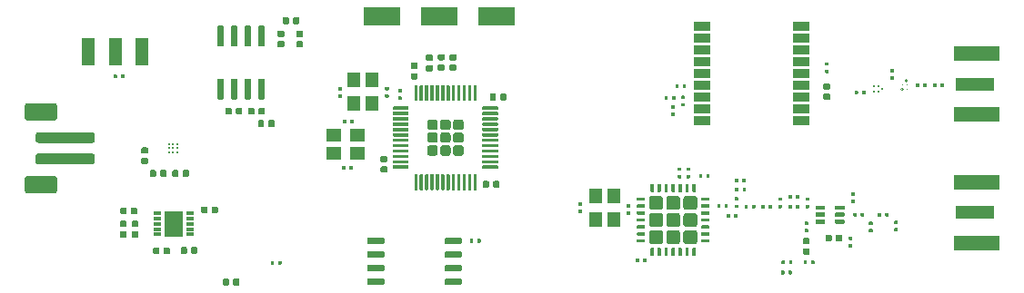
<source format=gbr>
G04 #@! TF.GenerationSoftware,KiCad,Pcbnew,(5.1.5)-3*
G04 #@! TF.CreationDate,2020-05-16T21:03:05+05:30*
G04 #@! TF.ProjectId,ArmTrax,41726d54-7261-4782-9e6b-696361645f70,rev?*
G04 #@! TF.SameCoordinates,Original*
G04 #@! TF.FileFunction,Paste,Top*
G04 #@! TF.FilePolarity,Positive*
%FSLAX46Y46*%
G04 Gerber Fmt 4.6, Leading zero omitted, Abs format (unit mm)*
G04 Created by KiCad (PCBNEW (5.1.5)-3) date 2020-05-16 21:03:05*
%MOMM*%
%LPD*%
G04 APERTURE LIST*
%ADD10C,0.125000*%
%ADD11C,0.100000*%
%ADD12R,1.200000X1.400000*%
%ADD13R,1.400000X1.200000*%
%ADD14R,0.180000X0.250000*%
%ADD15R,1.600000X0.900000*%
%ADD16R,1.750000X2.450000*%
%ADD17R,0.800000X0.300000*%
%ADD18R,3.400000X1.800000*%
%ADD19R,1.250000X2.500000*%
%ADD20R,3.600000X1.270000*%
%ADD21R,4.200000X1.350000*%
%ADD22C,0.208000*%
G04 APERTURE END LIST*
D10*
X143662500Y-57400000D02*
G75*
G03X143662500Y-57400000I-62500J0D01*
G01*
X143662500Y-57800000D02*
G75*
G03X143662500Y-57800000I-62500J0D01*
G01*
X144062500Y-57800000D02*
G75*
G03X144062500Y-57800000I-62500J0D01*
G01*
D11*
X143725000Y-58200000D02*
G75*
G03X143725000Y-58200000I-125000J0D01*
G01*
X144125000Y-57400000D02*
G75*
G03X144125000Y-57400000I-125000J0D01*
G01*
X144125000Y-57400000D02*
G75*
G03X144125000Y-57400000I-125000J0D01*
G01*
X143725000Y-58200000D02*
G75*
G03X143725000Y-58200000I-125000J0D01*
G01*
D10*
X143662500Y-58200000D02*
G75*
G03X143662500Y-58200000I-62500J0D01*
G01*
D11*
X144125000Y-57400000D02*
G75*
G03X144125000Y-57400000I-125000J0D01*
G01*
D10*
X144062500Y-57400000D02*
G75*
G03X144062500Y-57400000I-62500J0D01*
G01*
X144062500Y-58200000D02*
G75*
G03X144062500Y-58200000I-62500J0D01*
G01*
D11*
G36*
X102484703Y-72055722D02*
G01*
X102499264Y-72057882D01*
X102513543Y-72061459D01*
X102527403Y-72066418D01*
X102540710Y-72072712D01*
X102553336Y-72080280D01*
X102565159Y-72089048D01*
X102576066Y-72098934D01*
X102585952Y-72109841D01*
X102594720Y-72121664D01*
X102602288Y-72134290D01*
X102608582Y-72147597D01*
X102613541Y-72161457D01*
X102617118Y-72175736D01*
X102619278Y-72190297D01*
X102620000Y-72205000D01*
X102620000Y-72505000D01*
X102619278Y-72519703D01*
X102617118Y-72534264D01*
X102613541Y-72548543D01*
X102608582Y-72562403D01*
X102602288Y-72575710D01*
X102594720Y-72588336D01*
X102585952Y-72600159D01*
X102576066Y-72611066D01*
X102565159Y-72620952D01*
X102553336Y-72629720D01*
X102540710Y-72637288D01*
X102527403Y-72643582D01*
X102513543Y-72648541D01*
X102499264Y-72652118D01*
X102484703Y-72654278D01*
X102470000Y-72655000D01*
X101170000Y-72655000D01*
X101155297Y-72654278D01*
X101140736Y-72652118D01*
X101126457Y-72648541D01*
X101112597Y-72643582D01*
X101099290Y-72637288D01*
X101086664Y-72629720D01*
X101074841Y-72620952D01*
X101063934Y-72611066D01*
X101054048Y-72600159D01*
X101045280Y-72588336D01*
X101037712Y-72575710D01*
X101031418Y-72562403D01*
X101026459Y-72548543D01*
X101022882Y-72534264D01*
X101020722Y-72519703D01*
X101020000Y-72505000D01*
X101020000Y-72205000D01*
X101020722Y-72190297D01*
X101022882Y-72175736D01*
X101026459Y-72161457D01*
X101031418Y-72147597D01*
X101037712Y-72134290D01*
X101045280Y-72121664D01*
X101054048Y-72109841D01*
X101063934Y-72098934D01*
X101074841Y-72089048D01*
X101086664Y-72080280D01*
X101099290Y-72072712D01*
X101112597Y-72066418D01*
X101126457Y-72061459D01*
X101140736Y-72057882D01*
X101155297Y-72055722D01*
X101170000Y-72055000D01*
X102470000Y-72055000D01*
X102484703Y-72055722D01*
G37*
G36*
X102484703Y-73325722D02*
G01*
X102499264Y-73327882D01*
X102513543Y-73331459D01*
X102527403Y-73336418D01*
X102540710Y-73342712D01*
X102553336Y-73350280D01*
X102565159Y-73359048D01*
X102576066Y-73368934D01*
X102585952Y-73379841D01*
X102594720Y-73391664D01*
X102602288Y-73404290D01*
X102608582Y-73417597D01*
X102613541Y-73431457D01*
X102617118Y-73445736D01*
X102619278Y-73460297D01*
X102620000Y-73475000D01*
X102620000Y-73775000D01*
X102619278Y-73789703D01*
X102617118Y-73804264D01*
X102613541Y-73818543D01*
X102608582Y-73832403D01*
X102602288Y-73845710D01*
X102594720Y-73858336D01*
X102585952Y-73870159D01*
X102576066Y-73881066D01*
X102565159Y-73890952D01*
X102553336Y-73899720D01*
X102540710Y-73907288D01*
X102527403Y-73913582D01*
X102513543Y-73918541D01*
X102499264Y-73922118D01*
X102484703Y-73924278D01*
X102470000Y-73925000D01*
X101170000Y-73925000D01*
X101155297Y-73924278D01*
X101140736Y-73922118D01*
X101126457Y-73918541D01*
X101112597Y-73913582D01*
X101099290Y-73907288D01*
X101086664Y-73899720D01*
X101074841Y-73890952D01*
X101063934Y-73881066D01*
X101054048Y-73870159D01*
X101045280Y-73858336D01*
X101037712Y-73845710D01*
X101031418Y-73832403D01*
X101026459Y-73818543D01*
X101022882Y-73804264D01*
X101020722Y-73789703D01*
X101020000Y-73775000D01*
X101020000Y-73475000D01*
X101020722Y-73460297D01*
X101022882Y-73445736D01*
X101026459Y-73431457D01*
X101031418Y-73417597D01*
X101037712Y-73404290D01*
X101045280Y-73391664D01*
X101054048Y-73379841D01*
X101063934Y-73368934D01*
X101074841Y-73359048D01*
X101086664Y-73350280D01*
X101099290Y-73342712D01*
X101112597Y-73336418D01*
X101126457Y-73331459D01*
X101140736Y-73327882D01*
X101155297Y-73325722D01*
X101170000Y-73325000D01*
X102470000Y-73325000D01*
X102484703Y-73325722D01*
G37*
G36*
X102484703Y-74595722D02*
G01*
X102499264Y-74597882D01*
X102513543Y-74601459D01*
X102527403Y-74606418D01*
X102540710Y-74612712D01*
X102553336Y-74620280D01*
X102565159Y-74629048D01*
X102576066Y-74638934D01*
X102585952Y-74649841D01*
X102594720Y-74661664D01*
X102602288Y-74674290D01*
X102608582Y-74687597D01*
X102613541Y-74701457D01*
X102617118Y-74715736D01*
X102619278Y-74730297D01*
X102620000Y-74745000D01*
X102620000Y-75045000D01*
X102619278Y-75059703D01*
X102617118Y-75074264D01*
X102613541Y-75088543D01*
X102608582Y-75102403D01*
X102602288Y-75115710D01*
X102594720Y-75128336D01*
X102585952Y-75140159D01*
X102576066Y-75151066D01*
X102565159Y-75160952D01*
X102553336Y-75169720D01*
X102540710Y-75177288D01*
X102527403Y-75183582D01*
X102513543Y-75188541D01*
X102499264Y-75192118D01*
X102484703Y-75194278D01*
X102470000Y-75195000D01*
X101170000Y-75195000D01*
X101155297Y-75194278D01*
X101140736Y-75192118D01*
X101126457Y-75188541D01*
X101112597Y-75183582D01*
X101099290Y-75177288D01*
X101086664Y-75169720D01*
X101074841Y-75160952D01*
X101063934Y-75151066D01*
X101054048Y-75140159D01*
X101045280Y-75128336D01*
X101037712Y-75115710D01*
X101031418Y-75102403D01*
X101026459Y-75088543D01*
X101022882Y-75074264D01*
X101020722Y-75059703D01*
X101020000Y-75045000D01*
X101020000Y-74745000D01*
X101020722Y-74730297D01*
X101022882Y-74715736D01*
X101026459Y-74701457D01*
X101031418Y-74687597D01*
X101037712Y-74674290D01*
X101045280Y-74661664D01*
X101054048Y-74649841D01*
X101063934Y-74638934D01*
X101074841Y-74629048D01*
X101086664Y-74620280D01*
X101099290Y-74612712D01*
X101112597Y-74606418D01*
X101126457Y-74601459D01*
X101140736Y-74597882D01*
X101155297Y-74595722D01*
X101170000Y-74595000D01*
X102470000Y-74595000D01*
X102484703Y-74595722D01*
G37*
G36*
X102484703Y-75865722D02*
G01*
X102499264Y-75867882D01*
X102513543Y-75871459D01*
X102527403Y-75876418D01*
X102540710Y-75882712D01*
X102553336Y-75890280D01*
X102565159Y-75899048D01*
X102576066Y-75908934D01*
X102585952Y-75919841D01*
X102594720Y-75931664D01*
X102602288Y-75944290D01*
X102608582Y-75957597D01*
X102613541Y-75971457D01*
X102617118Y-75985736D01*
X102619278Y-76000297D01*
X102620000Y-76015000D01*
X102620000Y-76315000D01*
X102619278Y-76329703D01*
X102617118Y-76344264D01*
X102613541Y-76358543D01*
X102608582Y-76372403D01*
X102602288Y-76385710D01*
X102594720Y-76398336D01*
X102585952Y-76410159D01*
X102576066Y-76421066D01*
X102565159Y-76430952D01*
X102553336Y-76439720D01*
X102540710Y-76447288D01*
X102527403Y-76453582D01*
X102513543Y-76458541D01*
X102499264Y-76462118D01*
X102484703Y-76464278D01*
X102470000Y-76465000D01*
X101170000Y-76465000D01*
X101155297Y-76464278D01*
X101140736Y-76462118D01*
X101126457Y-76458541D01*
X101112597Y-76453582D01*
X101099290Y-76447288D01*
X101086664Y-76439720D01*
X101074841Y-76430952D01*
X101063934Y-76421066D01*
X101054048Y-76410159D01*
X101045280Y-76398336D01*
X101037712Y-76385710D01*
X101031418Y-76372403D01*
X101026459Y-76358543D01*
X101022882Y-76344264D01*
X101020722Y-76329703D01*
X101020000Y-76315000D01*
X101020000Y-76015000D01*
X101020722Y-76000297D01*
X101022882Y-75985736D01*
X101026459Y-75971457D01*
X101031418Y-75957597D01*
X101037712Y-75944290D01*
X101045280Y-75931664D01*
X101054048Y-75919841D01*
X101063934Y-75908934D01*
X101074841Y-75899048D01*
X101086664Y-75890280D01*
X101099290Y-75882712D01*
X101112597Y-75876418D01*
X101126457Y-75871459D01*
X101140736Y-75867882D01*
X101155297Y-75865722D01*
X101170000Y-75865000D01*
X102470000Y-75865000D01*
X102484703Y-75865722D01*
G37*
G36*
X95284703Y-75865722D02*
G01*
X95299264Y-75867882D01*
X95313543Y-75871459D01*
X95327403Y-75876418D01*
X95340710Y-75882712D01*
X95353336Y-75890280D01*
X95365159Y-75899048D01*
X95376066Y-75908934D01*
X95385952Y-75919841D01*
X95394720Y-75931664D01*
X95402288Y-75944290D01*
X95408582Y-75957597D01*
X95413541Y-75971457D01*
X95417118Y-75985736D01*
X95419278Y-76000297D01*
X95420000Y-76015000D01*
X95420000Y-76315000D01*
X95419278Y-76329703D01*
X95417118Y-76344264D01*
X95413541Y-76358543D01*
X95408582Y-76372403D01*
X95402288Y-76385710D01*
X95394720Y-76398336D01*
X95385952Y-76410159D01*
X95376066Y-76421066D01*
X95365159Y-76430952D01*
X95353336Y-76439720D01*
X95340710Y-76447288D01*
X95327403Y-76453582D01*
X95313543Y-76458541D01*
X95299264Y-76462118D01*
X95284703Y-76464278D01*
X95270000Y-76465000D01*
X93970000Y-76465000D01*
X93955297Y-76464278D01*
X93940736Y-76462118D01*
X93926457Y-76458541D01*
X93912597Y-76453582D01*
X93899290Y-76447288D01*
X93886664Y-76439720D01*
X93874841Y-76430952D01*
X93863934Y-76421066D01*
X93854048Y-76410159D01*
X93845280Y-76398336D01*
X93837712Y-76385710D01*
X93831418Y-76372403D01*
X93826459Y-76358543D01*
X93822882Y-76344264D01*
X93820722Y-76329703D01*
X93820000Y-76315000D01*
X93820000Y-76015000D01*
X93820722Y-76000297D01*
X93822882Y-75985736D01*
X93826459Y-75971457D01*
X93831418Y-75957597D01*
X93837712Y-75944290D01*
X93845280Y-75931664D01*
X93854048Y-75919841D01*
X93863934Y-75908934D01*
X93874841Y-75899048D01*
X93886664Y-75890280D01*
X93899290Y-75882712D01*
X93912597Y-75876418D01*
X93926457Y-75871459D01*
X93940736Y-75867882D01*
X93955297Y-75865722D01*
X93970000Y-75865000D01*
X95270000Y-75865000D01*
X95284703Y-75865722D01*
G37*
G36*
X95284703Y-74595722D02*
G01*
X95299264Y-74597882D01*
X95313543Y-74601459D01*
X95327403Y-74606418D01*
X95340710Y-74612712D01*
X95353336Y-74620280D01*
X95365159Y-74629048D01*
X95376066Y-74638934D01*
X95385952Y-74649841D01*
X95394720Y-74661664D01*
X95402288Y-74674290D01*
X95408582Y-74687597D01*
X95413541Y-74701457D01*
X95417118Y-74715736D01*
X95419278Y-74730297D01*
X95420000Y-74745000D01*
X95420000Y-75045000D01*
X95419278Y-75059703D01*
X95417118Y-75074264D01*
X95413541Y-75088543D01*
X95408582Y-75102403D01*
X95402288Y-75115710D01*
X95394720Y-75128336D01*
X95385952Y-75140159D01*
X95376066Y-75151066D01*
X95365159Y-75160952D01*
X95353336Y-75169720D01*
X95340710Y-75177288D01*
X95327403Y-75183582D01*
X95313543Y-75188541D01*
X95299264Y-75192118D01*
X95284703Y-75194278D01*
X95270000Y-75195000D01*
X93970000Y-75195000D01*
X93955297Y-75194278D01*
X93940736Y-75192118D01*
X93926457Y-75188541D01*
X93912597Y-75183582D01*
X93899290Y-75177288D01*
X93886664Y-75169720D01*
X93874841Y-75160952D01*
X93863934Y-75151066D01*
X93854048Y-75140159D01*
X93845280Y-75128336D01*
X93837712Y-75115710D01*
X93831418Y-75102403D01*
X93826459Y-75088543D01*
X93822882Y-75074264D01*
X93820722Y-75059703D01*
X93820000Y-75045000D01*
X93820000Y-74745000D01*
X93820722Y-74730297D01*
X93822882Y-74715736D01*
X93826459Y-74701457D01*
X93831418Y-74687597D01*
X93837712Y-74674290D01*
X93845280Y-74661664D01*
X93854048Y-74649841D01*
X93863934Y-74638934D01*
X93874841Y-74629048D01*
X93886664Y-74620280D01*
X93899290Y-74612712D01*
X93912597Y-74606418D01*
X93926457Y-74601459D01*
X93940736Y-74597882D01*
X93955297Y-74595722D01*
X93970000Y-74595000D01*
X95270000Y-74595000D01*
X95284703Y-74595722D01*
G37*
G36*
X95284703Y-73325722D02*
G01*
X95299264Y-73327882D01*
X95313543Y-73331459D01*
X95327403Y-73336418D01*
X95340710Y-73342712D01*
X95353336Y-73350280D01*
X95365159Y-73359048D01*
X95376066Y-73368934D01*
X95385952Y-73379841D01*
X95394720Y-73391664D01*
X95402288Y-73404290D01*
X95408582Y-73417597D01*
X95413541Y-73431457D01*
X95417118Y-73445736D01*
X95419278Y-73460297D01*
X95420000Y-73475000D01*
X95420000Y-73775000D01*
X95419278Y-73789703D01*
X95417118Y-73804264D01*
X95413541Y-73818543D01*
X95408582Y-73832403D01*
X95402288Y-73845710D01*
X95394720Y-73858336D01*
X95385952Y-73870159D01*
X95376066Y-73881066D01*
X95365159Y-73890952D01*
X95353336Y-73899720D01*
X95340710Y-73907288D01*
X95327403Y-73913582D01*
X95313543Y-73918541D01*
X95299264Y-73922118D01*
X95284703Y-73924278D01*
X95270000Y-73925000D01*
X93970000Y-73925000D01*
X93955297Y-73924278D01*
X93940736Y-73922118D01*
X93926457Y-73918541D01*
X93912597Y-73913582D01*
X93899290Y-73907288D01*
X93886664Y-73899720D01*
X93874841Y-73890952D01*
X93863934Y-73881066D01*
X93854048Y-73870159D01*
X93845280Y-73858336D01*
X93837712Y-73845710D01*
X93831418Y-73832403D01*
X93826459Y-73818543D01*
X93822882Y-73804264D01*
X93820722Y-73789703D01*
X93820000Y-73775000D01*
X93820000Y-73475000D01*
X93820722Y-73460297D01*
X93822882Y-73445736D01*
X93826459Y-73431457D01*
X93831418Y-73417597D01*
X93837712Y-73404290D01*
X93845280Y-73391664D01*
X93854048Y-73379841D01*
X93863934Y-73368934D01*
X93874841Y-73359048D01*
X93886664Y-73350280D01*
X93899290Y-73342712D01*
X93912597Y-73336418D01*
X93926457Y-73331459D01*
X93940736Y-73327882D01*
X93955297Y-73325722D01*
X93970000Y-73325000D01*
X95270000Y-73325000D01*
X95284703Y-73325722D01*
G37*
G36*
X95284703Y-72055722D02*
G01*
X95299264Y-72057882D01*
X95313543Y-72061459D01*
X95327403Y-72066418D01*
X95340710Y-72072712D01*
X95353336Y-72080280D01*
X95365159Y-72089048D01*
X95376066Y-72098934D01*
X95385952Y-72109841D01*
X95394720Y-72121664D01*
X95402288Y-72134290D01*
X95408582Y-72147597D01*
X95413541Y-72161457D01*
X95417118Y-72175736D01*
X95419278Y-72190297D01*
X95420000Y-72205000D01*
X95420000Y-72505000D01*
X95419278Y-72519703D01*
X95417118Y-72534264D01*
X95413541Y-72548543D01*
X95408582Y-72562403D01*
X95402288Y-72575710D01*
X95394720Y-72588336D01*
X95385952Y-72600159D01*
X95376066Y-72611066D01*
X95365159Y-72620952D01*
X95353336Y-72629720D01*
X95340710Y-72637288D01*
X95327403Y-72643582D01*
X95313543Y-72648541D01*
X95299264Y-72652118D01*
X95284703Y-72654278D01*
X95270000Y-72655000D01*
X93970000Y-72655000D01*
X93955297Y-72654278D01*
X93940736Y-72652118D01*
X93926457Y-72648541D01*
X93912597Y-72643582D01*
X93899290Y-72637288D01*
X93886664Y-72629720D01*
X93874841Y-72620952D01*
X93863934Y-72611066D01*
X93854048Y-72600159D01*
X93845280Y-72588336D01*
X93837712Y-72575710D01*
X93831418Y-72562403D01*
X93826459Y-72548543D01*
X93822882Y-72534264D01*
X93820722Y-72519703D01*
X93820000Y-72505000D01*
X93820000Y-72205000D01*
X93820722Y-72190297D01*
X93822882Y-72175736D01*
X93826459Y-72161457D01*
X93831418Y-72147597D01*
X93837712Y-72134290D01*
X93845280Y-72121664D01*
X93854048Y-72109841D01*
X93863934Y-72098934D01*
X93874841Y-72089048D01*
X93886664Y-72080280D01*
X93899290Y-72072712D01*
X93912597Y-72066418D01*
X93926457Y-72061459D01*
X93940736Y-72057882D01*
X93955297Y-72055722D01*
X93970000Y-72055000D01*
X95270000Y-72055000D01*
X95284703Y-72055722D01*
G37*
G36*
X102566269Y-63426168D02*
G01*
X102589809Y-63429660D01*
X102612894Y-63435442D01*
X102635301Y-63443459D01*
X102656814Y-63453634D01*
X102677226Y-63465869D01*
X102696340Y-63480045D01*
X102713973Y-63496027D01*
X102729955Y-63513660D01*
X102744131Y-63532774D01*
X102756366Y-63553186D01*
X102766541Y-63574699D01*
X102774558Y-63597106D01*
X102780340Y-63620191D01*
X102783832Y-63643731D01*
X102785000Y-63667500D01*
X102785000Y-64152500D01*
X102783832Y-64176269D01*
X102780340Y-64199809D01*
X102774558Y-64222894D01*
X102766541Y-64245301D01*
X102756366Y-64266814D01*
X102744131Y-64287226D01*
X102729955Y-64306340D01*
X102713973Y-64323973D01*
X102696340Y-64339955D01*
X102677226Y-64354131D01*
X102656814Y-64366366D01*
X102635301Y-64376541D01*
X102612894Y-64384558D01*
X102589809Y-64390340D01*
X102566269Y-64393832D01*
X102542500Y-64395000D01*
X102057500Y-64395000D01*
X102033731Y-64393832D01*
X102010191Y-64390340D01*
X101987106Y-64384558D01*
X101964699Y-64376541D01*
X101943186Y-64366366D01*
X101922774Y-64354131D01*
X101903660Y-64339955D01*
X101886027Y-64323973D01*
X101870045Y-64306340D01*
X101855869Y-64287226D01*
X101843634Y-64266814D01*
X101833459Y-64245301D01*
X101825442Y-64222894D01*
X101819660Y-64199809D01*
X101816168Y-64176269D01*
X101815000Y-64152500D01*
X101815000Y-63667500D01*
X101816168Y-63643731D01*
X101819660Y-63620191D01*
X101825442Y-63597106D01*
X101833459Y-63574699D01*
X101843634Y-63553186D01*
X101855869Y-63532774D01*
X101870045Y-63513660D01*
X101886027Y-63496027D01*
X101903660Y-63480045D01*
X101922774Y-63465869D01*
X101943186Y-63453634D01*
X101964699Y-63443459D01*
X101987106Y-63435442D01*
X102010191Y-63429660D01*
X102033731Y-63426168D01*
X102057500Y-63425000D01*
X102542500Y-63425000D01*
X102566269Y-63426168D01*
G37*
G36*
X102566269Y-62226168D02*
G01*
X102589809Y-62229660D01*
X102612894Y-62235442D01*
X102635301Y-62243459D01*
X102656814Y-62253634D01*
X102677226Y-62265869D01*
X102696340Y-62280045D01*
X102713973Y-62296027D01*
X102729955Y-62313660D01*
X102744131Y-62332774D01*
X102756366Y-62353186D01*
X102766541Y-62374699D01*
X102774558Y-62397106D01*
X102780340Y-62420191D01*
X102783832Y-62443731D01*
X102785000Y-62467500D01*
X102785000Y-62952500D01*
X102783832Y-62976269D01*
X102780340Y-62999809D01*
X102774558Y-63022894D01*
X102766541Y-63045301D01*
X102756366Y-63066814D01*
X102744131Y-63087226D01*
X102729955Y-63106340D01*
X102713973Y-63123973D01*
X102696340Y-63139955D01*
X102677226Y-63154131D01*
X102656814Y-63166366D01*
X102635301Y-63176541D01*
X102612894Y-63184558D01*
X102589809Y-63190340D01*
X102566269Y-63193832D01*
X102542500Y-63195000D01*
X102057500Y-63195000D01*
X102033731Y-63193832D01*
X102010191Y-63190340D01*
X101987106Y-63184558D01*
X101964699Y-63176541D01*
X101943186Y-63166366D01*
X101922774Y-63154131D01*
X101903660Y-63139955D01*
X101886027Y-63123973D01*
X101870045Y-63106340D01*
X101855869Y-63087226D01*
X101843634Y-63066814D01*
X101833459Y-63045301D01*
X101825442Y-63022894D01*
X101819660Y-62999809D01*
X101816168Y-62976269D01*
X101815000Y-62952500D01*
X101815000Y-62467500D01*
X101816168Y-62443731D01*
X101819660Y-62420191D01*
X101825442Y-62397106D01*
X101833459Y-62374699D01*
X101843634Y-62353186D01*
X101855869Y-62332774D01*
X101870045Y-62313660D01*
X101886027Y-62296027D01*
X101903660Y-62280045D01*
X101922774Y-62265869D01*
X101943186Y-62253634D01*
X101964699Y-62243459D01*
X101987106Y-62235442D01*
X102010191Y-62229660D01*
X102033731Y-62226168D01*
X102057500Y-62225000D01*
X102542500Y-62225000D01*
X102566269Y-62226168D01*
G37*
G36*
X102566269Y-61026168D02*
G01*
X102589809Y-61029660D01*
X102612894Y-61035442D01*
X102635301Y-61043459D01*
X102656814Y-61053634D01*
X102677226Y-61065869D01*
X102696340Y-61080045D01*
X102713973Y-61096027D01*
X102729955Y-61113660D01*
X102744131Y-61132774D01*
X102756366Y-61153186D01*
X102766541Y-61174699D01*
X102774558Y-61197106D01*
X102780340Y-61220191D01*
X102783832Y-61243731D01*
X102785000Y-61267500D01*
X102785000Y-61752500D01*
X102783832Y-61776269D01*
X102780340Y-61799809D01*
X102774558Y-61822894D01*
X102766541Y-61845301D01*
X102756366Y-61866814D01*
X102744131Y-61887226D01*
X102729955Y-61906340D01*
X102713973Y-61923973D01*
X102696340Y-61939955D01*
X102677226Y-61954131D01*
X102656814Y-61966366D01*
X102635301Y-61976541D01*
X102612894Y-61984558D01*
X102589809Y-61990340D01*
X102566269Y-61993832D01*
X102542500Y-61995000D01*
X102057500Y-61995000D01*
X102033731Y-61993832D01*
X102010191Y-61990340D01*
X101987106Y-61984558D01*
X101964699Y-61976541D01*
X101943186Y-61966366D01*
X101922774Y-61954131D01*
X101903660Y-61939955D01*
X101886027Y-61923973D01*
X101870045Y-61906340D01*
X101855869Y-61887226D01*
X101843634Y-61866814D01*
X101833459Y-61845301D01*
X101825442Y-61822894D01*
X101819660Y-61799809D01*
X101816168Y-61776269D01*
X101815000Y-61752500D01*
X101815000Y-61267500D01*
X101816168Y-61243731D01*
X101819660Y-61220191D01*
X101825442Y-61197106D01*
X101833459Y-61174699D01*
X101843634Y-61153186D01*
X101855869Y-61132774D01*
X101870045Y-61113660D01*
X101886027Y-61096027D01*
X101903660Y-61080045D01*
X101922774Y-61065869D01*
X101943186Y-61053634D01*
X101964699Y-61043459D01*
X101987106Y-61035442D01*
X102010191Y-61029660D01*
X102033731Y-61026168D01*
X102057500Y-61025000D01*
X102542500Y-61025000D01*
X102566269Y-61026168D01*
G37*
G36*
X101366269Y-63426168D02*
G01*
X101389809Y-63429660D01*
X101412894Y-63435442D01*
X101435301Y-63443459D01*
X101456814Y-63453634D01*
X101477226Y-63465869D01*
X101496340Y-63480045D01*
X101513973Y-63496027D01*
X101529955Y-63513660D01*
X101544131Y-63532774D01*
X101556366Y-63553186D01*
X101566541Y-63574699D01*
X101574558Y-63597106D01*
X101580340Y-63620191D01*
X101583832Y-63643731D01*
X101585000Y-63667500D01*
X101585000Y-64152500D01*
X101583832Y-64176269D01*
X101580340Y-64199809D01*
X101574558Y-64222894D01*
X101566541Y-64245301D01*
X101556366Y-64266814D01*
X101544131Y-64287226D01*
X101529955Y-64306340D01*
X101513973Y-64323973D01*
X101496340Y-64339955D01*
X101477226Y-64354131D01*
X101456814Y-64366366D01*
X101435301Y-64376541D01*
X101412894Y-64384558D01*
X101389809Y-64390340D01*
X101366269Y-64393832D01*
X101342500Y-64395000D01*
X100857500Y-64395000D01*
X100833731Y-64393832D01*
X100810191Y-64390340D01*
X100787106Y-64384558D01*
X100764699Y-64376541D01*
X100743186Y-64366366D01*
X100722774Y-64354131D01*
X100703660Y-64339955D01*
X100686027Y-64323973D01*
X100670045Y-64306340D01*
X100655869Y-64287226D01*
X100643634Y-64266814D01*
X100633459Y-64245301D01*
X100625442Y-64222894D01*
X100619660Y-64199809D01*
X100616168Y-64176269D01*
X100615000Y-64152500D01*
X100615000Y-63667500D01*
X100616168Y-63643731D01*
X100619660Y-63620191D01*
X100625442Y-63597106D01*
X100633459Y-63574699D01*
X100643634Y-63553186D01*
X100655869Y-63532774D01*
X100670045Y-63513660D01*
X100686027Y-63496027D01*
X100703660Y-63480045D01*
X100722774Y-63465869D01*
X100743186Y-63453634D01*
X100764699Y-63443459D01*
X100787106Y-63435442D01*
X100810191Y-63429660D01*
X100833731Y-63426168D01*
X100857500Y-63425000D01*
X101342500Y-63425000D01*
X101366269Y-63426168D01*
G37*
G36*
X101366269Y-62226168D02*
G01*
X101389809Y-62229660D01*
X101412894Y-62235442D01*
X101435301Y-62243459D01*
X101456814Y-62253634D01*
X101477226Y-62265869D01*
X101496340Y-62280045D01*
X101513973Y-62296027D01*
X101529955Y-62313660D01*
X101544131Y-62332774D01*
X101556366Y-62353186D01*
X101566541Y-62374699D01*
X101574558Y-62397106D01*
X101580340Y-62420191D01*
X101583832Y-62443731D01*
X101585000Y-62467500D01*
X101585000Y-62952500D01*
X101583832Y-62976269D01*
X101580340Y-62999809D01*
X101574558Y-63022894D01*
X101566541Y-63045301D01*
X101556366Y-63066814D01*
X101544131Y-63087226D01*
X101529955Y-63106340D01*
X101513973Y-63123973D01*
X101496340Y-63139955D01*
X101477226Y-63154131D01*
X101456814Y-63166366D01*
X101435301Y-63176541D01*
X101412894Y-63184558D01*
X101389809Y-63190340D01*
X101366269Y-63193832D01*
X101342500Y-63195000D01*
X100857500Y-63195000D01*
X100833731Y-63193832D01*
X100810191Y-63190340D01*
X100787106Y-63184558D01*
X100764699Y-63176541D01*
X100743186Y-63166366D01*
X100722774Y-63154131D01*
X100703660Y-63139955D01*
X100686027Y-63123973D01*
X100670045Y-63106340D01*
X100655869Y-63087226D01*
X100643634Y-63066814D01*
X100633459Y-63045301D01*
X100625442Y-63022894D01*
X100619660Y-62999809D01*
X100616168Y-62976269D01*
X100615000Y-62952500D01*
X100615000Y-62467500D01*
X100616168Y-62443731D01*
X100619660Y-62420191D01*
X100625442Y-62397106D01*
X100633459Y-62374699D01*
X100643634Y-62353186D01*
X100655869Y-62332774D01*
X100670045Y-62313660D01*
X100686027Y-62296027D01*
X100703660Y-62280045D01*
X100722774Y-62265869D01*
X100743186Y-62253634D01*
X100764699Y-62243459D01*
X100787106Y-62235442D01*
X100810191Y-62229660D01*
X100833731Y-62226168D01*
X100857500Y-62225000D01*
X101342500Y-62225000D01*
X101366269Y-62226168D01*
G37*
G36*
X101366269Y-61026168D02*
G01*
X101389809Y-61029660D01*
X101412894Y-61035442D01*
X101435301Y-61043459D01*
X101456814Y-61053634D01*
X101477226Y-61065869D01*
X101496340Y-61080045D01*
X101513973Y-61096027D01*
X101529955Y-61113660D01*
X101544131Y-61132774D01*
X101556366Y-61153186D01*
X101566541Y-61174699D01*
X101574558Y-61197106D01*
X101580340Y-61220191D01*
X101583832Y-61243731D01*
X101585000Y-61267500D01*
X101585000Y-61752500D01*
X101583832Y-61776269D01*
X101580340Y-61799809D01*
X101574558Y-61822894D01*
X101566541Y-61845301D01*
X101556366Y-61866814D01*
X101544131Y-61887226D01*
X101529955Y-61906340D01*
X101513973Y-61923973D01*
X101496340Y-61939955D01*
X101477226Y-61954131D01*
X101456814Y-61966366D01*
X101435301Y-61976541D01*
X101412894Y-61984558D01*
X101389809Y-61990340D01*
X101366269Y-61993832D01*
X101342500Y-61995000D01*
X100857500Y-61995000D01*
X100833731Y-61993832D01*
X100810191Y-61990340D01*
X100787106Y-61984558D01*
X100764699Y-61976541D01*
X100743186Y-61966366D01*
X100722774Y-61954131D01*
X100703660Y-61939955D01*
X100686027Y-61923973D01*
X100670045Y-61906340D01*
X100655869Y-61887226D01*
X100643634Y-61866814D01*
X100633459Y-61845301D01*
X100625442Y-61822894D01*
X100619660Y-61799809D01*
X100616168Y-61776269D01*
X100615000Y-61752500D01*
X100615000Y-61267500D01*
X100616168Y-61243731D01*
X100619660Y-61220191D01*
X100625442Y-61197106D01*
X100633459Y-61174699D01*
X100643634Y-61153186D01*
X100655869Y-61132774D01*
X100670045Y-61113660D01*
X100686027Y-61096027D01*
X100703660Y-61080045D01*
X100722774Y-61065869D01*
X100743186Y-61053634D01*
X100764699Y-61043459D01*
X100787106Y-61035442D01*
X100810191Y-61029660D01*
X100833731Y-61026168D01*
X100857500Y-61025000D01*
X101342500Y-61025000D01*
X101366269Y-61026168D01*
G37*
G36*
X100166269Y-63426168D02*
G01*
X100189809Y-63429660D01*
X100212894Y-63435442D01*
X100235301Y-63443459D01*
X100256814Y-63453634D01*
X100277226Y-63465869D01*
X100296340Y-63480045D01*
X100313973Y-63496027D01*
X100329955Y-63513660D01*
X100344131Y-63532774D01*
X100356366Y-63553186D01*
X100366541Y-63574699D01*
X100374558Y-63597106D01*
X100380340Y-63620191D01*
X100383832Y-63643731D01*
X100385000Y-63667500D01*
X100385000Y-64152500D01*
X100383832Y-64176269D01*
X100380340Y-64199809D01*
X100374558Y-64222894D01*
X100366541Y-64245301D01*
X100356366Y-64266814D01*
X100344131Y-64287226D01*
X100329955Y-64306340D01*
X100313973Y-64323973D01*
X100296340Y-64339955D01*
X100277226Y-64354131D01*
X100256814Y-64366366D01*
X100235301Y-64376541D01*
X100212894Y-64384558D01*
X100189809Y-64390340D01*
X100166269Y-64393832D01*
X100142500Y-64395000D01*
X99657500Y-64395000D01*
X99633731Y-64393832D01*
X99610191Y-64390340D01*
X99587106Y-64384558D01*
X99564699Y-64376541D01*
X99543186Y-64366366D01*
X99522774Y-64354131D01*
X99503660Y-64339955D01*
X99486027Y-64323973D01*
X99470045Y-64306340D01*
X99455869Y-64287226D01*
X99443634Y-64266814D01*
X99433459Y-64245301D01*
X99425442Y-64222894D01*
X99419660Y-64199809D01*
X99416168Y-64176269D01*
X99415000Y-64152500D01*
X99415000Y-63667500D01*
X99416168Y-63643731D01*
X99419660Y-63620191D01*
X99425442Y-63597106D01*
X99433459Y-63574699D01*
X99443634Y-63553186D01*
X99455869Y-63532774D01*
X99470045Y-63513660D01*
X99486027Y-63496027D01*
X99503660Y-63480045D01*
X99522774Y-63465869D01*
X99543186Y-63453634D01*
X99564699Y-63443459D01*
X99587106Y-63435442D01*
X99610191Y-63429660D01*
X99633731Y-63426168D01*
X99657500Y-63425000D01*
X100142500Y-63425000D01*
X100166269Y-63426168D01*
G37*
G36*
X100166269Y-62226168D02*
G01*
X100189809Y-62229660D01*
X100212894Y-62235442D01*
X100235301Y-62243459D01*
X100256814Y-62253634D01*
X100277226Y-62265869D01*
X100296340Y-62280045D01*
X100313973Y-62296027D01*
X100329955Y-62313660D01*
X100344131Y-62332774D01*
X100356366Y-62353186D01*
X100366541Y-62374699D01*
X100374558Y-62397106D01*
X100380340Y-62420191D01*
X100383832Y-62443731D01*
X100385000Y-62467500D01*
X100385000Y-62952500D01*
X100383832Y-62976269D01*
X100380340Y-62999809D01*
X100374558Y-63022894D01*
X100366541Y-63045301D01*
X100356366Y-63066814D01*
X100344131Y-63087226D01*
X100329955Y-63106340D01*
X100313973Y-63123973D01*
X100296340Y-63139955D01*
X100277226Y-63154131D01*
X100256814Y-63166366D01*
X100235301Y-63176541D01*
X100212894Y-63184558D01*
X100189809Y-63190340D01*
X100166269Y-63193832D01*
X100142500Y-63195000D01*
X99657500Y-63195000D01*
X99633731Y-63193832D01*
X99610191Y-63190340D01*
X99587106Y-63184558D01*
X99564699Y-63176541D01*
X99543186Y-63166366D01*
X99522774Y-63154131D01*
X99503660Y-63139955D01*
X99486027Y-63123973D01*
X99470045Y-63106340D01*
X99455869Y-63087226D01*
X99443634Y-63066814D01*
X99433459Y-63045301D01*
X99425442Y-63022894D01*
X99419660Y-62999809D01*
X99416168Y-62976269D01*
X99415000Y-62952500D01*
X99415000Y-62467500D01*
X99416168Y-62443731D01*
X99419660Y-62420191D01*
X99425442Y-62397106D01*
X99433459Y-62374699D01*
X99443634Y-62353186D01*
X99455869Y-62332774D01*
X99470045Y-62313660D01*
X99486027Y-62296027D01*
X99503660Y-62280045D01*
X99522774Y-62265869D01*
X99543186Y-62253634D01*
X99564699Y-62243459D01*
X99587106Y-62235442D01*
X99610191Y-62229660D01*
X99633731Y-62226168D01*
X99657500Y-62225000D01*
X100142500Y-62225000D01*
X100166269Y-62226168D01*
G37*
G36*
X100166269Y-61026168D02*
G01*
X100189809Y-61029660D01*
X100212894Y-61035442D01*
X100235301Y-61043459D01*
X100256814Y-61053634D01*
X100277226Y-61065869D01*
X100296340Y-61080045D01*
X100313973Y-61096027D01*
X100329955Y-61113660D01*
X100344131Y-61132774D01*
X100356366Y-61153186D01*
X100366541Y-61174699D01*
X100374558Y-61197106D01*
X100380340Y-61220191D01*
X100383832Y-61243731D01*
X100385000Y-61267500D01*
X100385000Y-61752500D01*
X100383832Y-61776269D01*
X100380340Y-61799809D01*
X100374558Y-61822894D01*
X100366541Y-61845301D01*
X100356366Y-61866814D01*
X100344131Y-61887226D01*
X100329955Y-61906340D01*
X100313973Y-61923973D01*
X100296340Y-61939955D01*
X100277226Y-61954131D01*
X100256814Y-61966366D01*
X100235301Y-61976541D01*
X100212894Y-61984558D01*
X100189809Y-61990340D01*
X100166269Y-61993832D01*
X100142500Y-61995000D01*
X99657500Y-61995000D01*
X99633731Y-61993832D01*
X99610191Y-61990340D01*
X99587106Y-61984558D01*
X99564699Y-61976541D01*
X99543186Y-61966366D01*
X99522774Y-61954131D01*
X99503660Y-61939955D01*
X99486027Y-61923973D01*
X99470045Y-61906340D01*
X99455869Y-61887226D01*
X99443634Y-61866814D01*
X99433459Y-61845301D01*
X99425442Y-61822894D01*
X99419660Y-61799809D01*
X99416168Y-61776269D01*
X99415000Y-61752500D01*
X99415000Y-61267500D01*
X99416168Y-61243731D01*
X99419660Y-61220191D01*
X99425442Y-61197106D01*
X99433459Y-61174699D01*
X99443634Y-61153186D01*
X99455869Y-61132774D01*
X99470045Y-61113660D01*
X99486027Y-61096027D01*
X99503660Y-61080045D01*
X99522774Y-61065869D01*
X99543186Y-61053634D01*
X99564699Y-61043459D01*
X99587106Y-61035442D01*
X99610191Y-61029660D01*
X99633731Y-61026168D01*
X99657500Y-61025000D01*
X100142500Y-61025000D01*
X100166269Y-61026168D01*
G37*
G36*
X98432351Y-57810361D02*
G01*
X98439632Y-57811441D01*
X98446771Y-57813229D01*
X98453701Y-57815709D01*
X98460355Y-57818856D01*
X98466668Y-57822640D01*
X98472579Y-57827024D01*
X98478033Y-57831967D01*
X98482976Y-57837421D01*
X98487360Y-57843332D01*
X98491144Y-57849645D01*
X98494291Y-57856299D01*
X98496771Y-57863229D01*
X98498559Y-57870368D01*
X98499639Y-57877649D01*
X98500000Y-57885000D01*
X98500000Y-59210000D01*
X98499639Y-59217351D01*
X98498559Y-59224632D01*
X98496771Y-59231771D01*
X98494291Y-59238701D01*
X98491144Y-59245355D01*
X98487360Y-59251668D01*
X98482976Y-59257579D01*
X98478033Y-59263033D01*
X98472579Y-59267976D01*
X98466668Y-59272360D01*
X98460355Y-59276144D01*
X98453701Y-59279291D01*
X98446771Y-59281771D01*
X98439632Y-59283559D01*
X98432351Y-59284639D01*
X98425000Y-59285000D01*
X98275000Y-59285000D01*
X98267649Y-59284639D01*
X98260368Y-59283559D01*
X98253229Y-59281771D01*
X98246299Y-59279291D01*
X98239645Y-59276144D01*
X98233332Y-59272360D01*
X98227421Y-59267976D01*
X98221967Y-59263033D01*
X98217024Y-59257579D01*
X98212640Y-59251668D01*
X98208856Y-59245355D01*
X98205709Y-59238701D01*
X98203229Y-59231771D01*
X98201441Y-59224632D01*
X98200361Y-59217351D01*
X98200000Y-59210000D01*
X98200000Y-57885000D01*
X98200361Y-57877649D01*
X98201441Y-57870368D01*
X98203229Y-57863229D01*
X98205709Y-57856299D01*
X98208856Y-57849645D01*
X98212640Y-57843332D01*
X98217024Y-57837421D01*
X98221967Y-57831967D01*
X98227421Y-57827024D01*
X98233332Y-57822640D01*
X98239645Y-57818856D01*
X98246299Y-57815709D01*
X98253229Y-57813229D01*
X98260368Y-57811441D01*
X98267649Y-57810361D01*
X98275000Y-57810000D01*
X98425000Y-57810000D01*
X98432351Y-57810361D01*
G37*
G36*
X98932351Y-57810361D02*
G01*
X98939632Y-57811441D01*
X98946771Y-57813229D01*
X98953701Y-57815709D01*
X98960355Y-57818856D01*
X98966668Y-57822640D01*
X98972579Y-57827024D01*
X98978033Y-57831967D01*
X98982976Y-57837421D01*
X98987360Y-57843332D01*
X98991144Y-57849645D01*
X98994291Y-57856299D01*
X98996771Y-57863229D01*
X98998559Y-57870368D01*
X98999639Y-57877649D01*
X99000000Y-57885000D01*
X99000000Y-59210000D01*
X98999639Y-59217351D01*
X98998559Y-59224632D01*
X98996771Y-59231771D01*
X98994291Y-59238701D01*
X98991144Y-59245355D01*
X98987360Y-59251668D01*
X98982976Y-59257579D01*
X98978033Y-59263033D01*
X98972579Y-59267976D01*
X98966668Y-59272360D01*
X98960355Y-59276144D01*
X98953701Y-59279291D01*
X98946771Y-59281771D01*
X98939632Y-59283559D01*
X98932351Y-59284639D01*
X98925000Y-59285000D01*
X98775000Y-59285000D01*
X98767649Y-59284639D01*
X98760368Y-59283559D01*
X98753229Y-59281771D01*
X98746299Y-59279291D01*
X98739645Y-59276144D01*
X98733332Y-59272360D01*
X98727421Y-59267976D01*
X98721967Y-59263033D01*
X98717024Y-59257579D01*
X98712640Y-59251668D01*
X98708856Y-59245355D01*
X98705709Y-59238701D01*
X98703229Y-59231771D01*
X98701441Y-59224632D01*
X98700361Y-59217351D01*
X98700000Y-59210000D01*
X98700000Y-57885000D01*
X98700361Y-57877649D01*
X98701441Y-57870368D01*
X98703229Y-57863229D01*
X98705709Y-57856299D01*
X98708856Y-57849645D01*
X98712640Y-57843332D01*
X98717024Y-57837421D01*
X98721967Y-57831967D01*
X98727421Y-57827024D01*
X98733332Y-57822640D01*
X98739645Y-57818856D01*
X98746299Y-57815709D01*
X98753229Y-57813229D01*
X98760368Y-57811441D01*
X98767649Y-57810361D01*
X98775000Y-57810000D01*
X98925000Y-57810000D01*
X98932351Y-57810361D01*
G37*
G36*
X99432351Y-57810361D02*
G01*
X99439632Y-57811441D01*
X99446771Y-57813229D01*
X99453701Y-57815709D01*
X99460355Y-57818856D01*
X99466668Y-57822640D01*
X99472579Y-57827024D01*
X99478033Y-57831967D01*
X99482976Y-57837421D01*
X99487360Y-57843332D01*
X99491144Y-57849645D01*
X99494291Y-57856299D01*
X99496771Y-57863229D01*
X99498559Y-57870368D01*
X99499639Y-57877649D01*
X99500000Y-57885000D01*
X99500000Y-59210000D01*
X99499639Y-59217351D01*
X99498559Y-59224632D01*
X99496771Y-59231771D01*
X99494291Y-59238701D01*
X99491144Y-59245355D01*
X99487360Y-59251668D01*
X99482976Y-59257579D01*
X99478033Y-59263033D01*
X99472579Y-59267976D01*
X99466668Y-59272360D01*
X99460355Y-59276144D01*
X99453701Y-59279291D01*
X99446771Y-59281771D01*
X99439632Y-59283559D01*
X99432351Y-59284639D01*
X99425000Y-59285000D01*
X99275000Y-59285000D01*
X99267649Y-59284639D01*
X99260368Y-59283559D01*
X99253229Y-59281771D01*
X99246299Y-59279291D01*
X99239645Y-59276144D01*
X99233332Y-59272360D01*
X99227421Y-59267976D01*
X99221967Y-59263033D01*
X99217024Y-59257579D01*
X99212640Y-59251668D01*
X99208856Y-59245355D01*
X99205709Y-59238701D01*
X99203229Y-59231771D01*
X99201441Y-59224632D01*
X99200361Y-59217351D01*
X99200000Y-59210000D01*
X99200000Y-57885000D01*
X99200361Y-57877649D01*
X99201441Y-57870368D01*
X99203229Y-57863229D01*
X99205709Y-57856299D01*
X99208856Y-57849645D01*
X99212640Y-57843332D01*
X99217024Y-57837421D01*
X99221967Y-57831967D01*
X99227421Y-57827024D01*
X99233332Y-57822640D01*
X99239645Y-57818856D01*
X99246299Y-57815709D01*
X99253229Y-57813229D01*
X99260368Y-57811441D01*
X99267649Y-57810361D01*
X99275000Y-57810000D01*
X99425000Y-57810000D01*
X99432351Y-57810361D01*
G37*
G36*
X99932351Y-57810361D02*
G01*
X99939632Y-57811441D01*
X99946771Y-57813229D01*
X99953701Y-57815709D01*
X99960355Y-57818856D01*
X99966668Y-57822640D01*
X99972579Y-57827024D01*
X99978033Y-57831967D01*
X99982976Y-57837421D01*
X99987360Y-57843332D01*
X99991144Y-57849645D01*
X99994291Y-57856299D01*
X99996771Y-57863229D01*
X99998559Y-57870368D01*
X99999639Y-57877649D01*
X100000000Y-57885000D01*
X100000000Y-59210000D01*
X99999639Y-59217351D01*
X99998559Y-59224632D01*
X99996771Y-59231771D01*
X99994291Y-59238701D01*
X99991144Y-59245355D01*
X99987360Y-59251668D01*
X99982976Y-59257579D01*
X99978033Y-59263033D01*
X99972579Y-59267976D01*
X99966668Y-59272360D01*
X99960355Y-59276144D01*
X99953701Y-59279291D01*
X99946771Y-59281771D01*
X99939632Y-59283559D01*
X99932351Y-59284639D01*
X99925000Y-59285000D01*
X99775000Y-59285000D01*
X99767649Y-59284639D01*
X99760368Y-59283559D01*
X99753229Y-59281771D01*
X99746299Y-59279291D01*
X99739645Y-59276144D01*
X99733332Y-59272360D01*
X99727421Y-59267976D01*
X99721967Y-59263033D01*
X99717024Y-59257579D01*
X99712640Y-59251668D01*
X99708856Y-59245355D01*
X99705709Y-59238701D01*
X99703229Y-59231771D01*
X99701441Y-59224632D01*
X99700361Y-59217351D01*
X99700000Y-59210000D01*
X99700000Y-57885000D01*
X99700361Y-57877649D01*
X99701441Y-57870368D01*
X99703229Y-57863229D01*
X99705709Y-57856299D01*
X99708856Y-57849645D01*
X99712640Y-57843332D01*
X99717024Y-57837421D01*
X99721967Y-57831967D01*
X99727421Y-57827024D01*
X99733332Y-57822640D01*
X99739645Y-57818856D01*
X99746299Y-57815709D01*
X99753229Y-57813229D01*
X99760368Y-57811441D01*
X99767649Y-57810361D01*
X99775000Y-57810000D01*
X99925000Y-57810000D01*
X99932351Y-57810361D01*
G37*
G36*
X100432351Y-57810361D02*
G01*
X100439632Y-57811441D01*
X100446771Y-57813229D01*
X100453701Y-57815709D01*
X100460355Y-57818856D01*
X100466668Y-57822640D01*
X100472579Y-57827024D01*
X100478033Y-57831967D01*
X100482976Y-57837421D01*
X100487360Y-57843332D01*
X100491144Y-57849645D01*
X100494291Y-57856299D01*
X100496771Y-57863229D01*
X100498559Y-57870368D01*
X100499639Y-57877649D01*
X100500000Y-57885000D01*
X100500000Y-59210000D01*
X100499639Y-59217351D01*
X100498559Y-59224632D01*
X100496771Y-59231771D01*
X100494291Y-59238701D01*
X100491144Y-59245355D01*
X100487360Y-59251668D01*
X100482976Y-59257579D01*
X100478033Y-59263033D01*
X100472579Y-59267976D01*
X100466668Y-59272360D01*
X100460355Y-59276144D01*
X100453701Y-59279291D01*
X100446771Y-59281771D01*
X100439632Y-59283559D01*
X100432351Y-59284639D01*
X100425000Y-59285000D01*
X100275000Y-59285000D01*
X100267649Y-59284639D01*
X100260368Y-59283559D01*
X100253229Y-59281771D01*
X100246299Y-59279291D01*
X100239645Y-59276144D01*
X100233332Y-59272360D01*
X100227421Y-59267976D01*
X100221967Y-59263033D01*
X100217024Y-59257579D01*
X100212640Y-59251668D01*
X100208856Y-59245355D01*
X100205709Y-59238701D01*
X100203229Y-59231771D01*
X100201441Y-59224632D01*
X100200361Y-59217351D01*
X100200000Y-59210000D01*
X100200000Y-57885000D01*
X100200361Y-57877649D01*
X100201441Y-57870368D01*
X100203229Y-57863229D01*
X100205709Y-57856299D01*
X100208856Y-57849645D01*
X100212640Y-57843332D01*
X100217024Y-57837421D01*
X100221967Y-57831967D01*
X100227421Y-57827024D01*
X100233332Y-57822640D01*
X100239645Y-57818856D01*
X100246299Y-57815709D01*
X100253229Y-57813229D01*
X100260368Y-57811441D01*
X100267649Y-57810361D01*
X100275000Y-57810000D01*
X100425000Y-57810000D01*
X100432351Y-57810361D01*
G37*
G36*
X100932351Y-57810361D02*
G01*
X100939632Y-57811441D01*
X100946771Y-57813229D01*
X100953701Y-57815709D01*
X100960355Y-57818856D01*
X100966668Y-57822640D01*
X100972579Y-57827024D01*
X100978033Y-57831967D01*
X100982976Y-57837421D01*
X100987360Y-57843332D01*
X100991144Y-57849645D01*
X100994291Y-57856299D01*
X100996771Y-57863229D01*
X100998559Y-57870368D01*
X100999639Y-57877649D01*
X101000000Y-57885000D01*
X101000000Y-59210000D01*
X100999639Y-59217351D01*
X100998559Y-59224632D01*
X100996771Y-59231771D01*
X100994291Y-59238701D01*
X100991144Y-59245355D01*
X100987360Y-59251668D01*
X100982976Y-59257579D01*
X100978033Y-59263033D01*
X100972579Y-59267976D01*
X100966668Y-59272360D01*
X100960355Y-59276144D01*
X100953701Y-59279291D01*
X100946771Y-59281771D01*
X100939632Y-59283559D01*
X100932351Y-59284639D01*
X100925000Y-59285000D01*
X100775000Y-59285000D01*
X100767649Y-59284639D01*
X100760368Y-59283559D01*
X100753229Y-59281771D01*
X100746299Y-59279291D01*
X100739645Y-59276144D01*
X100733332Y-59272360D01*
X100727421Y-59267976D01*
X100721967Y-59263033D01*
X100717024Y-59257579D01*
X100712640Y-59251668D01*
X100708856Y-59245355D01*
X100705709Y-59238701D01*
X100703229Y-59231771D01*
X100701441Y-59224632D01*
X100700361Y-59217351D01*
X100700000Y-59210000D01*
X100700000Y-57885000D01*
X100700361Y-57877649D01*
X100701441Y-57870368D01*
X100703229Y-57863229D01*
X100705709Y-57856299D01*
X100708856Y-57849645D01*
X100712640Y-57843332D01*
X100717024Y-57837421D01*
X100721967Y-57831967D01*
X100727421Y-57827024D01*
X100733332Y-57822640D01*
X100739645Y-57818856D01*
X100746299Y-57815709D01*
X100753229Y-57813229D01*
X100760368Y-57811441D01*
X100767649Y-57810361D01*
X100775000Y-57810000D01*
X100925000Y-57810000D01*
X100932351Y-57810361D01*
G37*
G36*
X101432351Y-57810361D02*
G01*
X101439632Y-57811441D01*
X101446771Y-57813229D01*
X101453701Y-57815709D01*
X101460355Y-57818856D01*
X101466668Y-57822640D01*
X101472579Y-57827024D01*
X101478033Y-57831967D01*
X101482976Y-57837421D01*
X101487360Y-57843332D01*
X101491144Y-57849645D01*
X101494291Y-57856299D01*
X101496771Y-57863229D01*
X101498559Y-57870368D01*
X101499639Y-57877649D01*
X101500000Y-57885000D01*
X101500000Y-59210000D01*
X101499639Y-59217351D01*
X101498559Y-59224632D01*
X101496771Y-59231771D01*
X101494291Y-59238701D01*
X101491144Y-59245355D01*
X101487360Y-59251668D01*
X101482976Y-59257579D01*
X101478033Y-59263033D01*
X101472579Y-59267976D01*
X101466668Y-59272360D01*
X101460355Y-59276144D01*
X101453701Y-59279291D01*
X101446771Y-59281771D01*
X101439632Y-59283559D01*
X101432351Y-59284639D01*
X101425000Y-59285000D01*
X101275000Y-59285000D01*
X101267649Y-59284639D01*
X101260368Y-59283559D01*
X101253229Y-59281771D01*
X101246299Y-59279291D01*
X101239645Y-59276144D01*
X101233332Y-59272360D01*
X101227421Y-59267976D01*
X101221967Y-59263033D01*
X101217024Y-59257579D01*
X101212640Y-59251668D01*
X101208856Y-59245355D01*
X101205709Y-59238701D01*
X101203229Y-59231771D01*
X101201441Y-59224632D01*
X101200361Y-59217351D01*
X101200000Y-59210000D01*
X101200000Y-57885000D01*
X101200361Y-57877649D01*
X101201441Y-57870368D01*
X101203229Y-57863229D01*
X101205709Y-57856299D01*
X101208856Y-57849645D01*
X101212640Y-57843332D01*
X101217024Y-57837421D01*
X101221967Y-57831967D01*
X101227421Y-57827024D01*
X101233332Y-57822640D01*
X101239645Y-57818856D01*
X101246299Y-57815709D01*
X101253229Y-57813229D01*
X101260368Y-57811441D01*
X101267649Y-57810361D01*
X101275000Y-57810000D01*
X101425000Y-57810000D01*
X101432351Y-57810361D01*
G37*
G36*
X101932351Y-57810361D02*
G01*
X101939632Y-57811441D01*
X101946771Y-57813229D01*
X101953701Y-57815709D01*
X101960355Y-57818856D01*
X101966668Y-57822640D01*
X101972579Y-57827024D01*
X101978033Y-57831967D01*
X101982976Y-57837421D01*
X101987360Y-57843332D01*
X101991144Y-57849645D01*
X101994291Y-57856299D01*
X101996771Y-57863229D01*
X101998559Y-57870368D01*
X101999639Y-57877649D01*
X102000000Y-57885000D01*
X102000000Y-59210000D01*
X101999639Y-59217351D01*
X101998559Y-59224632D01*
X101996771Y-59231771D01*
X101994291Y-59238701D01*
X101991144Y-59245355D01*
X101987360Y-59251668D01*
X101982976Y-59257579D01*
X101978033Y-59263033D01*
X101972579Y-59267976D01*
X101966668Y-59272360D01*
X101960355Y-59276144D01*
X101953701Y-59279291D01*
X101946771Y-59281771D01*
X101939632Y-59283559D01*
X101932351Y-59284639D01*
X101925000Y-59285000D01*
X101775000Y-59285000D01*
X101767649Y-59284639D01*
X101760368Y-59283559D01*
X101753229Y-59281771D01*
X101746299Y-59279291D01*
X101739645Y-59276144D01*
X101733332Y-59272360D01*
X101727421Y-59267976D01*
X101721967Y-59263033D01*
X101717024Y-59257579D01*
X101712640Y-59251668D01*
X101708856Y-59245355D01*
X101705709Y-59238701D01*
X101703229Y-59231771D01*
X101701441Y-59224632D01*
X101700361Y-59217351D01*
X101700000Y-59210000D01*
X101700000Y-57885000D01*
X101700361Y-57877649D01*
X101701441Y-57870368D01*
X101703229Y-57863229D01*
X101705709Y-57856299D01*
X101708856Y-57849645D01*
X101712640Y-57843332D01*
X101717024Y-57837421D01*
X101721967Y-57831967D01*
X101727421Y-57827024D01*
X101733332Y-57822640D01*
X101739645Y-57818856D01*
X101746299Y-57815709D01*
X101753229Y-57813229D01*
X101760368Y-57811441D01*
X101767649Y-57810361D01*
X101775000Y-57810000D01*
X101925000Y-57810000D01*
X101932351Y-57810361D01*
G37*
G36*
X102432351Y-57810361D02*
G01*
X102439632Y-57811441D01*
X102446771Y-57813229D01*
X102453701Y-57815709D01*
X102460355Y-57818856D01*
X102466668Y-57822640D01*
X102472579Y-57827024D01*
X102478033Y-57831967D01*
X102482976Y-57837421D01*
X102487360Y-57843332D01*
X102491144Y-57849645D01*
X102494291Y-57856299D01*
X102496771Y-57863229D01*
X102498559Y-57870368D01*
X102499639Y-57877649D01*
X102500000Y-57885000D01*
X102500000Y-59210000D01*
X102499639Y-59217351D01*
X102498559Y-59224632D01*
X102496771Y-59231771D01*
X102494291Y-59238701D01*
X102491144Y-59245355D01*
X102487360Y-59251668D01*
X102482976Y-59257579D01*
X102478033Y-59263033D01*
X102472579Y-59267976D01*
X102466668Y-59272360D01*
X102460355Y-59276144D01*
X102453701Y-59279291D01*
X102446771Y-59281771D01*
X102439632Y-59283559D01*
X102432351Y-59284639D01*
X102425000Y-59285000D01*
X102275000Y-59285000D01*
X102267649Y-59284639D01*
X102260368Y-59283559D01*
X102253229Y-59281771D01*
X102246299Y-59279291D01*
X102239645Y-59276144D01*
X102233332Y-59272360D01*
X102227421Y-59267976D01*
X102221967Y-59263033D01*
X102217024Y-59257579D01*
X102212640Y-59251668D01*
X102208856Y-59245355D01*
X102205709Y-59238701D01*
X102203229Y-59231771D01*
X102201441Y-59224632D01*
X102200361Y-59217351D01*
X102200000Y-59210000D01*
X102200000Y-57885000D01*
X102200361Y-57877649D01*
X102201441Y-57870368D01*
X102203229Y-57863229D01*
X102205709Y-57856299D01*
X102208856Y-57849645D01*
X102212640Y-57843332D01*
X102217024Y-57837421D01*
X102221967Y-57831967D01*
X102227421Y-57827024D01*
X102233332Y-57822640D01*
X102239645Y-57818856D01*
X102246299Y-57815709D01*
X102253229Y-57813229D01*
X102260368Y-57811441D01*
X102267649Y-57810361D01*
X102275000Y-57810000D01*
X102425000Y-57810000D01*
X102432351Y-57810361D01*
G37*
G36*
X102932351Y-57810361D02*
G01*
X102939632Y-57811441D01*
X102946771Y-57813229D01*
X102953701Y-57815709D01*
X102960355Y-57818856D01*
X102966668Y-57822640D01*
X102972579Y-57827024D01*
X102978033Y-57831967D01*
X102982976Y-57837421D01*
X102987360Y-57843332D01*
X102991144Y-57849645D01*
X102994291Y-57856299D01*
X102996771Y-57863229D01*
X102998559Y-57870368D01*
X102999639Y-57877649D01*
X103000000Y-57885000D01*
X103000000Y-59210000D01*
X102999639Y-59217351D01*
X102998559Y-59224632D01*
X102996771Y-59231771D01*
X102994291Y-59238701D01*
X102991144Y-59245355D01*
X102987360Y-59251668D01*
X102982976Y-59257579D01*
X102978033Y-59263033D01*
X102972579Y-59267976D01*
X102966668Y-59272360D01*
X102960355Y-59276144D01*
X102953701Y-59279291D01*
X102946771Y-59281771D01*
X102939632Y-59283559D01*
X102932351Y-59284639D01*
X102925000Y-59285000D01*
X102775000Y-59285000D01*
X102767649Y-59284639D01*
X102760368Y-59283559D01*
X102753229Y-59281771D01*
X102746299Y-59279291D01*
X102739645Y-59276144D01*
X102733332Y-59272360D01*
X102727421Y-59267976D01*
X102721967Y-59263033D01*
X102717024Y-59257579D01*
X102712640Y-59251668D01*
X102708856Y-59245355D01*
X102705709Y-59238701D01*
X102703229Y-59231771D01*
X102701441Y-59224632D01*
X102700361Y-59217351D01*
X102700000Y-59210000D01*
X102700000Y-57885000D01*
X102700361Y-57877649D01*
X102701441Y-57870368D01*
X102703229Y-57863229D01*
X102705709Y-57856299D01*
X102708856Y-57849645D01*
X102712640Y-57843332D01*
X102717024Y-57837421D01*
X102721967Y-57831967D01*
X102727421Y-57827024D01*
X102733332Y-57822640D01*
X102739645Y-57818856D01*
X102746299Y-57815709D01*
X102753229Y-57813229D01*
X102760368Y-57811441D01*
X102767649Y-57810361D01*
X102775000Y-57810000D01*
X102925000Y-57810000D01*
X102932351Y-57810361D01*
G37*
G36*
X103432351Y-57810361D02*
G01*
X103439632Y-57811441D01*
X103446771Y-57813229D01*
X103453701Y-57815709D01*
X103460355Y-57818856D01*
X103466668Y-57822640D01*
X103472579Y-57827024D01*
X103478033Y-57831967D01*
X103482976Y-57837421D01*
X103487360Y-57843332D01*
X103491144Y-57849645D01*
X103494291Y-57856299D01*
X103496771Y-57863229D01*
X103498559Y-57870368D01*
X103499639Y-57877649D01*
X103500000Y-57885000D01*
X103500000Y-59210000D01*
X103499639Y-59217351D01*
X103498559Y-59224632D01*
X103496771Y-59231771D01*
X103494291Y-59238701D01*
X103491144Y-59245355D01*
X103487360Y-59251668D01*
X103482976Y-59257579D01*
X103478033Y-59263033D01*
X103472579Y-59267976D01*
X103466668Y-59272360D01*
X103460355Y-59276144D01*
X103453701Y-59279291D01*
X103446771Y-59281771D01*
X103439632Y-59283559D01*
X103432351Y-59284639D01*
X103425000Y-59285000D01*
X103275000Y-59285000D01*
X103267649Y-59284639D01*
X103260368Y-59283559D01*
X103253229Y-59281771D01*
X103246299Y-59279291D01*
X103239645Y-59276144D01*
X103233332Y-59272360D01*
X103227421Y-59267976D01*
X103221967Y-59263033D01*
X103217024Y-59257579D01*
X103212640Y-59251668D01*
X103208856Y-59245355D01*
X103205709Y-59238701D01*
X103203229Y-59231771D01*
X103201441Y-59224632D01*
X103200361Y-59217351D01*
X103200000Y-59210000D01*
X103200000Y-57885000D01*
X103200361Y-57877649D01*
X103201441Y-57870368D01*
X103203229Y-57863229D01*
X103205709Y-57856299D01*
X103208856Y-57849645D01*
X103212640Y-57843332D01*
X103217024Y-57837421D01*
X103221967Y-57831967D01*
X103227421Y-57827024D01*
X103233332Y-57822640D01*
X103239645Y-57818856D01*
X103246299Y-57815709D01*
X103253229Y-57813229D01*
X103260368Y-57811441D01*
X103267649Y-57810361D01*
X103275000Y-57810000D01*
X103425000Y-57810000D01*
X103432351Y-57810361D01*
G37*
G36*
X103932351Y-57810361D02*
G01*
X103939632Y-57811441D01*
X103946771Y-57813229D01*
X103953701Y-57815709D01*
X103960355Y-57818856D01*
X103966668Y-57822640D01*
X103972579Y-57827024D01*
X103978033Y-57831967D01*
X103982976Y-57837421D01*
X103987360Y-57843332D01*
X103991144Y-57849645D01*
X103994291Y-57856299D01*
X103996771Y-57863229D01*
X103998559Y-57870368D01*
X103999639Y-57877649D01*
X104000000Y-57885000D01*
X104000000Y-59210000D01*
X103999639Y-59217351D01*
X103998559Y-59224632D01*
X103996771Y-59231771D01*
X103994291Y-59238701D01*
X103991144Y-59245355D01*
X103987360Y-59251668D01*
X103982976Y-59257579D01*
X103978033Y-59263033D01*
X103972579Y-59267976D01*
X103966668Y-59272360D01*
X103960355Y-59276144D01*
X103953701Y-59279291D01*
X103946771Y-59281771D01*
X103939632Y-59283559D01*
X103932351Y-59284639D01*
X103925000Y-59285000D01*
X103775000Y-59285000D01*
X103767649Y-59284639D01*
X103760368Y-59283559D01*
X103753229Y-59281771D01*
X103746299Y-59279291D01*
X103739645Y-59276144D01*
X103733332Y-59272360D01*
X103727421Y-59267976D01*
X103721967Y-59263033D01*
X103717024Y-59257579D01*
X103712640Y-59251668D01*
X103708856Y-59245355D01*
X103705709Y-59238701D01*
X103703229Y-59231771D01*
X103701441Y-59224632D01*
X103700361Y-59217351D01*
X103700000Y-59210000D01*
X103700000Y-57885000D01*
X103700361Y-57877649D01*
X103701441Y-57870368D01*
X103703229Y-57863229D01*
X103705709Y-57856299D01*
X103708856Y-57849645D01*
X103712640Y-57843332D01*
X103717024Y-57837421D01*
X103721967Y-57831967D01*
X103727421Y-57827024D01*
X103733332Y-57822640D01*
X103739645Y-57818856D01*
X103746299Y-57815709D01*
X103753229Y-57813229D01*
X103760368Y-57811441D01*
X103767649Y-57810361D01*
X103775000Y-57810000D01*
X103925000Y-57810000D01*
X103932351Y-57810361D01*
G37*
G36*
X105932351Y-59810361D02*
G01*
X105939632Y-59811441D01*
X105946771Y-59813229D01*
X105953701Y-59815709D01*
X105960355Y-59818856D01*
X105966668Y-59822640D01*
X105972579Y-59827024D01*
X105978033Y-59831967D01*
X105982976Y-59837421D01*
X105987360Y-59843332D01*
X105991144Y-59849645D01*
X105994291Y-59856299D01*
X105996771Y-59863229D01*
X105998559Y-59870368D01*
X105999639Y-59877649D01*
X106000000Y-59885000D01*
X106000000Y-60035000D01*
X105999639Y-60042351D01*
X105998559Y-60049632D01*
X105996771Y-60056771D01*
X105994291Y-60063701D01*
X105991144Y-60070355D01*
X105987360Y-60076668D01*
X105982976Y-60082579D01*
X105978033Y-60088033D01*
X105972579Y-60092976D01*
X105966668Y-60097360D01*
X105960355Y-60101144D01*
X105953701Y-60104291D01*
X105946771Y-60106771D01*
X105939632Y-60108559D01*
X105932351Y-60109639D01*
X105925000Y-60110000D01*
X104600000Y-60110000D01*
X104592649Y-60109639D01*
X104585368Y-60108559D01*
X104578229Y-60106771D01*
X104571299Y-60104291D01*
X104564645Y-60101144D01*
X104558332Y-60097360D01*
X104552421Y-60092976D01*
X104546967Y-60088033D01*
X104542024Y-60082579D01*
X104537640Y-60076668D01*
X104533856Y-60070355D01*
X104530709Y-60063701D01*
X104528229Y-60056771D01*
X104526441Y-60049632D01*
X104525361Y-60042351D01*
X104525000Y-60035000D01*
X104525000Y-59885000D01*
X104525361Y-59877649D01*
X104526441Y-59870368D01*
X104528229Y-59863229D01*
X104530709Y-59856299D01*
X104533856Y-59849645D01*
X104537640Y-59843332D01*
X104542024Y-59837421D01*
X104546967Y-59831967D01*
X104552421Y-59827024D01*
X104558332Y-59822640D01*
X104564645Y-59818856D01*
X104571299Y-59815709D01*
X104578229Y-59813229D01*
X104585368Y-59811441D01*
X104592649Y-59810361D01*
X104600000Y-59810000D01*
X105925000Y-59810000D01*
X105932351Y-59810361D01*
G37*
G36*
X105932351Y-60310361D02*
G01*
X105939632Y-60311441D01*
X105946771Y-60313229D01*
X105953701Y-60315709D01*
X105960355Y-60318856D01*
X105966668Y-60322640D01*
X105972579Y-60327024D01*
X105978033Y-60331967D01*
X105982976Y-60337421D01*
X105987360Y-60343332D01*
X105991144Y-60349645D01*
X105994291Y-60356299D01*
X105996771Y-60363229D01*
X105998559Y-60370368D01*
X105999639Y-60377649D01*
X106000000Y-60385000D01*
X106000000Y-60535000D01*
X105999639Y-60542351D01*
X105998559Y-60549632D01*
X105996771Y-60556771D01*
X105994291Y-60563701D01*
X105991144Y-60570355D01*
X105987360Y-60576668D01*
X105982976Y-60582579D01*
X105978033Y-60588033D01*
X105972579Y-60592976D01*
X105966668Y-60597360D01*
X105960355Y-60601144D01*
X105953701Y-60604291D01*
X105946771Y-60606771D01*
X105939632Y-60608559D01*
X105932351Y-60609639D01*
X105925000Y-60610000D01*
X104600000Y-60610000D01*
X104592649Y-60609639D01*
X104585368Y-60608559D01*
X104578229Y-60606771D01*
X104571299Y-60604291D01*
X104564645Y-60601144D01*
X104558332Y-60597360D01*
X104552421Y-60592976D01*
X104546967Y-60588033D01*
X104542024Y-60582579D01*
X104537640Y-60576668D01*
X104533856Y-60570355D01*
X104530709Y-60563701D01*
X104528229Y-60556771D01*
X104526441Y-60549632D01*
X104525361Y-60542351D01*
X104525000Y-60535000D01*
X104525000Y-60385000D01*
X104525361Y-60377649D01*
X104526441Y-60370368D01*
X104528229Y-60363229D01*
X104530709Y-60356299D01*
X104533856Y-60349645D01*
X104537640Y-60343332D01*
X104542024Y-60337421D01*
X104546967Y-60331967D01*
X104552421Y-60327024D01*
X104558332Y-60322640D01*
X104564645Y-60318856D01*
X104571299Y-60315709D01*
X104578229Y-60313229D01*
X104585368Y-60311441D01*
X104592649Y-60310361D01*
X104600000Y-60310000D01*
X105925000Y-60310000D01*
X105932351Y-60310361D01*
G37*
G36*
X105932351Y-60810361D02*
G01*
X105939632Y-60811441D01*
X105946771Y-60813229D01*
X105953701Y-60815709D01*
X105960355Y-60818856D01*
X105966668Y-60822640D01*
X105972579Y-60827024D01*
X105978033Y-60831967D01*
X105982976Y-60837421D01*
X105987360Y-60843332D01*
X105991144Y-60849645D01*
X105994291Y-60856299D01*
X105996771Y-60863229D01*
X105998559Y-60870368D01*
X105999639Y-60877649D01*
X106000000Y-60885000D01*
X106000000Y-61035000D01*
X105999639Y-61042351D01*
X105998559Y-61049632D01*
X105996771Y-61056771D01*
X105994291Y-61063701D01*
X105991144Y-61070355D01*
X105987360Y-61076668D01*
X105982976Y-61082579D01*
X105978033Y-61088033D01*
X105972579Y-61092976D01*
X105966668Y-61097360D01*
X105960355Y-61101144D01*
X105953701Y-61104291D01*
X105946771Y-61106771D01*
X105939632Y-61108559D01*
X105932351Y-61109639D01*
X105925000Y-61110000D01*
X104600000Y-61110000D01*
X104592649Y-61109639D01*
X104585368Y-61108559D01*
X104578229Y-61106771D01*
X104571299Y-61104291D01*
X104564645Y-61101144D01*
X104558332Y-61097360D01*
X104552421Y-61092976D01*
X104546967Y-61088033D01*
X104542024Y-61082579D01*
X104537640Y-61076668D01*
X104533856Y-61070355D01*
X104530709Y-61063701D01*
X104528229Y-61056771D01*
X104526441Y-61049632D01*
X104525361Y-61042351D01*
X104525000Y-61035000D01*
X104525000Y-60885000D01*
X104525361Y-60877649D01*
X104526441Y-60870368D01*
X104528229Y-60863229D01*
X104530709Y-60856299D01*
X104533856Y-60849645D01*
X104537640Y-60843332D01*
X104542024Y-60837421D01*
X104546967Y-60831967D01*
X104552421Y-60827024D01*
X104558332Y-60822640D01*
X104564645Y-60818856D01*
X104571299Y-60815709D01*
X104578229Y-60813229D01*
X104585368Y-60811441D01*
X104592649Y-60810361D01*
X104600000Y-60810000D01*
X105925000Y-60810000D01*
X105932351Y-60810361D01*
G37*
G36*
X105932351Y-61310361D02*
G01*
X105939632Y-61311441D01*
X105946771Y-61313229D01*
X105953701Y-61315709D01*
X105960355Y-61318856D01*
X105966668Y-61322640D01*
X105972579Y-61327024D01*
X105978033Y-61331967D01*
X105982976Y-61337421D01*
X105987360Y-61343332D01*
X105991144Y-61349645D01*
X105994291Y-61356299D01*
X105996771Y-61363229D01*
X105998559Y-61370368D01*
X105999639Y-61377649D01*
X106000000Y-61385000D01*
X106000000Y-61535000D01*
X105999639Y-61542351D01*
X105998559Y-61549632D01*
X105996771Y-61556771D01*
X105994291Y-61563701D01*
X105991144Y-61570355D01*
X105987360Y-61576668D01*
X105982976Y-61582579D01*
X105978033Y-61588033D01*
X105972579Y-61592976D01*
X105966668Y-61597360D01*
X105960355Y-61601144D01*
X105953701Y-61604291D01*
X105946771Y-61606771D01*
X105939632Y-61608559D01*
X105932351Y-61609639D01*
X105925000Y-61610000D01*
X104600000Y-61610000D01*
X104592649Y-61609639D01*
X104585368Y-61608559D01*
X104578229Y-61606771D01*
X104571299Y-61604291D01*
X104564645Y-61601144D01*
X104558332Y-61597360D01*
X104552421Y-61592976D01*
X104546967Y-61588033D01*
X104542024Y-61582579D01*
X104537640Y-61576668D01*
X104533856Y-61570355D01*
X104530709Y-61563701D01*
X104528229Y-61556771D01*
X104526441Y-61549632D01*
X104525361Y-61542351D01*
X104525000Y-61535000D01*
X104525000Y-61385000D01*
X104525361Y-61377649D01*
X104526441Y-61370368D01*
X104528229Y-61363229D01*
X104530709Y-61356299D01*
X104533856Y-61349645D01*
X104537640Y-61343332D01*
X104542024Y-61337421D01*
X104546967Y-61331967D01*
X104552421Y-61327024D01*
X104558332Y-61322640D01*
X104564645Y-61318856D01*
X104571299Y-61315709D01*
X104578229Y-61313229D01*
X104585368Y-61311441D01*
X104592649Y-61310361D01*
X104600000Y-61310000D01*
X105925000Y-61310000D01*
X105932351Y-61310361D01*
G37*
G36*
X105932351Y-61810361D02*
G01*
X105939632Y-61811441D01*
X105946771Y-61813229D01*
X105953701Y-61815709D01*
X105960355Y-61818856D01*
X105966668Y-61822640D01*
X105972579Y-61827024D01*
X105978033Y-61831967D01*
X105982976Y-61837421D01*
X105987360Y-61843332D01*
X105991144Y-61849645D01*
X105994291Y-61856299D01*
X105996771Y-61863229D01*
X105998559Y-61870368D01*
X105999639Y-61877649D01*
X106000000Y-61885000D01*
X106000000Y-62035000D01*
X105999639Y-62042351D01*
X105998559Y-62049632D01*
X105996771Y-62056771D01*
X105994291Y-62063701D01*
X105991144Y-62070355D01*
X105987360Y-62076668D01*
X105982976Y-62082579D01*
X105978033Y-62088033D01*
X105972579Y-62092976D01*
X105966668Y-62097360D01*
X105960355Y-62101144D01*
X105953701Y-62104291D01*
X105946771Y-62106771D01*
X105939632Y-62108559D01*
X105932351Y-62109639D01*
X105925000Y-62110000D01*
X104600000Y-62110000D01*
X104592649Y-62109639D01*
X104585368Y-62108559D01*
X104578229Y-62106771D01*
X104571299Y-62104291D01*
X104564645Y-62101144D01*
X104558332Y-62097360D01*
X104552421Y-62092976D01*
X104546967Y-62088033D01*
X104542024Y-62082579D01*
X104537640Y-62076668D01*
X104533856Y-62070355D01*
X104530709Y-62063701D01*
X104528229Y-62056771D01*
X104526441Y-62049632D01*
X104525361Y-62042351D01*
X104525000Y-62035000D01*
X104525000Y-61885000D01*
X104525361Y-61877649D01*
X104526441Y-61870368D01*
X104528229Y-61863229D01*
X104530709Y-61856299D01*
X104533856Y-61849645D01*
X104537640Y-61843332D01*
X104542024Y-61837421D01*
X104546967Y-61831967D01*
X104552421Y-61827024D01*
X104558332Y-61822640D01*
X104564645Y-61818856D01*
X104571299Y-61815709D01*
X104578229Y-61813229D01*
X104585368Y-61811441D01*
X104592649Y-61810361D01*
X104600000Y-61810000D01*
X105925000Y-61810000D01*
X105932351Y-61810361D01*
G37*
G36*
X105932351Y-62310361D02*
G01*
X105939632Y-62311441D01*
X105946771Y-62313229D01*
X105953701Y-62315709D01*
X105960355Y-62318856D01*
X105966668Y-62322640D01*
X105972579Y-62327024D01*
X105978033Y-62331967D01*
X105982976Y-62337421D01*
X105987360Y-62343332D01*
X105991144Y-62349645D01*
X105994291Y-62356299D01*
X105996771Y-62363229D01*
X105998559Y-62370368D01*
X105999639Y-62377649D01*
X106000000Y-62385000D01*
X106000000Y-62535000D01*
X105999639Y-62542351D01*
X105998559Y-62549632D01*
X105996771Y-62556771D01*
X105994291Y-62563701D01*
X105991144Y-62570355D01*
X105987360Y-62576668D01*
X105982976Y-62582579D01*
X105978033Y-62588033D01*
X105972579Y-62592976D01*
X105966668Y-62597360D01*
X105960355Y-62601144D01*
X105953701Y-62604291D01*
X105946771Y-62606771D01*
X105939632Y-62608559D01*
X105932351Y-62609639D01*
X105925000Y-62610000D01*
X104600000Y-62610000D01*
X104592649Y-62609639D01*
X104585368Y-62608559D01*
X104578229Y-62606771D01*
X104571299Y-62604291D01*
X104564645Y-62601144D01*
X104558332Y-62597360D01*
X104552421Y-62592976D01*
X104546967Y-62588033D01*
X104542024Y-62582579D01*
X104537640Y-62576668D01*
X104533856Y-62570355D01*
X104530709Y-62563701D01*
X104528229Y-62556771D01*
X104526441Y-62549632D01*
X104525361Y-62542351D01*
X104525000Y-62535000D01*
X104525000Y-62385000D01*
X104525361Y-62377649D01*
X104526441Y-62370368D01*
X104528229Y-62363229D01*
X104530709Y-62356299D01*
X104533856Y-62349645D01*
X104537640Y-62343332D01*
X104542024Y-62337421D01*
X104546967Y-62331967D01*
X104552421Y-62327024D01*
X104558332Y-62322640D01*
X104564645Y-62318856D01*
X104571299Y-62315709D01*
X104578229Y-62313229D01*
X104585368Y-62311441D01*
X104592649Y-62310361D01*
X104600000Y-62310000D01*
X105925000Y-62310000D01*
X105932351Y-62310361D01*
G37*
G36*
X105932351Y-62810361D02*
G01*
X105939632Y-62811441D01*
X105946771Y-62813229D01*
X105953701Y-62815709D01*
X105960355Y-62818856D01*
X105966668Y-62822640D01*
X105972579Y-62827024D01*
X105978033Y-62831967D01*
X105982976Y-62837421D01*
X105987360Y-62843332D01*
X105991144Y-62849645D01*
X105994291Y-62856299D01*
X105996771Y-62863229D01*
X105998559Y-62870368D01*
X105999639Y-62877649D01*
X106000000Y-62885000D01*
X106000000Y-63035000D01*
X105999639Y-63042351D01*
X105998559Y-63049632D01*
X105996771Y-63056771D01*
X105994291Y-63063701D01*
X105991144Y-63070355D01*
X105987360Y-63076668D01*
X105982976Y-63082579D01*
X105978033Y-63088033D01*
X105972579Y-63092976D01*
X105966668Y-63097360D01*
X105960355Y-63101144D01*
X105953701Y-63104291D01*
X105946771Y-63106771D01*
X105939632Y-63108559D01*
X105932351Y-63109639D01*
X105925000Y-63110000D01*
X104600000Y-63110000D01*
X104592649Y-63109639D01*
X104585368Y-63108559D01*
X104578229Y-63106771D01*
X104571299Y-63104291D01*
X104564645Y-63101144D01*
X104558332Y-63097360D01*
X104552421Y-63092976D01*
X104546967Y-63088033D01*
X104542024Y-63082579D01*
X104537640Y-63076668D01*
X104533856Y-63070355D01*
X104530709Y-63063701D01*
X104528229Y-63056771D01*
X104526441Y-63049632D01*
X104525361Y-63042351D01*
X104525000Y-63035000D01*
X104525000Y-62885000D01*
X104525361Y-62877649D01*
X104526441Y-62870368D01*
X104528229Y-62863229D01*
X104530709Y-62856299D01*
X104533856Y-62849645D01*
X104537640Y-62843332D01*
X104542024Y-62837421D01*
X104546967Y-62831967D01*
X104552421Y-62827024D01*
X104558332Y-62822640D01*
X104564645Y-62818856D01*
X104571299Y-62815709D01*
X104578229Y-62813229D01*
X104585368Y-62811441D01*
X104592649Y-62810361D01*
X104600000Y-62810000D01*
X105925000Y-62810000D01*
X105932351Y-62810361D01*
G37*
G36*
X105932351Y-63310361D02*
G01*
X105939632Y-63311441D01*
X105946771Y-63313229D01*
X105953701Y-63315709D01*
X105960355Y-63318856D01*
X105966668Y-63322640D01*
X105972579Y-63327024D01*
X105978033Y-63331967D01*
X105982976Y-63337421D01*
X105987360Y-63343332D01*
X105991144Y-63349645D01*
X105994291Y-63356299D01*
X105996771Y-63363229D01*
X105998559Y-63370368D01*
X105999639Y-63377649D01*
X106000000Y-63385000D01*
X106000000Y-63535000D01*
X105999639Y-63542351D01*
X105998559Y-63549632D01*
X105996771Y-63556771D01*
X105994291Y-63563701D01*
X105991144Y-63570355D01*
X105987360Y-63576668D01*
X105982976Y-63582579D01*
X105978033Y-63588033D01*
X105972579Y-63592976D01*
X105966668Y-63597360D01*
X105960355Y-63601144D01*
X105953701Y-63604291D01*
X105946771Y-63606771D01*
X105939632Y-63608559D01*
X105932351Y-63609639D01*
X105925000Y-63610000D01*
X104600000Y-63610000D01*
X104592649Y-63609639D01*
X104585368Y-63608559D01*
X104578229Y-63606771D01*
X104571299Y-63604291D01*
X104564645Y-63601144D01*
X104558332Y-63597360D01*
X104552421Y-63592976D01*
X104546967Y-63588033D01*
X104542024Y-63582579D01*
X104537640Y-63576668D01*
X104533856Y-63570355D01*
X104530709Y-63563701D01*
X104528229Y-63556771D01*
X104526441Y-63549632D01*
X104525361Y-63542351D01*
X104525000Y-63535000D01*
X104525000Y-63385000D01*
X104525361Y-63377649D01*
X104526441Y-63370368D01*
X104528229Y-63363229D01*
X104530709Y-63356299D01*
X104533856Y-63349645D01*
X104537640Y-63343332D01*
X104542024Y-63337421D01*
X104546967Y-63331967D01*
X104552421Y-63327024D01*
X104558332Y-63322640D01*
X104564645Y-63318856D01*
X104571299Y-63315709D01*
X104578229Y-63313229D01*
X104585368Y-63311441D01*
X104592649Y-63310361D01*
X104600000Y-63310000D01*
X105925000Y-63310000D01*
X105932351Y-63310361D01*
G37*
G36*
X105932351Y-63810361D02*
G01*
X105939632Y-63811441D01*
X105946771Y-63813229D01*
X105953701Y-63815709D01*
X105960355Y-63818856D01*
X105966668Y-63822640D01*
X105972579Y-63827024D01*
X105978033Y-63831967D01*
X105982976Y-63837421D01*
X105987360Y-63843332D01*
X105991144Y-63849645D01*
X105994291Y-63856299D01*
X105996771Y-63863229D01*
X105998559Y-63870368D01*
X105999639Y-63877649D01*
X106000000Y-63885000D01*
X106000000Y-64035000D01*
X105999639Y-64042351D01*
X105998559Y-64049632D01*
X105996771Y-64056771D01*
X105994291Y-64063701D01*
X105991144Y-64070355D01*
X105987360Y-64076668D01*
X105982976Y-64082579D01*
X105978033Y-64088033D01*
X105972579Y-64092976D01*
X105966668Y-64097360D01*
X105960355Y-64101144D01*
X105953701Y-64104291D01*
X105946771Y-64106771D01*
X105939632Y-64108559D01*
X105932351Y-64109639D01*
X105925000Y-64110000D01*
X104600000Y-64110000D01*
X104592649Y-64109639D01*
X104585368Y-64108559D01*
X104578229Y-64106771D01*
X104571299Y-64104291D01*
X104564645Y-64101144D01*
X104558332Y-64097360D01*
X104552421Y-64092976D01*
X104546967Y-64088033D01*
X104542024Y-64082579D01*
X104537640Y-64076668D01*
X104533856Y-64070355D01*
X104530709Y-64063701D01*
X104528229Y-64056771D01*
X104526441Y-64049632D01*
X104525361Y-64042351D01*
X104525000Y-64035000D01*
X104525000Y-63885000D01*
X104525361Y-63877649D01*
X104526441Y-63870368D01*
X104528229Y-63863229D01*
X104530709Y-63856299D01*
X104533856Y-63849645D01*
X104537640Y-63843332D01*
X104542024Y-63837421D01*
X104546967Y-63831967D01*
X104552421Y-63827024D01*
X104558332Y-63822640D01*
X104564645Y-63818856D01*
X104571299Y-63815709D01*
X104578229Y-63813229D01*
X104585368Y-63811441D01*
X104592649Y-63810361D01*
X104600000Y-63810000D01*
X105925000Y-63810000D01*
X105932351Y-63810361D01*
G37*
G36*
X105932351Y-64310361D02*
G01*
X105939632Y-64311441D01*
X105946771Y-64313229D01*
X105953701Y-64315709D01*
X105960355Y-64318856D01*
X105966668Y-64322640D01*
X105972579Y-64327024D01*
X105978033Y-64331967D01*
X105982976Y-64337421D01*
X105987360Y-64343332D01*
X105991144Y-64349645D01*
X105994291Y-64356299D01*
X105996771Y-64363229D01*
X105998559Y-64370368D01*
X105999639Y-64377649D01*
X106000000Y-64385000D01*
X106000000Y-64535000D01*
X105999639Y-64542351D01*
X105998559Y-64549632D01*
X105996771Y-64556771D01*
X105994291Y-64563701D01*
X105991144Y-64570355D01*
X105987360Y-64576668D01*
X105982976Y-64582579D01*
X105978033Y-64588033D01*
X105972579Y-64592976D01*
X105966668Y-64597360D01*
X105960355Y-64601144D01*
X105953701Y-64604291D01*
X105946771Y-64606771D01*
X105939632Y-64608559D01*
X105932351Y-64609639D01*
X105925000Y-64610000D01*
X104600000Y-64610000D01*
X104592649Y-64609639D01*
X104585368Y-64608559D01*
X104578229Y-64606771D01*
X104571299Y-64604291D01*
X104564645Y-64601144D01*
X104558332Y-64597360D01*
X104552421Y-64592976D01*
X104546967Y-64588033D01*
X104542024Y-64582579D01*
X104537640Y-64576668D01*
X104533856Y-64570355D01*
X104530709Y-64563701D01*
X104528229Y-64556771D01*
X104526441Y-64549632D01*
X104525361Y-64542351D01*
X104525000Y-64535000D01*
X104525000Y-64385000D01*
X104525361Y-64377649D01*
X104526441Y-64370368D01*
X104528229Y-64363229D01*
X104530709Y-64356299D01*
X104533856Y-64349645D01*
X104537640Y-64343332D01*
X104542024Y-64337421D01*
X104546967Y-64331967D01*
X104552421Y-64327024D01*
X104558332Y-64322640D01*
X104564645Y-64318856D01*
X104571299Y-64315709D01*
X104578229Y-64313229D01*
X104585368Y-64311441D01*
X104592649Y-64310361D01*
X104600000Y-64310000D01*
X105925000Y-64310000D01*
X105932351Y-64310361D01*
G37*
G36*
X105932351Y-64810361D02*
G01*
X105939632Y-64811441D01*
X105946771Y-64813229D01*
X105953701Y-64815709D01*
X105960355Y-64818856D01*
X105966668Y-64822640D01*
X105972579Y-64827024D01*
X105978033Y-64831967D01*
X105982976Y-64837421D01*
X105987360Y-64843332D01*
X105991144Y-64849645D01*
X105994291Y-64856299D01*
X105996771Y-64863229D01*
X105998559Y-64870368D01*
X105999639Y-64877649D01*
X106000000Y-64885000D01*
X106000000Y-65035000D01*
X105999639Y-65042351D01*
X105998559Y-65049632D01*
X105996771Y-65056771D01*
X105994291Y-65063701D01*
X105991144Y-65070355D01*
X105987360Y-65076668D01*
X105982976Y-65082579D01*
X105978033Y-65088033D01*
X105972579Y-65092976D01*
X105966668Y-65097360D01*
X105960355Y-65101144D01*
X105953701Y-65104291D01*
X105946771Y-65106771D01*
X105939632Y-65108559D01*
X105932351Y-65109639D01*
X105925000Y-65110000D01*
X104600000Y-65110000D01*
X104592649Y-65109639D01*
X104585368Y-65108559D01*
X104578229Y-65106771D01*
X104571299Y-65104291D01*
X104564645Y-65101144D01*
X104558332Y-65097360D01*
X104552421Y-65092976D01*
X104546967Y-65088033D01*
X104542024Y-65082579D01*
X104537640Y-65076668D01*
X104533856Y-65070355D01*
X104530709Y-65063701D01*
X104528229Y-65056771D01*
X104526441Y-65049632D01*
X104525361Y-65042351D01*
X104525000Y-65035000D01*
X104525000Y-64885000D01*
X104525361Y-64877649D01*
X104526441Y-64870368D01*
X104528229Y-64863229D01*
X104530709Y-64856299D01*
X104533856Y-64849645D01*
X104537640Y-64843332D01*
X104542024Y-64837421D01*
X104546967Y-64831967D01*
X104552421Y-64827024D01*
X104558332Y-64822640D01*
X104564645Y-64818856D01*
X104571299Y-64815709D01*
X104578229Y-64813229D01*
X104585368Y-64811441D01*
X104592649Y-64810361D01*
X104600000Y-64810000D01*
X105925000Y-64810000D01*
X105932351Y-64810361D01*
G37*
G36*
X105932351Y-65310361D02*
G01*
X105939632Y-65311441D01*
X105946771Y-65313229D01*
X105953701Y-65315709D01*
X105960355Y-65318856D01*
X105966668Y-65322640D01*
X105972579Y-65327024D01*
X105978033Y-65331967D01*
X105982976Y-65337421D01*
X105987360Y-65343332D01*
X105991144Y-65349645D01*
X105994291Y-65356299D01*
X105996771Y-65363229D01*
X105998559Y-65370368D01*
X105999639Y-65377649D01*
X106000000Y-65385000D01*
X106000000Y-65535000D01*
X105999639Y-65542351D01*
X105998559Y-65549632D01*
X105996771Y-65556771D01*
X105994291Y-65563701D01*
X105991144Y-65570355D01*
X105987360Y-65576668D01*
X105982976Y-65582579D01*
X105978033Y-65588033D01*
X105972579Y-65592976D01*
X105966668Y-65597360D01*
X105960355Y-65601144D01*
X105953701Y-65604291D01*
X105946771Y-65606771D01*
X105939632Y-65608559D01*
X105932351Y-65609639D01*
X105925000Y-65610000D01*
X104600000Y-65610000D01*
X104592649Y-65609639D01*
X104585368Y-65608559D01*
X104578229Y-65606771D01*
X104571299Y-65604291D01*
X104564645Y-65601144D01*
X104558332Y-65597360D01*
X104552421Y-65592976D01*
X104546967Y-65588033D01*
X104542024Y-65582579D01*
X104537640Y-65576668D01*
X104533856Y-65570355D01*
X104530709Y-65563701D01*
X104528229Y-65556771D01*
X104526441Y-65549632D01*
X104525361Y-65542351D01*
X104525000Y-65535000D01*
X104525000Y-65385000D01*
X104525361Y-65377649D01*
X104526441Y-65370368D01*
X104528229Y-65363229D01*
X104530709Y-65356299D01*
X104533856Y-65349645D01*
X104537640Y-65343332D01*
X104542024Y-65337421D01*
X104546967Y-65331967D01*
X104552421Y-65327024D01*
X104558332Y-65322640D01*
X104564645Y-65318856D01*
X104571299Y-65315709D01*
X104578229Y-65313229D01*
X104585368Y-65311441D01*
X104592649Y-65310361D01*
X104600000Y-65310000D01*
X105925000Y-65310000D01*
X105932351Y-65310361D01*
G37*
G36*
X103932351Y-66135361D02*
G01*
X103939632Y-66136441D01*
X103946771Y-66138229D01*
X103953701Y-66140709D01*
X103960355Y-66143856D01*
X103966668Y-66147640D01*
X103972579Y-66152024D01*
X103978033Y-66156967D01*
X103982976Y-66162421D01*
X103987360Y-66168332D01*
X103991144Y-66174645D01*
X103994291Y-66181299D01*
X103996771Y-66188229D01*
X103998559Y-66195368D01*
X103999639Y-66202649D01*
X104000000Y-66210000D01*
X104000000Y-67535000D01*
X103999639Y-67542351D01*
X103998559Y-67549632D01*
X103996771Y-67556771D01*
X103994291Y-67563701D01*
X103991144Y-67570355D01*
X103987360Y-67576668D01*
X103982976Y-67582579D01*
X103978033Y-67588033D01*
X103972579Y-67592976D01*
X103966668Y-67597360D01*
X103960355Y-67601144D01*
X103953701Y-67604291D01*
X103946771Y-67606771D01*
X103939632Y-67608559D01*
X103932351Y-67609639D01*
X103925000Y-67610000D01*
X103775000Y-67610000D01*
X103767649Y-67609639D01*
X103760368Y-67608559D01*
X103753229Y-67606771D01*
X103746299Y-67604291D01*
X103739645Y-67601144D01*
X103733332Y-67597360D01*
X103727421Y-67592976D01*
X103721967Y-67588033D01*
X103717024Y-67582579D01*
X103712640Y-67576668D01*
X103708856Y-67570355D01*
X103705709Y-67563701D01*
X103703229Y-67556771D01*
X103701441Y-67549632D01*
X103700361Y-67542351D01*
X103700000Y-67535000D01*
X103700000Y-66210000D01*
X103700361Y-66202649D01*
X103701441Y-66195368D01*
X103703229Y-66188229D01*
X103705709Y-66181299D01*
X103708856Y-66174645D01*
X103712640Y-66168332D01*
X103717024Y-66162421D01*
X103721967Y-66156967D01*
X103727421Y-66152024D01*
X103733332Y-66147640D01*
X103739645Y-66143856D01*
X103746299Y-66140709D01*
X103753229Y-66138229D01*
X103760368Y-66136441D01*
X103767649Y-66135361D01*
X103775000Y-66135000D01*
X103925000Y-66135000D01*
X103932351Y-66135361D01*
G37*
G36*
X103432351Y-66135361D02*
G01*
X103439632Y-66136441D01*
X103446771Y-66138229D01*
X103453701Y-66140709D01*
X103460355Y-66143856D01*
X103466668Y-66147640D01*
X103472579Y-66152024D01*
X103478033Y-66156967D01*
X103482976Y-66162421D01*
X103487360Y-66168332D01*
X103491144Y-66174645D01*
X103494291Y-66181299D01*
X103496771Y-66188229D01*
X103498559Y-66195368D01*
X103499639Y-66202649D01*
X103500000Y-66210000D01*
X103500000Y-67535000D01*
X103499639Y-67542351D01*
X103498559Y-67549632D01*
X103496771Y-67556771D01*
X103494291Y-67563701D01*
X103491144Y-67570355D01*
X103487360Y-67576668D01*
X103482976Y-67582579D01*
X103478033Y-67588033D01*
X103472579Y-67592976D01*
X103466668Y-67597360D01*
X103460355Y-67601144D01*
X103453701Y-67604291D01*
X103446771Y-67606771D01*
X103439632Y-67608559D01*
X103432351Y-67609639D01*
X103425000Y-67610000D01*
X103275000Y-67610000D01*
X103267649Y-67609639D01*
X103260368Y-67608559D01*
X103253229Y-67606771D01*
X103246299Y-67604291D01*
X103239645Y-67601144D01*
X103233332Y-67597360D01*
X103227421Y-67592976D01*
X103221967Y-67588033D01*
X103217024Y-67582579D01*
X103212640Y-67576668D01*
X103208856Y-67570355D01*
X103205709Y-67563701D01*
X103203229Y-67556771D01*
X103201441Y-67549632D01*
X103200361Y-67542351D01*
X103200000Y-67535000D01*
X103200000Y-66210000D01*
X103200361Y-66202649D01*
X103201441Y-66195368D01*
X103203229Y-66188229D01*
X103205709Y-66181299D01*
X103208856Y-66174645D01*
X103212640Y-66168332D01*
X103217024Y-66162421D01*
X103221967Y-66156967D01*
X103227421Y-66152024D01*
X103233332Y-66147640D01*
X103239645Y-66143856D01*
X103246299Y-66140709D01*
X103253229Y-66138229D01*
X103260368Y-66136441D01*
X103267649Y-66135361D01*
X103275000Y-66135000D01*
X103425000Y-66135000D01*
X103432351Y-66135361D01*
G37*
G36*
X102932351Y-66135361D02*
G01*
X102939632Y-66136441D01*
X102946771Y-66138229D01*
X102953701Y-66140709D01*
X102960355Y-66143856D01*
X102966668Y-66147640D01*
X102972579Y-66152024D01*
X102978033Y-66156967D01*
X102982976Y-66162421D01*
X102987360Y-66168332D01*
X102991144Y-66174645D01*
X102994291Y-66181299D01*
X102996771Y-66188229D01*
X102998559Y-66195368D01*
X102999639Y-66202649D01*
X103000000Y-66210000D01*
X103000000Y-67535000D01*
X102999639Y-67542351D01*
X102998559Y-67549632D01*
X102996771Y-67556771D01*
X102994291Y-67563701D01*
X102991144Y-67570355D01*
X102987360Y-67576668D01*
X102982976Y-67582579D01*
X102978033Y-67588033D01*
X102972579Y-67592976D01*
X102966668Y-67597360D01*
X102960355Y-67601144D01*
X102953701Y-67604291D01*
X102946771Y-67606771D01*
X102939632Y-67608559D01*
X102932351Y-67609639D01*
X102925000Y-67610000D01*
X102775000Y-67610000D01*
X102767649Y-67609639D01*
X102760368Y-67608559D01*
X102753229Y-67606771D01*
X102746299Y-67604291D01*
X102739645Y-67601144D01*
X102733332Y-67597360D01*
X102727421Y-67592976D01*
X102721967Y-67588033D01*
X102717024Y-67582579D01*
X102712640Y-67576668D01*
X102708856Y-67570355D01*
X102705709Y-67563701D01*
X102703229Y-67556771D01*
X102701441Y-67549632D01*
X102700361Y-67542351D01*
X102700000Y-67535000D01*
X102700000Y-66210000D01*
X102700361Y-66202649D01*
X102701441Y-66195368D01*
X102703229Y-66188229D01*
X102705709Y-66181299D01*
X102708856Y-66174645D01*
X102712640Y-66168332D01*
X102717024Y-66162421D01*
X102721967Y-66156967D01*
X102727421Y-66152024D01*
X102733332Y-66147640D01*
X102739645Y-66143856D01*
X102746299Y-66140709D01*
X102753229Y-66138229D01*
X102760368Y-66136441D01*
X102767649Y-66135361D01*
X102775000Y-66135000D01*
X102925000Y-66135000D01*
X102932351Y-66135361D01*
G37*
G36*
X102432351Y-66135361D02*
G01*
X102439632Y-66136441D01*
X102446771Y-66138229D01*
X102453701Y-66140709D01*
X102460355Y-66143856D01*
X102466668Y-66147640D01*
X102472579Y-66152024D01*
X102478033Y-66156967D01*
X102482976Y-66162421D01*
X102487360Y-66168332D01*
X102491144Y-66174645D01*
X102494291Y-66181299D01*
X102496771Y-66188229D01*
X102498559Y-66195368D01*
X102499639Y-66202649D01*
X102500000Y-66210000D01*
X102500000Y-67535000D01*
X102499639Y-67542351D01*
X102498559Y-67549632D01*
X102496771Y-67556771D01*
X102494291Y-67563701D01*
X102491144Y-67570355D01*
X102487360Y-67576668D01*
X102482976Y-67582579D01*
X102478033Y-67588033D01*
X102472579Y-67592976D01*
X102466668Y-67597360D01*
X102460355Y-67601144D01*
X102453701Y-67604291D01*
X102446771Y-67606771D01*
X102439632Y-67608559D01*
X102432351Y-67609639D01*
X102425000Y-67610000D01*
X102275000Y-67610000D01*
X102267649Y-67609639D01*
X102260368Y-67608559D01*
X102253229Y-67606771D01*
X102246299Y-67604291D01*
X102239645Y-67601144D01*
X102233332Y-67597360D01*
X102227421Y-67592976D01*
X102221967Y-67588033D01*
X102217024Y-67582579D01*
X102212640Y-67576668D01*
X102208856Y-67570355D01*
X102205709Y-67563701D01*
X102203229Y-67556771D01*
X102201441Y-67549632D01*
X102200361Y-67542351D01*
X102200000Y-67535000D01*
X102200000Y-66210000D01*
X102200361Y-66202649D01*
X102201441Y-66195368D01*
X102203229Y-66188229D01*
X102205709Y-66181299D01*
X102208856Y-66174645D01*
X102212640Y-66168332D01*
X102217024Y-66162421D01*
X102221967Y-66156967D01*
X102227421Y-66152024D01*
X102233332Y-66147640D01*
X102239645Y-66143856D01*
X102246299Y-66140709D01*
X102253229Y-66138229D01*
X102260368Y-66136441D01*
X102267649Y-66135361D01*
X102275000Y-66135000D01*
X102425000Y-66135000D01*
X102432351Y-66135361D01*
G37*
G36*
X101932351Y-66135361D02*
G01*
X101939632Y-66136441D01*
X101946771Y-66138229D01*
X101953701Y-66140709D01*
X101960355Y-66143856D01*
X101966668Y-66147640D01*
X101972579Y-66152024D01*
X101978033Y-66156967D01*
X101982976Y-66162421D01*
X101987360Y-66168332D01*
X101991144Y-66174645D01*
X101994291Y-66181299D01*
X101996771Y-66188229D01*
X101998559Y-66195368D01*
X101999639Y-66202649D01*
X102000000Y-66210000D01*
X102000000Y-67535000D01*
X101999639Y-67542351D01*
X101998559Y-67549632D01*
X101996771Y-67556771D01*
X101994291Y-67563701D01*
X101991144Y-67570355D01*
X101987360Y-67576668D01*
X101982976Y-67582579D01*
X101978033Y-67588033D01*
X101972579Y-67592976D01*
X101966668Y-67597360D01*
X101960355Y-67601144D01*
X101953701Y-67604291D01*
X101946771Y-67606771D01*
X101939632Y-67608559D01*
X101932351Y-67609639D01*
X101925000Y-67610000D01*
X101775000Y-67610000D01*
X101767649Y-67609639D01*
X101760368Y-67608559D01*
X101753229Y-67606771D01*
X101746299Y-67604291D01*
X101739645Y-67601144D01*
X101733332Y-67597360D01*
X101727421Y-67592976D01*
X101721967Y-67588033D01*
X101717024Y-67582579D01*
X101712640Y-67576668D01*
X101708856Y-67570355D01*
X101705709Y-67563701D01*
X101703229Y-67556771D01*
X101701441Y-67549632D01*
X101700361Y-67542351D01*
X101700000Y-67535000D01*
X101700000Y-66210000D01*
X101700361Y-66202649D01*
X101701441Y-66195368D01*
X101703229Y-66188229D01*
X101705709Y-66181299D01*
X101708856Y-66174645D01*
X101712640Y-66168332D01*
X101717024Y-66162421D01*
X101721967Y-66156967D01*
X101727421Y-66152024D01*
X101733332Y-66147640D01*
X101739645Y-66143856D01*
X101746299Y-66140709D01*
X101753229Y-66138229D01*
X101760368Y-66136441D01*
X101767649Y-66135361D01*
X101775000Y-66135000D01*
X101925000Y-66135000D01*
X101932351Y-66135361D01*
G37*
G36*
X101432351Y-66135361D02*
G01*
X101439632Y-66136441D01*
X101446771Y-66138229D01*
X101453701Y-66140709D01*
X101460355Y-66143856D01*
X101466668Y-66147640D01*
X101472579Y-66152024D01*
X101478033Y-66156967D01*
X101482976Y-66162421D01*
X101487360Y-66168332D01*
X101491144Y-66174645D01*
X101494291Y-66181299D01*
X101496771Y-66188229D01*
X101498559Y-66195368D01*
X101499639Y-66202649D01*
X101500000Y-66210000D01*
X101500000Y-67535000D01*
X101499639Y-67542351D01*
X101498559Y-67549632D01*
X101496771Y-67556771D01*
X101494291Y-67563701D01*
X101491144Y-67570355D01*
X101487360Y-67576668D01*
X101482976Y-67582579D01*
X101478033Y-67588033D01*
X101472579Y-67592976D01*
X101466668Y-67597360D01*
X101460355Y-67601144D01*
X101453701Y-67604291D01*
X101446771Y-67606771D01*
X101439632Y-67608559D01*
X101432351Y-67609639D01*
X101425000Y-67610000D01*
X101275000Y-67610000D01*
X101267649Y-67609639D01*
X101260368Y-67608559D01*
X101253229Y-67606771D01*
X101246299Y-67604291D01*
X101239645Y-67601144D01*
X101233332Y-67597360D01*
X101227421Y-67592976D01*
X101221967Y-67588033D01*
X101217024Y-67582579D01*
X101212640Y-67576668D01*
X101208856Y-67570355D01*
X101205709Y-67563701D01*
X101203229Y-67556771D01*
X101201441Y-67549632D01*
X101200361Y-67542351D01*
X101200000Y-67535000D01*
X101200000Y-66210000D01*
X101200361Y-66202649D01*
X101201441Y-66195368D01*
X101203229Y-66188229D01*
X101205709Y-66181299D01*
X101208856Y-66174645D01*
X101212640Y-66168332D01*
X101217024Y-66162421D01*
X101221967Y-66156967D01*
X101227421Y-66152024D01*
X101233332Y-66147640D01*
X101239645Y-66143856D01*
X101246299Y-66140709D01*
X101253229Y-66138229D01*
X101260368Y-66136441D01*
X101267649Y-66135361D01*
X101275000Y-66135000D01*
X101425000Y-66135000D01*
X101432351Y-66135361D01*
G37*
G36*
X100932351Y-66135361D02*
G01*
X100939632Y-66136441D01*
X100946771Y-66138229D01*
X100953701Y-66140709D01*
X100960355Y-66143856D01*
X100966668Y-66147640D01*
X100972579Y-66152024D01*
X100978033Y-66156967D01*
X100982976Y-66162421D01*
X100987360Y-66168332D01*
X100991144Y-66174645D01*
X100994291Y-66181299D01*
X100996771Y-66188229D01*
X100998559Y-66195368D01*
X100999639Y-66202649D01*
X101000000Y-66210000D01*
X101000000Y-67535000D01*
X100999639Y-67542351D01*
X100998559Y-67549632D01*
X100996771Y-67556771D01*
X100994291Y-67563701D01*
X100991144Y-67570355D01*
X100987360Y-67576668D01*
X100982976Y-67582579D01*
X100978033Y-67588033D01*
X100972579Y-67592976D01*
X100966668Y-67597360D01*
X100960355Y-67601144D01*
X100953701Y-67604291D01*
X100946771Y-67606771D01*
X100939632Y-67608559D01*
X100932351Y-67609639D01*
X100925000Y-67610000D01*
X100775000Y-67610000D01*
X100767649Y-67609639D01*
X100760368Y-67608559D01*
X100753229Y-67606771D01*
X100746299Y-67604291D01*
X100739645Y-67601144D01*
X100733332Y-67597360D01*
X100727421Y-67592976D01*
X100721967Y-67588033D01*
X100717024Y-67582579D01*
X100712640Y-67576668D01*
X100708856Y-67570355D01*
X100705709Y-67563701D01*
X100703229Y-67556771D01*
X100701441Y-67549632D01*
X100700361Y-67542351D01*
X100700000Y-67535000D01*
X100700000Y-66210000D01*
X100700361Y-66202649D01*
X100701441Y-66195368D01*
X100703229Y-66188229D01*
X100705709Y-66181299D01*
X100708856Y-66174645D01*
X100712640Y-66168332D01*
X100717024Y-66162421D01*
X100721967Y-66156967D01*
X100727421Y-66152024D01*
X100733332Y-66147640D01*
X100739645Y-66143856D01*
X100746299Y-66140709D01*
X100753229Y-66138229D01*
X100760368Y-66136441D01*
X100767649Y-66135361D01*
X100775000Y-66135000D01*
X100925000Y-66135000D01*
X100932351Y-66135361D01*
G37*
G36*
X100432351Y-66135361D02*
G01*
X100439632Y-66136441D01*
X100446771Y-66138229D01*
X100453701Y-66140709D01*
X100460355Y-66143856D01*
X100466668Y-66147640D01*
X100472579Y-66152024D01*
X100478033Y-66156967D01*
X100482976Y-66162421D01*
X100487360Y-66168332D01*
X100491144Y-66174645D01*
X100494291Y-66181299D01*
X100496771Y-66188229D01*
X100498559Y-66195368D01*
X100499639Y-66202649D01*
X100500000Y-66210000D01*
X100500000Y-67535000D01*
X100499639Y-67542351D01*
X100498559Y-67549632D01*
X100496771Y-67556771D01*
X100494291Y-67563701D01*
X100491144Y-67570355D01*
X100487360Y-67576668D01*
X100482976Y-67582579D01*
X100478033Y-67588033D01*
X100472579Y-67592976D01*
X100466668Y-67597360D01*
X100460355Y-67601144D01*
X100453701Y-67604291D01*
X100446771Y-67606771D01*
X100439632Y-67608559D01*
X100432351Y-67609639D01*
X100425000Y-67610000D01*
X100275000Y-67610000D01*
X100267649Y-67609639D01*
X100260368Y-67608559D01*
X100253229Y-67606771D01*
X100246299Y-67604291D01*
X100239645Y-67601144D01*
X100233332Y-67597360D01*
X100227421Y-67592976D01*
X100221967Y-67588033D01*
X100217024Y-67582579D01*
X100212640Y-67576668D01*
X100208856Y-67570355D01*
X100205709Y-67563701D01*
X100203229Y-67556771D01*
X100201441Y-67549632D01*
X100200361Y-67542351D01*
X100200000Y-67535000D01*
X100200000Y-66210000D01*
X100200361Y-66202649D01*
X100201441Y-66195368D01*
X100203229Y-66188229D01*
X100205709Y-66181299D01*
X100208856Y-66174645D01*
X100212640Y-66168332D01*
X100217024Y-66162421D01*
X100221967Y-66156967D01*
X100227421Y-66152024D01*
X100233332Y-66147640D01*
X100239645Y-66143856D01*
X100246299Y-66140709D01*
X100253229Y-66138229D01*
X100260368Y-66136441D01*
X100267649Y-66135361D01*
X100275000Y-66135000D01*
X100425000Y-66135000D01*
X100432351Y-66135361D01*
G37*
G36*
X99932351Y-66135361D02*
G01*
X99939632Y-66136441D01*
X99946771Y-66138229D01*
X99953701Y-66140709D01*
X99960355Y-66143856D01*
X99966668Y-66147640D01*
X99972579Y-66152024D01*
X99978033Y-66156967D01*
X99982976Y-66162421D01*
X99987360Y-66168332D01*
X99991144Y-66174645D01*
X99994291Y-66181299D01*
X99996771Y-66188229D01*
X99998559Y-66195368D01*
X99999639Y-66202649D01*
X100000000Y-66210000D01*
X100000000Y-67535000D01*
X99999639Y-67542351D01*
X99998559Y-67549632D01*
X99996771Y-67556771D01*
X99994291Y-67563701D01*
X99991144Y-67570355D01*
X99987360Y-67576668D01*
X99982976Y-67582579D01*
X99978033Y-67588033D01*
X99972579Y-67592976D01*
X99966668Y-67597360D01*
X99960355Y-67601144D01*
X99953701Y-67604291D01*
X99946771Y-67606771D01*
X99939632Y-67608559D01*
X99932351Y-67609639D01*
X99925000Y-67610000D01*
X99775000Y-67610000D01*
X99767649Y-67609639D01*
X99760368Y-67608559D01*
X99753229Y-67606771D01*
X99746299Y-67604291D01*
X99739645Y-67601144D01*
X99733332Y-67597360D01*
X99727421Y-67592976D01*
X99721967Y-67588033D01*
X99717024Y-67582579D01*
X99712640Y-67576668D01*
X99708856Y-67570355D01*
X99705709Y-67563701D01*
X99703229Y-67556771D01*
X99701441Y-67549632D01*
X99700361Y-67542351D01*
X99700000Y-67535000D01*
X99700000Y-66210000D01*
X99700361Y-66202649D01*
X99701441Y-66195368D01*
X99703229Y-66188229D01*
X99705709Y-66181299D01*
X99708856Y-66174645D01*
X99712640Y-66168332D01*
X99717024Y-66162421D01*
X99721967Y-66156967D01*
X99727421Y-66152024D01*
X99733332Y-66147640D01*
X99739645Y-66143856D01*
X99746299Y-66140709D01*
X99753229Y-66138229D01*
X99760368Y-66136441D01*
X99767649Y-66135361D01*
X99775000Y-66135000D01*
X99925000Y-66135000D01*
X99932351Y-66135361D01*
G37*
G36*
X99432351Y-66135361D02*
G01*
X99439632Y-66136441D01*
X99446771Y-66138229D01*
X99453701Y-66140709D01*
X99460355Y-66143856D01*
X99466668Y-66147640D01*
X99472579Y-66152024D01*
X99478033Y-66156967D01*
X99482976Y-66162421D01*
X99487360Y-66168332D01*
X99491144Y-66174645D01*
X99494291Y-66181299D01*
X99496771Y-66188229D01*
X99498559Y-66195368D01*
X99499639Y-66202649D01*
X99500000Y-66210000D01*
X99500000Y-67535000D01*
X99499639Y-67542351D01*
X99498559Y-67549632D01*
X99496771Y-67556771D01*
X99494291Y-67563701D01*
X99491144Y-67570355D01*
X99487360Y-67576668D01*
X99482976Y-67582579D01*
X99478033Y-67588033D01*
X99472579Y-67592976D01*
X99466668Y-67597360D01*
X99460355Y-67601144D01*
X99453701Y-67604291D01*
X99446771Y-67606771D01*
X99439632Y-67608559D01*
X99432351Y-67609639D01*
X99425000Y-67610000D01*
X99275000Y-67610000D01*
X99267649Y-67609639D01*
X99260368Y-67608559D01*
X99253229Y-67606771D01*
X99246299Y-67604291D01*
X99239645Y-67601144D01*
X99233332Y-67597360D01*
X99227421Y-67592976D01*
X99221967Y-67588033D01*
X99217024Y-67582579D01*
X99212640Y-67576668D01*
X99208856Y-67570355D01*
X99205709Y-67563701D01*
X99203229Y-67556771D01*
X99201441Y-67549632D01*
X99200361Y-67542351D01*
X99200000Y-67535000D01*
X99200000Y-66210000D01*
X99200361Y-66202649D01*
X99201441Y-66195368D01*
X99203229Y-66188229D01*
X99205709Y-66181299D01*
X99208856Y-66174645D01*
X99212640Y-66168332D01*
X99217024Y-66162421D01*
X99221967Y-66156967D01*
X99227421Y-66152024D01*
X99233332Y-66147640D01*
X99239645Y-66143856D01*
X99246299Y-66140709D01*
X99253229Y-66138229D01*
X99260368Y-66136441D01*
X99267649Y-66135361D01*
X99275000Y-66135000D01*
X99425000Y-66135000D01*
X99432351Y-66135361D01*
G37*
G36*
X98932351Y-66135361D02*
G01*
X98939632Y-66136441D01*
X98946771Y-66138229D01*
X98953701Y-66140709D01*
X98960355Y-66143856D01*
X98966668Y-66147640D01*
X98972579Y-66152024D01*
X98978033Y-66156967D01*
X98982976Y-66162421D01*
X98987360Y-66168332D01*
X98991144Y-66174645D01*
X98994291Y-66181299D01*
X98996771Y-66188229D01*
X98998559Y-66195368D01*
X98999639Y-66202649D01*
X99000000Y-66210000D01*
X99000000Y-67535000D01*
X98999639Y-67542351D01*
X98998559Y-67549632D01*
X98996771Y-67556771D01*
X98994291Y-67563701D01*
X98991144Y-67570355D01*
X98987360Y-67576668D01*
X98982976Y-67582579D01*
X98978033Y-67588033D01*
X98972579Y-67592976D01*
X98966668Y-67597360D01*
X98960355Y-67601144D01*
X98953701Y-67604291D01*
X98946771Y-67606771D01*
X98939632Y-67608559D01*
X98932351Y-67609639D01*
X98925000Y-67610000D01*
X98775000Y-67610000D01*
X98767649Y-67609639D01*
X98760368Y-67608559D01*
X98753229Y-67606771D01*
X98746299Y-67604291D01*
X98739645Y-67601144D01*
X98733332Y-67597360D01*
X98727421Y-67592976D01*
X98721967Y-67588033D01*
X98717024Y-67582579D01*
X98712640Y-67576668D01*
X98708856Y-67570355D01*
X98705709Y-67563701D01*
X98703229Y-67556771D01*
X98701441Y-67549632D01*
X98700361Y-67542351D01*
X98700000Y-67535000D01*
X98700000Y-66210000D01*
X98700361Y-66202649D01*
X98701441Y-66195368D01*
X98703229Y-66188229D01*
X98705709Y-66181299D01*
X98708856Y-66174645D01*
X98712640Y-66168332D01*
X98717024Y-66162421D01*
X98721967Y-66156967D01*
X98727421Y-66152024D01*
X98733332Y-66147640D01*
X98739645Y-66143856D01*
X98746299Y-66140709D01*
X98753229Y-66138229D01*
X98760368Y-66136441D01*
X98767649Y-66135361D01*
X98775000Y-66135000D01*
X98925000Y-66135000D01*
X98932351Y-66135361D01*
G37*
G36*
X98432351Y-66135361D02*
G01*
X98439632Y-66136441D01*
X98446771Y-66138229D01*
X98453701Y-66140709D01*
X98460355Y-66143856D01*
X98466668Y-66147640D01*
X98472579Y-66152024D01*
X98478033Y-66156967D01*
X98482976Y-66162421D01*
X98487360Y-66168332D01*
X98491144Y-66174645D01*
X98494291Y-66181299D01*
X98496771Y-66188229D01*
X98498559Y-66195368D01*
X98499639Y-66202649D01*
X98500000Y-66210000D01*
X98500000Y-67535000D01*
X98499639Y-67542351D01*
X98498559Y-67549632D01*
X98496771Y-67556771D01*
X98494291Y-67563701D01*
X98491144Y-67570355D01*
X98487360Y-67576668D01*
X98482976Y-67582579D01*
X98478033Y-67588033D01*
X98472579Y-67592976D01*
X98466668Y-67597360D01*
X98460355Y-67601144D01*
X98453701Y-67604291D01*
X98446771Y-67606771D01*
X98439632Y-67608559D01*
X98432351Y-67609639D01*
X98425000Y-67610000D01*
X98275000Y-67610000D01*
X98267649Y-67609639D01*
X98260368Y-67608559D01*
X98253229Y-67606771D01*
X98246299Y-67604291D01*
X98239645Y-67601144D01*
X98233332Y-67597360D01*
X98227421Y-67592976D01*
X98221967Y-67588033D01*
X98217024Y-67582579D01*
X98212640Y-67576668D01*
X98208856Y-67570355D01*
X98205709Y-67563701D01*
X98203229Y-67556771D01*
X98201441Y-67549632D01*
X98200361Y-67542351D01*
X98200000Y-67535000D01*
X98200000Y-66210000D01*
X98200361Y-66202649D01*
X98201441Y-66195368D01*
X98203229Y-66188229D01*
X98205709Y-66181299D01*
X98208856Y-66174645D01*
X98212640Y-66168332D01*
X98217024Y-66162421D01*
X98221967Y-66156967D01*
X98227421Y-66152024D01*
X98233332Y-66147640D01*
X98239645Y-66143856D01*
X98246299Y-66140709D01*
X98253229Y-66138229D01*
X98260368Y-66136441D01*
X98267649Y-66135361D01*
X98275000Y-66135000D01*
X98425000Y-66135000D01*
X98432351Y-66135361D01*
G37*
G36*
X97607351Y-65310361D02*
G01*
X97614632Y-65311441D01*
X97621771Y-65313229D01*
X97628701Y-65315709D01*
X97635355Y-65318856D01*
X97641668Y-65322640D01*
X97647579Y-65327024D01*
X97653033Y-65331967D01*
X97657976Y-65337421D01*
X97662360Y-65343332D01*
X97666144Y-65349645D01*
X97669291Y-65356299D01*
X97671771Y-65363229D01*
X97673559Y-65370368D01*
X97674639Y-65377649D01*
X97675000Y-65385000D01*
X97675000Y-65535000D01*
X97674639Y-65542351D01*
X97673559Y-65549632D01*
X97671771Y-65556771D01*
X97669291Y-65563701D01*
X97666144Y-65570355D01*
X97662360Y-65576668D01*
X97657976Y-65582579D01*
X97653033Y-65588033D01*
X97647579Y-65592976D01*
X97641668Y-65597360D01*
X97635355Y-65601144D01*
X97628701Y-65604291D01*
X97621771Y-65606771D01*
X97614632Y-65608559D01*
X97607351Y-65609639D01*
X97600000Y-65610000D01*
X96275000Y-65610000D01*
X96267649Y-65609639D01*
X96260368Y-65608559D01*
X96253229Y-65606771D01*
X96246299Y-65604291D01*
X96239645Y-65601144D01*
X96233332Y-65597360D01*
X96227421Y-65592976D01*
X96221967Y-65588033D01*
X96217024Y-65582579D01*
X96212640Y-65576668D01*
X96208856Y-65570355D01*
X96205709Y-65563701D01*
X96203229Y-65556771D01*
X96201441Y-65549632D01*
X96200361Y-65542351D01*
X96200000Y-65535000D01*
X96200000Y-65385000D01*
X96200361Y-65377649D01*
X96201441Y-65370368D01*
X96203229Y-65363229D01*
X96205709Y-65356299D01*
X96208856Y-65349645D01*
X96212640Y-65343332D01*
X96217024Y-65337421D01*
X96221967Y-65331967D01*
X96227421Y-65327024D01*
X96233332Y-65322640D01*
X96239645Y-65318856D01*
X96246299Y-65315709D01*
X96253229Y-65313229D01*
X96260368Y-65311441D01*
X96267649Y-65310361D01*
X96275000Y-65310000D01*
X97600000Y-65310000D01*
X97607351Y-65310361D01*
G37*
G36*
X97607351Y-64810361D02*
G01*
X97614632Y-64811441D01*
X97621771Y-64813229D01*
X97628701Y-64815709D01*
X97635355Y-64818856D01*
X97641668Y-64822640D01*
X97647579Y-64827024D01*
X97653033Y-64831967D01*
X97657976Y-64837421D01*
X97662360Y-64843332D01*
X97666144Y-64849645D01*
X97669291Y-64856299D01*
X97671771Y-64863229D01*
X97673559Y-64870368D01*
X97674639Y-64877649D01*
X97675000Y-64885000D01*
X97675000Y-65035000D01*
X97674639Y-65042351D01*
X97673559Y-65049632D01*
X97671771Y-65056771D01*
X97669291Y-65063701D01*
X97666144Y-65070355D01*
X97662360Y-65076668D01*
X97657976Y-65082579D01*
X97653033Y-65088033D01*
X97647579Y-65092976D01*
X97641668Y-65097360D01*
X97635355Y-65101144D01*
X97628701Y-65104291D01*
X97621771Y-65106771D01*
X97614632Y-65108559D01*
X97607351Y-65109639D01*
X97600000Y-65110000D01*
X96275000Y-65110000D01*
X96267649Y-65109639D01*
X96260368Y-65108559D01*
X96253229Y-65106771D01*
X96246299Y-65104291D01*
X96239645Y-65101144D01*
X96233332Y-65097360D01*
X96227421Y-65092976D01*
X96221967Y-65088033D01*
X96217024Y-65082579D01*
X96212640Y-65076668D01*
X96208856Y-65070355D01*
X96205709Y-65063701D01*
X96203229Y-65056771D01*
X96201441Y-65049632D01*
X96200361Y-65042351D01*
X96200000Y-65035000D01*
X96200000Y-64885000D01*
X96200361Y-64877649D01*
X96201441Y-64870368D01*
X96203229Y-64863229D01*
X96205709Y-64856299D01*
X96208856Y-64849645D01*
X96212640Y-64843332D01*
X96217024Y-64837421D01*
X96221967Y-64831967D01*
X96227421Y-64827024D01*
X96233332Y-64822640D01*
X96239645Y-64818856D01*
X96246299Y-64815709D01*
X96253229Y-64813229D01*
X96260368Y-64811441D01*
X96267649Y-64810361D01*
X96275000Y-64810000D01*
X97600000Y-64810000D01*
X97607351Y-64810361D01*
G37*
G36*
X97607351Y-64310361D02*
G01*
X97614632Y-64311441D01*
X97621771Y-64313229D01*
X97628701Y-64315709D01*
X97635355Y-64318856D01*
X97641668Y-64322640D01*
X97647579Y-64327024D01*
X97653033Y-64331967D01*
X97657976Y-64337421D01*
X97662360Y-64343332D01*
X97666144Y-64349645D01*
X97669291Y-64356299D01*
X97671771Y-64363229D01*
X97673559Y-64370368D01*
X97674639Y-64377649D01*
X97675000Y-64385000D01*
X97675000Y-64535000D01*
X97674639Y-64542351D01*
X97673559Y-64549632D01*
X97671771Y-64556771D01*
X97669291Y-64563701D01*
X97666144Y-64570355D01*
X97662360Y-64576668D01*
X97657976Y-64582579D01*
X97653033Y-64588033D01*
X97647579Y-64592976D01*
X97641668Y-64597360D01*
X97635355Y-64601144D01*
X97628701Y-64604291D01*
X97621771Y-64606771D01*
X97614632Y-64608559D01*
X97607351Y-64609639D01*
X97600000Y-64610000D01*
X96275000Y-64610000D01*
X96267649Y-64609639D01*
X96260368Y-64608559D01*
X96253229Y-64606771D01*
X96246299Y-64604291D01*
X96239645Y-64601144D01*
X96233332Y-64597360D01*
X96227421Y-64592976D01*
X96221967Y-64588033D01*
X96217024Y-64582579D01*
X96212640Y-64576668D01*
X96208856Y-64570355D01*
X96205709Y-64563701D01*
X96203229Y-64556771D01*
X96201441Y-64549632D01*
X96200361Y-64542351D01*
X96200000Y-64535000D01*
X96200000Y-64385000D01*
X96200361Y-64377649D01*
X96201441Y-64370368D01*
X96203229Y-64363229D01*
X96205709Y-64356299D01*
X96208856Y-64349645D01*
X96212640Y-64343332D01*
X96217024Y-64337421D01*
X96221967Y-64331967D01*
X96227421Y-64327024D01*
X96233332Y-64322640D01*
X96239645Y-64318856D01*
X96246299Y-64315709D01*
X96253229Y-64313229D01*
X96260368Y-64311441D01*
X96267649Y-64310361D01*
X96275000Y-64310000D01*
X97600000Y-64310000D01*
X97607351Y-64310361D01*
G37*
G36*
X97607351Y-63810361D02*
G01*
X97614632Y-63811441D01*
X97621771Y-63813229D01*
X97628701Y-63815709D01*
X97635355Y-63818856D01*
X97641668Y-63822640D01*
X97647579Y-63827024D01*
X97653033Y-63831967D01*
X97657976Y-63837421D01*
X97662360Y-63843332D01*
X97666144Y-63849645D01*
X97669291Y-63856299D01*
X97671771Y-63863229D01*
X97673559Y-63870368D01*
X97674639Y-63877649D01*
X97675000Y-63885000D01*
X97675000Y-64035000D01*
X97674639Y-64042351D01*
X97673559Y-64049632D01*
X97671771Y-64056771D01*
X97669291Y-64063701D01*
X97666144Y-64070355D01*
X97662360Y-64076668D01*
X97657976Y-64082579D01*
X97653033Y-64088033D01*
X97647579Y-64092976D01*
X97641668Y-64097360D01*
X97635355Y-64101144D01*
X97628701Y-64104291D01*
X97621771Y-64106771D01*
X97614632Y-64108559D01*
X97607351Y-64109639D01*
X97600000Y-64110000D01*
X96275000Y-64110000D01*
X96267649Y-64109639D01*
X96260368Y-64108559D01*
X96253229Y-64106771D01*
X96246299Y-64104291D01*
X96239645Y-64101144D01*
X96233332Y-64097360D01*
X96227421Y-64092976D01*
X96221967Y-64088033D01*
X96217024Y-64082579D01*
X96212640Y-64076668D01*
X96208856Y-64070355D01*
X96205709Y-64063701D01*
X96203229Y-64056771D01*
X96201441Y-64049632D01*
X96200361Y-64042351D01*
X96200000Y-64035000D01*
X96200000Y-63885000D01*
X96200361Y-63877649D01*
X96201441Y-63870368D01*
X96203229Y-63863229D01*
X96205709Y-63856299D01*
X96208856Y-63849645D01*
X96212640Y-63843332D01*
X96217024Y-63837421D01*
X96221967Y-63831967D01*
X96227421Y-63827024D01*
X96233332Y-63822640D01*
X96239645Y-63818856D01*
X96246299Y-63815709D01*
X96253229Y-63813229D01*
X96260368Y-63811441D01*
X96267649Y-63810361D01*
X96275000Y-63810000D01*
X97600000Y-63810000D01*
X97607351Y-63810361D01*
G37*
G36*
X97607351Y-63310361D02*
G01*
X97614632Y-63311441D01*
X97621771Y-63313229D01*
X97628701Y-63315709D01*
X97635355Y-63318856D01*
X97641668Y-63322640D01*
X97647579Y-63327024D01*
X97653033Y-63331967D01*
X97657976Y-63337421D01*
X97662360Y-63343332D01*
X97666144Y-63349645D01*
X97669291Y-63356299D01*
X97671771Y-63363229D01*
X97673559Y-63370368D01*
X97674639Y-63377649D01*
X97675000Y-63385000D01*
X97675000Y-63535000D01*
X97674639Y-63542351D01*
X97673559Y-63549632D01*
X97671771Y-63556771D01*
X97669291Y-63563701D01*
X97666144Y-63570355D01*
X97662360Y-63576668D01*
X97657976Y-63582579D01*
X97653033Y-63588033D01*
X97647579Y-63592976D01*
X97641668Y-63597360D01*
X97635355Y-63601144D01*
X97628701Y-63604291D01*
X97621771Y-63606771D01*
X97614632Y-63608559D01*
X97607351Y-63609639D01*
X97600000Y-63610000D01*
X96275000Y-63610000D01*
X96267649Y-63609639D01*
X96260368Y-63608559D01*
X96253229Y-63606771D01*
X96246299Y-63604291D01*
X96239645Y-63601144D01*
X96233332Y-63597360D01*
X96227421Y-63592976D01*
X96221967Y-63588033D01*
X96217024Y-63582579D01*
X96212640Y-63576668D01*
X96208856Y-63570355D01*
X96205709Y-63563701D01*
X96203229Y-63556771D01*
X96201441Y-63549632D01*
X96200361Y-63542351D01*
X96200000Y-63535000D01*
X96200000Y-63385000D01*
X96200361Y-63377649D01*
X96201441Y-63370368D01*
X96203229Y-63363229D01*
X96205709Y-63356299D01*
X96208856Y-63349645D01*
X96212640Y-63343332D01*
X96217024Y-63337421D01*
X96221967Y-63331967D01*
X96227421Y-63327024D01*
X96233332Y-63322640D01*
X96239645Y-63318856D01*
X96246299Y-63315709D01*
X96253229Y-63313229D01*
X96260368Y-63311441D01*
X96267649Y-63310361D01*
X96275000Y-63310000D01*
X97600000Y-63310000D01*
X97607351Y-63310361D01*
G37*
G36*
X97607351Y-62810361D02*
G01*
X97614632Y-62811441D01*
X97621771Y-62813229D01*
X97628701Y-62815709D01*
X97635355Y-62818856D01*
X97641668Y-62822640D01*
X97647579Y-62827024D01*
X97653033Y-62831967D01*
X97657976Y-62837421D01*
X97662360Y-62843332D01*
X97666144Y-62849645D01*
X97669291Y-62856299D01*
X97671771Y-62863229D01*
X97673559Y-62870368D01*
X97674639Y-62877649D01*
X97675000Y-62885000D01*
X97675000Y-63035000D01*
X97674639Y-63042351D01*
X97673559Y-63049632D01*
X97671771Y-63056771D01*
X97669291Y-63063701D01*
X97666144Y-63070355D01*
X97662360Y-63076668D01*
X97657976Y-63082579D01*
X97653033Y-63088033D01*
X97647579Y-63092976D01*
X97641668Y-63097360D01*
X97635355Y-63101144D01*
X97628701Y-63104291D01*
X97621771Y-63106771D01*
X97614632Y-63108559D01*
X97607351Y-63109639D01*
X97600000Y-63110000D01*
X96275000Y-63110000D01*
X96267649Y-63109639D01*
X96260368Y-63108559D01*
X96253229Y-63106771D01*
X96246299Y-63104291D01*
X96239645Y-63101144D01*
X96233332Y-63097360D01*
X96227421Y-63092976D01*
X96221967Y-63088033D01*
X96217024Y-63082579D01*
X96212640Y-63076668D01*
X96208856Y-63070355D01*
X96205709Y-63063701D01*
X96203229Y-63056771D01*
X96201441Y-63049632D01*
X96200361Y-63042351D01*
X96200000Y-63035000D01*
X96200000Y-62885000D01*
X96200361Y-62877649D01*
X96201441Y-62870368D01*
X96203229Y-62863229D01*
X96205709Y-62856299D01*
X96208856Y-62849645D01*
X96212640Y-62843332D01*
X96217024Y-62837421D01*
X96221967Y-62831967D01*
X96227421Y-62827024D01*
X96233332Y-62822640D01*
X96239645Y-62818856D01*
X96246299Y-62815709D01*
X96253229Y-62813229D01*
X96260368Y-62811441D01*
X96267649Y-62810361D01*
X96275000Y-62810000D01*
X97600000Y-62810000D01*
X97607351Y-62810361D01*
G37*
G36*
X97607351Y-62310361D02*
G01*
X97614632Y-62311441D01*
X97621771Y-62313229D01*
X97628701Y-62315709D01*
X97635355Y-62318856D01*
X97641668Y-62322640D01*
X97647579Y-62327024D01*
X97653033Y-62331967D01*
X97657976Y-62337421D01*
X97662360Y-62343332D01*
X97666144Y-62349645D01*
X97669291Y-62356299D01*
X97671771Y-62363229D01*
X97673559Y-62370368D01*
X97674639Y-62377649D01*
X97675000Y-62385000D01*
X97675000Y-62535000D01*
X97674639Y-62542351D01*
X97673559Y-62549632D01*
X97671771Y-62556771D01*
X97669291Y-62563701D01*
X97666144Y-62570355D01*
X97662360Y-62576668D01*
X97657976Y-62582579D01*
X97653033Y-62588033D01*
X97647579Y-62592976D01*
X97641668Y-62597360D01*
X97635355Y-62601144D01*
X97628701Y-62604291D01*
X97621771Y-62606771D01*
X97614632Y-62608559D01*
X97607351Y-62609639D01*
X97600000Y-62610000D01*
X96275000Y-62610000D01*
X96267649Y-62609639D01*
X96260368Y-62608559D01*
X96253229Y-62606771D01*
X96246299Y-62604291D01*
X96239645Y-62601144D01*
X96233332Y-62597360D01*
X96227421Y-62592976D01*
X96221967Y-62588033D01*
X96217024Y-62582579D01*
X96212640Y-62576668D01*
X96208856Y-62570355D01*
X96205709Y-62563701D01*
X96203229Y-62556771D01*
X96201441Y-62549632D01*
X96200361Y-62542351D01*
X96200000Y-62535000D01*
X96200000Y-62385000D01*
X96200361Y-62377649D01*
X96201441Y-62370368D01*
X96203229Y-62363229D01*
X96205709Y-62356299D01*
X96208856Y-62349645D01*
X96212640Y-62343332D01*
X96217024Y-62337421D01*
X96221967Y-62331967D01*
X96227421Y-62327024D01*
X96233332Y-62322640D01*
X96239645Y-62318856D01*
X96246299Y-62315709D01*
X96253229Y-62313229D01*
X96260368Y-62311441D01*
X96267649Y-62310361D01*
X96275000Y-62310000D01*
X97600000Y-62310000D01*
X97607351Y-62310361D01*
G37*
G36*
X97607351Y-61810361D02*
G01*
X97614632Y-61811441D01*
X97621771Y-61813229D01*
X97628701Y-61815709D01*
X97635355Y-61818856D01*
X97641668Y-61822640D01*
X97647579Y-61827024D01*
X97653033Y-61831967D01*
X97657976Y-61837421D01*
X97662360Y-61843332D01*
X97666144Y-61849645D01*
X97669291Y-61856299D01*
X97671771Y-61863229D01*
X97673559Y-61870368D01*
X97674639Y-61877649D01*
X97675000Y-61885000D01*
X97675000Y-62035000D01*
X97674639Y-62042351D01*
X97673559Y-62049632D01*
X97671771Y-62056771D01*
X97669291Y-62063701D01*
X97666144Y-62070355D01*
X97662360Y-62076668D01*
X97657976Y-62082579D01*
X97653033Y-62088033D01*
X97647579Y-62092976D01*
X97641668Y-62097360D01*
X97635355Y-62101144D01*
X97628701Y-62104291D01*
X97621771Y-62106771D01*
X97614632Y-62108559D01*
X97607351Y-62109639D01*
X97600000Y-62110000D01*
X96275000Y-62110000D01*
X96267649Y-62109639D01*
X96260368Y-62108559D01*
X96253229Y-62106771D01*
X96246299Y-62104291D01*
X96239645Y-62101144D01*
X96233332Y-62097360D01*
X96227421Y-62092976D01*
X96221967Y-62088033D01*
X96217024Y-62082579D01*
X96212640Y-62076668D01*
X96208856Y-62070355D01*
X96205709Y-62063701D01*
X96203229Y-62056771D01*
X96201441Y-62049632D01*
X96200361Y-62042351D01*
X96200000Y-62035000D01*
X96200000Y-61885000D01*
X96200361Y-61877649D01*
X96201441Y-61870368D01*
X96203229Y-61863229D01*
X96205709Y-61856299D01*
X96208856Y-61849645D01*
X96212640Y-61843332D01*
X96217024Y-61837421D01*
X96221967Y-61831967D01*
X96227421Y-61827024D01*
X96233332Y-61822640D01*
X96239645Y-61818856D01*
X96246299Y-61815709D01*
X96253229Y-61813229D01*
X96260368Y-61811441D01*
X96267649Y-61810361D01*
X96275000Y-61810000D01*
X97600000Y-61810000D01*
X97607351Y-61810361D01*
G37*
G36*
X97607351Y-61310361D02*
G01*
X97614632Y-61311441D01*
X97621771Y-61313229D01*
X97628701Y-61315709D01*
X97635355Y-61318856D01*
X97641668Y-61322640D01*
X97647579Y-61327024D01*
X97653033Y-61331967D01*
X97657976Y-61337421D01*
X97662360Y-61343332D01*
X97666144Y-61349645D01*
X97669291Y-61356299D01*
X97671771Y-61363229D01*
X97673559Y-61370368D01*
X97674639Y-61377649D01*
X97675000Y-61385000D01*
X97675000Y-61535000D01*
X97674639Y-61542351D01*
X97673559Y-61549632D01*
X97671771Y-61556771D01*
X97669291Y-61563701D01*
X97666144Y-61570355D01*
X97662360Y-61576668D01*
X97657976Y-61582579D01*
X97653033Y-61588033D01*
X97647579Y-61592976D01*
X97641668Y-61597360D01*
X97635355Y-61601144D01*
X97628701Y-61604291D01*
X97621771Y-61606771D01*
X97614632Y-61608559D01*
X97607351Y-61609639D01*
X97600000Y-61610000D01*
X96275000Y-61610000D01*
X96267649Y-61609639D01*
X96260368Y-61608559D01*
X96253229Y-61606771D01*
X96246299Y-61604291D01*
X96239645Y-61601144D01*
X96233332Y-61597360D01*
X96227421Y-61592976D01*
X96221967Y-61588033D01*
X96217024Y-61582579D01*
X96212640Y-61576668D01*
X96208856Y-61570355D01*
X96205709Y-61563701D01*
X96203229Y-61556771D01*
X96201441Y-61549632D01*
X96200361Y-61542351D01*
X96200000Y-61535000D01*
X96200000Y-61385000D01*
X96200361Y-61377649D01*
X96201441Y-61370368D01*
X96203229Y-61363229D01*
X96205709Y-61356299D01*
X96208856Y-61349645D01*
X96212640Y-61343332D01*
X96217024Y-61337421D01*
X96221967Y-61331967D01*
X96227421Y-61327024D01*
X96233332Y-61322640D01*
X96239645Y-61318856D01*
X96246299Y-61315709D01*
X96253229Y-61313229D01*
X96260368Y-61311441D01*
X96267649Y-61310361D01*
X96275000Y-61310000D01*
X97600000Y-61310000D01*
X97607351Y-61310361D01*
G37*
G36*
X97607351Y-60810361D02*
G01*
X97614632Y-60811441D01*
X97621771Y-60813229D01*
X97628701Y-60815709D01*
X97635355Y-60818856D01*
X97641668Y-60822640D01*
X97647579Y-60827024D01*
X97653033Y-60831967D01*
X97657976Y-60837421D01*
X97662360Y-60843332D01*
X97666144Y-60849645D01*
X97669291Y-60856299D01*
X97671771Y-60863229D01*
X97673559Y-60870368D01*
X97674639Y-60877649D01*
X97675000Y-60885000D01*
X97675000Y-61035000D01*
X97674639Y-61042351D01*
X97673559Y-61049632D01*
X97671771Y-61056771D01*
X97669291Y-61063701D01*
X97666144Y-61070355D01*
X97662360Y-61076668D01*
X97657976Y-61082579D01*
X97653033Y-61088033D01*
X97647579Y-61092976D01*
X97641668Y-61097360D01*
X97635355Y-61101144D01*
X97628701Y-61104291D01*
X97621771Y-61106771D01*
X97614632Y-61108559D01*
X97607351Y-61109639D01*
X97600000Y-61110000D01*
X96275000Y-61110000D01*
X96267649Y-61109639D01*
X96260368Y-61108559D01*
X96253229Y-61106771D01*
X96246299Y-61104291D01*
X96239645Y-61101144D01*
X96233332Y-61097360D01*
X96227421Y-61092976D01*
X96221967Y-61088033D01*
X96217024Y-61082579D01*
X96212640Y-61076668D01*
X96208856Y-61070355D01*
X96205709Y-61063701D01*
X96203229Y-61056771D01*
X96201441Y-61049632D01*
X96200361Y-61042351D01*
X96200000Y-61035000D01*
X96200000Y-60885000D01*
X96200361Y-60877649D01*
X96201441Y-60870368D01*
X96203229Y-60863229D01*
X96205709Y-60856299D01*
X96208856Y-60849645D01*
X96212640Y-60843332D01*
X96217024Y-60837421D01*
X96221967Y-60831967D01*
X96227421Y-60827024D01*
X96233332Y-60822640D01*
X96239645Y-60818856D01*
X96246299Y-60815709D01*
X96253229Y-60813229D01*
X96260368Y-60811441D01*
X96267649Y-60810361D01*
X96275000Y-60810000D01*
X97600000Y-60810000D01*
X97607351Y-60810361D01*
G37*
G36*
X97607351Y-60310361D02*
G01*
X97614632Y-60311441D01*
X97621771Y-60313229D01*
X97628701Y-60315709D01*
X97635355Y-60318856D01*
X97641668Y-60322640D01*
X97647579Y-60327024D01*
X97653033Y-60331967D01*
X97657976Y-60337421D01*
X97662360Y-60343332D01*
X97666144Y-60349645D01*
X97669291Y-60356299D01*
X97671771Y-60363229D01*
X97673559Y-60370368D01*
X97674639Y-60377649D01*
X97675000Y-60385000D01*
X97675000Y-60535000D01*
X97674639Y-60542351D01*
X97673559Y-60549632D01*
X97671771Y-60556771D01*
X97669291Y-60563701D01*
X97666144Y-60570355D01*
X97662360Y-60576668D01*
X97657976Y-60582579D01*
X97653033Y-60588033D01*
X97647579Y-60592976D01*
X97641668Y-60597360D01*
X97635355Y-60601144D01*
X97628701Y-60604291D01*
X97621771Y-60606771D01*
X97614632Y-60608559D01*
X97607351Y-60609639D01*
X97600000Y-60610000D01*
X96275000Y-60610000D01*
X96267649Y-60609639D01*
X96260368Y-60608559D01*
X96253229Y-60606771D01*
X96246299Y-60604291D01*
X96239645Y-60601144D01*
X96233332Y-60597360D01*
X96227421Y-60592976D01*
X96221967Y-60588033D01*
X96217024Y-60582579D01*
X96212640Y-60576668D01*
X96208856Y-60570355D01*
X96205709Y-60563701D01*
X96203229Y-60556771D01*
X96201441Y-60549632D01*
X96200361Y-60542351D01*
X96200000Y-60535000D01*
X96200000Y-60385000D01*
X96200361Y-60377649D01*
X96201441Y-60370368D01*
X96203229Y-60363229D01*
X96205709Y-60356299D01*
X96208856Y-60349645D01*
X96212640Y-60343332D01*
X96217024Y-60337421D01*
X96221967Y-60331967D01*
X96227421Y-60327024D01*
X96233332Y-60322640D01*
X96239645Y-60318856D01*
X96246299Y-60315709D01*
X96253229Y-60313229D01*
X96260368Y-60311441D01*
X96267649Y-60310361D01*
X96275000Y-60310000D01*
X97600000Y-60310000D01*
X97607351Y-60310361D01*
G37*
G36*
X97607351Y-59810361D02*
G01*
X97614632Y-59811441D01*
X97621771Y-59813229D01*
X97628701Y-59815709D01*
X97635355Y-59818856D01*
X97641668Y-59822640D01*
X97647579Y-59827024D01*
X97653033Y-59831967D01*
X97657976Y-59837421D01*
X97662360Y-59843332D01*
X97666144Y-59849645D01*
X97669291Y-59856299D01*
X97671771Y-59863229D01*
X97673559Y-59870368D01*
X97674639Y-59877649D01*
X97675000Y-59885000D01*
X97675000Y-60035000D01*
X97674639Y-60042351D01*
X97673559Y-60049632D01*
X97671771Y-60056771D01*
X97669291Y-60063701D01*
X97666144Y-60070355D01*
X97662360Y-60076668D01*
X97657976Y-60082579D01*
X97653033Y-60088033D01*
X97647579Y-60092976D01*
X97641668Y-60097360D01*
X97635355Y-60101144D01*
X97628701Y-60104291D01*
X97621771Y-60106771D01*
X97614632Y-60108559D01*
X97607351Y-60109639D01*
X97600000Y-60110000D01*
X96275000Y-60110000D01*
X96267649Y-60109639D01*
X96260368Y-60108559D01*
X96253229Y-60106771D01*
X96246299Y-60104291D01*
X96239645Y-60101144D01*
X96233332Y-60097360D01*
X96227421Y-60092976D01*
X96221967Y-60088033D01*
X96217024Y-60082579D01*
X96212640Y-60076668D01*
X96208856Y-60070355D01*
X96205709Y-60063701D01*
X96203229Y-60056771D01*
X96201441Y-60049632D01*
X96200361Y-60042351D01*
X96200000Y-60035000D01*
X96200000Y-59885000D01*
X96200361Y-59877649D01*
X96201441Y-59870368D01*
X96203229Y-59863229D01*
X96205709Y-59856299D01*
X96208856Y-59849645D01*
X96212640Y-59843332D01*
X96217024Y-59837421D01*
X96221967Y-59831967D01*
X96227421Y-59827024D01*
X96233332Y-59822640D01*
X96239645Y-59818856D01*
X96246299Y-59815709D01*
X96253229Y-59813229D01*
X96260368Y-59811441D01*
X96267649Y-59810361D01*
X96275000Y-59810000D01*
X97600000Y-59810000D01*
X97607351Y-59810361D01*
G37*
G36*
X85961958Y-53690710D02*
G01*
X85976276Y-53692834D01*
X85990317Y-53696351D01*
X86003946Y-53701228D01*
X86017031Y-53707417D01*
X86029447Y-53714858D01*
X86041073Y-53723481D01*
X86051798Y-53733202D01*
X86061519Y-53743927D01*
X86070142Y-53755553D01*
X86077583Y-53767969D01*
X86083772Y-53781054D01*
X86088649Y-53794683D01*
X86092166Y-53808724D01*
X86094290Y-53823042D01*
X86095000Y-53837500D01*
X86095000Y-54132500D01*
X86094290Y-54146958D01*
X86092166Y-54161276D01*
X86088649Y-54175317D01*
X86083772Y-54188946D01*
X86077583Y-54202031D01*
X86070142Y-54214447D01*
X86061519Y-54226073D01*
X86051798Y-54236798D01*
X86041073Y-54246519D01*
X86029447Y-54255142D01*
X86017031Y-54262583D01*
X86003946Y-54268772D01*
X85990317Y-54273649D01*
X85976276Y-54277166D01*
X85961958Y-54279290D01*
X85947500Y-54280000D01*
X85602500Y-54280000D01*
X85588042Y-54279290D01*
X85573724Y-54277166D01*
X85559683Y-54273649D01*
X85546054Y-54268772D01*
X85532969Y-54262583D01*
X85520553Y-54255142D01*
X85508927Y-54246519D01*
X85498202Y-54236798D01*
X85488481Y-54226073D01*
X85479858Y-54214447D01*
X85472417Y-54202031D01*
X85466228Y-54188946D01*
X85461351Y-54175317D01*
X85457834Y-54161276D01*
X85455710Y-54146958D01*
X85455000Y-54132500D01*
X85455000Y-53837500D01*
X85455710Y-53823042D01*
X85457834Y-53808724D01*
X85461351Y-53794683D01*
X85466228Y-53781054D01*
X85472417Y-53767969D01*
X85479858Y-53755553D01*
X85488481Y-53743927D01*
X85498202Y-53733202D01*
X85508927Y-53723481D01*
X85520553Y-53714858D01*
X85532969Y-53707417D01*
X85546054Y-53701228D01*
X85559683Y-53696351D01*
X85573724Y-53692834D01*
X85588042Y-53690710D01*
X85602500Y-53690000D01*
X85947500Y-53690000D01*
X85961958Y-53690710D01*
G37*
G36*
X85961958Y-52720710D02*
G01*
X85976276Y-52722834D01*
X85990317Y-52726351D01*
X86003946Y-52731228D01*
X86017031Y-52737417D01*
X86029447Y-52744858D01*
X86041073Y-52753481D01*
X86051798Y-52763202D01*
X86061519Y-52773927D01*
X86070142Y-52785553D01*
X86077583Y-52797969D01*
X86083772Y-52811054D01*
X86088649Y-52824683D01*
X86092166Y-52838724D01*
X86094290Y-52853042D01*
X86095000Y-52867500D01*
X86095000Y-53162500D01*
X86094290Y-53176958D01*
X86092166Y-53191276D01*
X86088649Y-53205317D01*
X86083772Y-53218946D01*
X86077583Y-53232031D01*
X86070142Y-53244447D01*
X86061519Y-53256073D01*
X86051798Y-53266798D01*
X86041073Y-53276519D01*
X86029447Y-53285142D01*
X86017031Y-53292583D01*
X86003946Y-53298772D01*
X85990317Y-53303649D01*
X85976276Y-53307166D01*
X85961958Y-53309290D01*
X85947500Y-53310000D01*
X85602500Y-53310000D01*
X85588042Y-53309290D01*
X85573724Y-53307166D01*
X85559683Y-53303649D01*
X85546054Y-53298772D01*
X85532969Y-53292583D01*
X85520553Y-53285142D01*
X85508927Y-53276519D01*
X85498202Y-53266798D01*
X85488481Y-53256073D01*
X85479858Y-53244447D01*
X85472417Y-53232031D01*
X85466228Y-53218946D01*
X85461351Y-53205317D01*
X85457834Y-53191276D01*
X85455710Y-53176958D01*
X85455000Y-53162500D01*
X85455000Y-52867500D01*
X85455710Y-52853042D01*
X85457834Y-52838724D01*
X85461351Y-52824683D01*
X85466228Y-52811054D01*
X85472417Y-52797969D01*
X85479858Y-52785553D01*
X85488481Y-52773927D01*
X85498202Y-52763202D01*
X85508927Y-52753481D01*
X85520553Y-52744858D01*
X85532969Y-52737417D01*
X85546054Y-52731228D01*
X85559683Y-52726351D01*
X85573724Y-52722834D01*
X85588042Y-52720710D01*
X85602500Y-52720000D01*
X85947500Y-52720000D01*
X85961958Y-52720710D01*
G37*
D12*
X116750000Y-68125000D03*
X116750000Y-70325000D03*
X115050000Y-70325000D03*
X115050000Y-68125000D03*
X92600000Y-59510000D03*
X92600000Y-57310000D03*
X94300000Y-57310000D03*
X94300000Y-59510000D03*
D13*
X92930000Y-64200000D03*
X90730000Y-64200000D03*
X90730000Y-62500000D03*
X92930000Y-62500000D03*
D14*
X141785000Y-58200000D03*
X141400000Y-57950000D03*
X141400000Y-58450000D03*
X141015000Y-57950000D03*
X141015000Y-58450000D03*
D11*
G36*
X138174787Y-69060482D02*
G01*
X138184496Y-69061922D01*
X138194017Y-69064307D01*
X138203258Y-69067613D01*
X138212131Y-69071810D01*
X138220550Y-69076856D01*
X138228433Y-69082703D01*
X138235706Y-69089294D01*
X138242297Y-69096567D01*
X138248144Y-69104450D01*
X138253190Y-69112869D01*
X138257387Y-69121742D01*
X138260693Y-69130983D01*
X138263078Y-69140504D01*
X138264518Y-69150213D01*
X138265000Y-69160016D01*
X138265000Y-69339984D01*
X138264518Y-69349787D01*
X138263078Y-69359496D01*
X138260693Y-69369017D01*
X138257387Y-69378258D01*
X138253190Y-69387131D01*
X138248144Y-69395550D01*
X138242297Y-69403433D01*
X138235706Y-69410706D01*
X138228433Y-69417297D01*
X138220550Y-69423144D01*
X138212131Y-69428190D01*
X138203258Y-69432387D01*
X138194017Y-69435693D01*
X138184496Y-69438078D01*
X138174787Y-69439518D01*
X138164984Y-69440000D01*
X137445016Y-69440000D01*
X137435213Y-69439518D01*
X137425504Y-69438078D01*
X137415983Y-69435693D01*
X137406742Y-69432387D01*
X137397869Y-69428190D01*
X137389450Y-69423144D01*
X137381567Y-69417297D01*
X137374294Y-69410706D01*
X137367703Y-69403433D01*
X137361856Y-69395550D01*
X137356810Y-69387131D01*
X137352613Y-69378258D01*
X137349307Y-69369017D01*
X137346922Y-69359496D01*
X137345482Y-69349787D01*
X137345000Y-69339984D01*
X137345000Y-69160016D01*
X137345482Y-69150213D01*
X137346922Y-69140504D01*
X137349307Y-69130983D01*
X137352613Y-69121742D01*
X137356810Y-69112869D01*
X137361856Y-69104450D01*
X137367703Y-69096567D01*
X137374294Y-69089294D01*
X137381567Y-69082703D01*
X137389450Y-69076856D01*
X137397869Y-69071810D01*
X137406742Y-69067613D01*
X137415983Y-69064307D01*
X137425504Y-69061922D01*
X137435213Y-69060482D01*
X137445016Y-69060000D01*
X138164984Y-69060000D01*
X138174787Y-69060482D01*
G37*
G36*
X138174787Y-69710482D02*
G01*
X138184496Y-69711922D01*
X138194017Y-69714307D01*
X138203258Y-69717613D01*
X138212131Y-69721810D01*
X138220550Y-69726856D01*
X138228433Y-69732703D01*
X138235706Y-69739294D01*
X138242297Y-69746567D01*
X138248144Y-69754450D01*
X138253190Y-69762869D01*
X138257387Y-69771742D01*
X138260693Y-69780983D01*
X138263078Y-69790504D01*
X138264518Y-69800213D01*
X138265000Y-69810016D01*
X138265000Y-69989984D01*
X138264518Y-69999787D01*
X138263078Y-70009496D01*
X138260693Y-70019017D01*
X138257387Y-70028258D01*
X138253190Y-70037131D01*
X138248144Y-70045550D01*
X138242297Y-70053433D01*
X138235706Y-70060706D01*
X138228433Y-70067297D01*
X138220550Y-70073144D01*
X138212131Y-70078190D01*
X138203258Y-70082387D01*
X138194017Y-70085693D01*
X138184496Y-70088078D01*
X138174787Y-70089518D01*
X138164984Y-70090000D01*
X137445016Y-70090000D01*
X137435213Y-70089518D01*
X137425504Y-70088078D01*
X137415983Y-70085693D01*
X137406742Y-70082387D01*
X137397869Y-70078190D01*
X137389450Y-70073144D01*
X137381567Y-70067297D01*
X137374294Y-70060706D01*
X137367703Y-70053433D01*
X137361856Y-70045550D01*
X137356810Y-70037131D01*
X137352613Y-70028258D01*
X137349307Y-70019017D01*
X137346922Y-70009496D01*
X137345482Y-69999787D01*
X137345000Y-69989984D01*
X137345000Y-69810016D01*
X137345482Y-69800213D01*
X137346922Y-69790504D01*
X137349307Y-69780983D01*
X137352613Y-69771742D01*
X137356810Y-69762869D01*
X137361856Y-69754450D01*
X137367703Y-69746567D01*
X137374294Y-69739294D01*
X137381567Y-69732703D01*
X137389450Y-69726856D01*
X137397869Y-69721810D01*
X137406742Y-69717613D01*
X137415983Y-69714307D01*
X137425504Y-69711922D01*
X137435213Y-69710482D01*
X137445016Y-69710000D01*
X138164984Y-69710000D01*
X138174787Y-69710482D01*
G37*
G36*
X138174787Y-70360482D02*
G01*
X138184496Y-70361922D01*
X138194017Y-70364307D01*
X138203258Y-70367613D01*
X138212131Y-70371810D01*
X138220550Y-70376856D01*
X138228433Y-70382703D01*
X138235706Y-70389294D01*
X138242297Y-70396567D01*
X138248144Y-70404450D01*
X138253190Y-70412869D01*
X138257387Y-70421742D01*
X138260693Y-70430983D01*
X138263078Y-70440504D01*
X138264518Y-70450213D01*
X138265000Y-70460016D01*
X138265000Y-70639984D01*
X138264518Y-70649787D01*
X138263078Y-70659496D01*
X138260693Y-70669017D01*
X138257387Y-70678258D01*
X138253190Y-70687131D01*
X138248144Y-70695550D01*
X138242297Y-70703433D01*
X138235706Y-70710706D01*
X138228433Y-70717297D01*
X138220550Y-70723144D01*
X138212131Y-70728190D01*
X138203258Y-70732387D01*
X138194017Y-70735693D01*
X138184496Y-70738078D01*
X138174787Y-70739518D01*
X138164984Y-70740000D01*
X137445016Y-70740000D01*
X137435213Y-70739518D01*
X137425504Y-70738078D01*
X137415983Y-70735693D01*
X137406742Y-70732387D01*
X137397869Y-70728190D01*
X137389450Y-70723144D01*
X137381567Y-70717297D01*
X137374294Y-70710706D01*
X137367703Y-70703433D01*
X137361856Y-70695550D01*
X137356810Y-70687131D01*
X137352613Y-70678258D01*
X137349307Y-70669017D01*
X137346922Y-70659496D01*
X137345482Y-70649787D01*
X137345000Y-70639984D01*
X137345000Y-70460016D01*
X137345482Y-70450213D01*
X137346922Y-70440504D01*
X137349307Y-70430983D01*
X137352613Y-70421742D01*
X137356810Y-70412869D01*
X137361856Y-70404450D01*
X137367703Y-70396567D01*
X137374294Y-70389294D01*
X137381567Y-70382703D01*
X137389450Y-70376856D01*
X137397869Y-70371810D01*
X137406742Y-70367613D01*
X137415983Y-70364307D01*
X137425504Y-70361922D01*
X137435213Y-70360482D01*
X137445016Y-70360000D01*
X138164984Y-70360000D01*
X138174787Y-70360482D01*
G37*
G36*
X136364787Y-70360482D02*
G01*
X136374496Y-70361922D01*
X136384017Y-70364307D01*
X136393258Y-70367613D01*
X136402131Y-70371810D01*
X136410550Y-70376856D01*
X136418433Y-70382703D01*
X136425706Y-70389294D01*
X136432297Y-70396567D01*
X136438144Y-70404450D01*
X136443190Y-70412869D01*
X136447387Y-70421742D01*
X136450693Y-70430983D01*
X136453078Y-70440504D01*
X136454518Y-70450213D01*
X136455000Y-70460016D01*
X136455000Y-70639984D01*
X136454518Y-70649787D01*
X136453078Y-70659496D01*
X136450693Y-70669017D01*
X136447387Y-70678258D01*
X136443190Y-70687131D01*
X136438144Y-70695550D01*
X136432297Y-70703433D01*
X136425706Y-70710706D01*
X136418433Y-70717297D01*
X136410550Y-70723144D01*
X136402131Y-70728190D01*
X136393258Y-70732387D01*
X136384017Y-70735693D01*
X136374496Y-70738078D01*
X136364787Y-70739518D01*
X136354984Y-70740000D01*
X135635016Y-70740000D01*
X135625213Y-70739518D01*
X135615504Y-70738078D01*
X135605983Y-70735693D01*
X135596742Y-70732387D01*
X135587869Y-70728190D01*
X135579450Y-70723144D01*
X135571567Y-70717297D01*
X135564294Y-70710706D01*
X135557703Y-70703433D01*
X135551856Y-70695550D01*
X135546810Y-70687131D01*
X135542613Y-70678258D01*
X135539307Y-70669017D01*
X135536922Y-70659496D01*
X135535482Y-70649787D01*
X135535000Y-70639984D01*
X135535000Y-70460016D01*
X135535482Y-70450213D01*
X135536922Y-70440504D01*
X135539307Y-70430983D01*
X135542613Y-70421742D01*
X135546810Y-70412869D01*
X135551856Y-70404450D01*
X135557703Y-70396567D01*
X135564294Y-70389294D01*
X135571567Y-70382703D01*
X135579450Y-70376856D01*
X135587869Y-70371810D01*
X135596742Y-70367613D01*
X135605983Y-70364307D01*
X135615504Y-70361922D01*
X135625213Y-70360482D01*
X135635016Y-70360000D01*
X136354984Y-70360000D01*
X136364787Y-70360482D01*
G37*
G36*
X136364787Y-69710482D02*
G01*
X136374496Y-69711922D01*
X136384017Y-69714307D01*
X136393258Y-69717613D01*
X136402131Y-69721810D01*
X136410550Y-69726856D01*
X136418433Y-69732703D01*
X136425706Y-69739294D01*
X136432297Y-69746567D01*
X136438144Y-69754450D01*
X136443190Y-69762869D01*
X136447387Y-69771742D01*
X136450693Y-69780983D01*
X136453078Y-69790504D01*
X136454518Y-69800213D01*
X136455000Y-69810016D01*
X136455000Y-69989984D01*
X136454518Y-69999787D01*
X136453078Y-70009496D01*
X136450693Y-70019017D01*
X136447387Y-70028258D01*
X136443190Y-70037131D01*
X136438144Y-70045550D01*
X136432297Y-70053433D01*
X136425706Y-70060706D01*
X136418433Y-70067297D01*
X136410550Y-70073144D01*
X136402131Y-70078190D01*
X136393258Y-70082387D01*
X136384017Y-70085693D01*
X136374496Y-70088078D01*
X136364787Y-70089518D01*
X136354984Y-70090000D01*
X135635016Y-70090000D01*
X135625213Y-70089518D01*
X135615504Y-70088078D01*
X135605983Y-70085693D01*
X135596742Y-70082387D01*
X135587869Y-70078190D01*
X135579450Y-70073144D01*
X135571567Y-70067297D01*
X135564294Y-70060706D01*
X135557703Y-70053433D01*
X135551856Y-70045550D01*
X135546810Y-70037131D01*
X135542613Y-70028258D01*
X135539307Y-70019017D01*
X135536922Y-70009496D01*
X135535482Y-69999787D01*
X135535000Y-69989984D01*
X135535000Y-69810016D01*
X135535482Y-69800213D01*
X135536922Y-69790504D01*
X135539307Y-69780983D01*
X135542613Y-69771742D01*
X135546810Y-69762869D01*
X135551856Y-69754450D01*
X135557703Y-69746567D01*
X135564294Y-69739294D01*
X135571567Y-69732703D01*
X135579450Y-69726856D01*
X135587869Y-69721810D01*
X135596742Y-69717613D01*
X135605983Y-69714307D01*
X135615504Y-69711922D01*
X135625213Y-69710482D01*
X135635016Y-69710000D01*
X136354984Y-69710000D01*
X136364787Y-69710482D01*
G37*
G36*
X136364787Y-69060482D02*
G01*
X136374496Y-69061922D01*
X136384017Y-69064307D01*
X136393258Y-69067613D01*
X136402131Y-69071810D01*
X136410550Y-69076856D01*
X136418433Y-69082703D01*
X136425706Y-69089294D01*
X136432297Y-69096567D01*
X136438144Y-69104450D01*
X136443190Y-69112869D01*
X136447387Y-69121742D01*
X136450693Y-69130983D01*
X136453078Y-69140504D01*
X136454518Y-69150213D01*
X136455000Y-69160016D01*
X136455000Y-69339984D01*
X136454518Y-69349787D01*
X136453078Y-69359496D01*
X136450693Y-69369017D01*
X136447387Y-69378258D01*
X136443190Y-69387131D01*
X136438144Y-69395550D01*
X136432297Y-69403433D01*
X136425706Y-69410706D01*
X136418433Y-69417297D01*
X136410550Y-69423144D01*
X136402131Y-69428190D01*
X136393258Y-69432387D01*
X136384017Y-69435693D01*
X136374496Y-69438078D01*
X136364787Y-69439518D01*
X136354984Y-69440000D01*
X135635016Y-69440000D01*
X135625213Y-69439518D01*
X135615504Y-69438078D01*
X135605983Y-69435693D01*
X135596742Y-69432387D01*
X135587869Y-69428190D01*
X135579450Y-69423144D01*
X135571567Y-69417297D01*
X135564294Y-69410706D01*
X135557703Y-69403433D01*
X135551856Y-69395550D01*
X135546810Y-69387131D01*
X135542613Y-69378258D01*
X135539307Y-69369017D01*
X135536922Y-69359496D01*
X135535482Y-69349787D01*
X135535000Y-69339984D01*
X135535000Y-69160016D01*
X135535482Y-69150213D01*
X135536922Y-69140504D01*
X135539307Y-69130983D01*
X135542613Y-69121742D01*
X135546810Y-69112869D01*
X135551856Y-69104450D01*
X135557703Y-69096567D01*
X135564294Y-69089294D01*
X135571567Y-69082703D01*
X135579450Y-69076856D01*
X135587869Y-69071810D01*
X135596742Y-69067613D01*
X135605983Y-69064307D01*
X135615504Y-69061922D01*
X135625213Y-69060482D01*
X135635016Y-69060000D01*
X136354984Y-69060000D01*
X136364787Y-69060482D01*
G37*
G36*
X125607351Y-68300361D02*
G01*
X125614632Y-68301441D01*
X125621771Y-68303229D01*
X125628701Y-68305709D01*
X125635355Y-68308856D01*
X125641668Y-68312640D01*
X125647579Y-68317024D01*
X125653033Y-68321967D01*
X125657976Y-68327421D01*
X125662360Y-68333332D01*
X125666144Y-68339645D01*
X125669291Y-68346299D01*
X125671771Y-68353229D01*
X125673559Y-68360368D01*
X125674639Y-68367649D01*
X125675000Y-68375000D01*
X125675000Y-68525000D01*
X125674639Y-68532351D01*
X125673559Y-68539632D01*
X125671771Y-68546771D01*
X125669291Y-68553701D01*
X125666144Y-68560355D01*
X125662360Y-68566668D01*
X125657976Y-68572579D01*
X125653033Y-68578033D01*
X125647579Y-68582976D01*
X125641668Y-68587360D01*
X125635355Y-68591144D01*
X125628701Y-68594291D01*
X125621771Y-68596771D01*
X125614632Y-68598559D01*
X125607351Y-68599639D01*
X125600000Y-68600000D01*
X124975000Y-68600000D01*
X124967649Y-68599639D01*
X124960368Y-68598559D01*
X124953229Y-68596771D01*
X124946299Y-68594291D01*
X124939645Y-68591144D01*
X124933332Y-68587360D01*
X124927421Y-68582976D01*
X124921967Y-68578033D01*
X124917024Y-68572579D01*
X124912640Y-68566668D01*
X124908856Y-68560355D01*
X124905709Y-68553701D01*
X124903229Y-68546771D01*
X124901441Y-68539632D01*
X124900361Y-68532351D01*
X124900000Y-68525000D01*
X124900000Y-68375000D01*
X124900361Y-68367649D01*
X124901441Y-68360368D01*
X124903229Y-68353229D01*
X124905709Y-68346299D01*
X124908856Y-68339645D01*
X124912640Y-68333332D01*
X124917024Y-68327421D01*
X124921967Y-68321967D01*
X124927421Y-68317024D01*
X124933332Y-68312640D01*
X124939645Y-68308856D01*
X124946299Y-68305709D01*
X124953229Y-68303229D01*
X124960368Y-68301441D01*
X124967649Y-68300361D01*
X124975000Y-68300000D01*
X125600000Y-68300000D01*
X125607351Y-68300361D01*
G37*
G36*
X125607351Y-68950361D02*
G01*
X125614632Y-68951441D01*
X125621771Y-68953229D01*
X125628701Y-68955709D01*
X125635355Y-68958856D01*
X125641668Y-68962640D01*
X125647579Y-68967024D01*
X125653033Y-68971967D01*
X125657976Y-68977421D01*
X125662360Y-68983332D01*
X125666144Y-68989645D01*
X125669291Y-68996299D01*
X125671771Y-69003229D01*
X125673559Y-69010368D01*
X125674639Y-69017649D01*
X125675000Y-69025000D01*
X125675000Y-69175000D01*
X125674639Y-69182351D01*
X125673559Y-69189632D01*
X125671771Y-69196771D01*
X125669291Y-69203701D01*
X125666144Y-69210355D01*
X125662360Y-69216668D01*
X125657976Y-69222579D01*
X125653033Y-69228033D01*
X125647579Y-69232976D01*
X125641668Y-69237360D01*
X125635355Y-69241144D01*
X125628701Y-69244291D01*
X125621771Y-69246771D01*
X125614632Y-69248559D01*
X125607351Y-69249639D01*
X125600000Y-69250000D01*
X124975000Y-69250000D01*
X124967649Y-69249639D01*
X124960368Y-69248559D01*
X124953229Y-69246771D01*
X124946299Y-69244291D01*
X124939645Y-69241144D01*
X124933332Y-69237360D01*
X124927421Y-69232976D01*
X124921967Y-69228033D01*
X124917024Y-69222579D01*
X124912640Y-69216668D01*
X124908856Y-69210355D01*
X124905709Y-69203701D01*
X124903229Y-69196771D01*
X124901441Y-69189632D01*
X124900361Y-69182351D01*
X124900000Y-69175000D01*
X124900000Y-69025000D01*
X124900361Y-69017649D01*
X124901441Y-69010368D01*
X124903229Y-69003229D01*
X124905709Y-68996299D01*
X124908856Y-68989645D01*
X124912640Y-68983332D01*
X124917024Y-68977421D01*
X124921967Y-68971967D01*
X124927421Y-68967024D01*
X124933332Y-68962640D01*
X124939645Y-68958856D01*
X124946299Y-68955709D01*
X124953229Y-68953229D01*
X124960368Y-68951441D01*
X124967649Y-68950361D01*
X124975000Y-68950000D01*
X125600000Y-68950000D01*
X125607351Y-68950361D01*
G37*
G36*
X125607351Y-69600361D02*
G01*
X125614632Y-69601441D01*
X125621771Y-69603229D01*
X125628701Y-69605709D01*
X125635355Y-69608856D01*
X125641668Y-69612640D01*
X125647579Y-69617024D01*
X125653033Y-69621967D01*
X125657976Y-69627421D01*
X125662360Y-69633332D01*
X125666144Y-69639645D01*
X125669291Y-69646299D01*
X125671771Y-69653229D01*
X125673559Y-69660368D01*
X125674639Y-69667649D01*
X125675000Y-69675000D01*
X125675000Y-69825000D01*
X125674639Y-69832351D01*
X125673559Y-69839632D01*
X125671771Y-69846771D01*
X125669291Y-69853701D01*
X125666144Y-69860355D01*
X125662360Y-69866668D01*
X125657976Y-69872579D01*
X125653033Y-69878033D01*
X125647579Y-69882976D01*
X125641668Y-69887360D01*
X125635355Y-69891144D01*
X125628701Y-69894291D01*
X125621771Y-69896771D01*
X125614632Y-69898559D01*
X125607351Y-69899639D01*
X125600000Y-69900000D01*
X124975000Y-69900000D01*
X124967649Y-69899639D01*
X124960368Y-69898559D01*
X124953229Y-69896771D01*
X124946299Y-69894291D01*
X124939645Y-69891144D01*
X124933332Y-69887360D01*
X124927421Y-69882976D01*
X124921967Y-69878033D01*
X124917024Y-69872579D01*
X124912640Y-69866668D01*
X124908856Y-69860355D01*
X124905709Y-69853701D01*
X124903229Y-69846771D01*
X124901441Y-69839632D01*
X124900361Y-69832351D01*
X124900000Y-69825000D01*
X124900000Y-69675000D01*
X124900361Y-69667649D01*
X124901441Y-69660368D01*
X124903229Y-69653229D01*
X124905709Y-69646299D01*
X124908856Y-69639645D01*
X124912640Y-69633332D01*
X124917024Y-69627421D01*
X124921967Y-69621967D01*
X124927421Y-69617024D01*
X124933332Y-69612640D01*
X124939645Y-69608856D01*
X124946299Y-69605709D01*
X124953229Y-69603229D01*
X124960368Y-69601441D01*
X124967649Y-69600361D01*
X124975000Y-69600000D01*
X125600000Y-69600000D01*
X125607351Y-69600361D01*
G37*
G36*
X125607351Y-70250361D02*
G01*
X125614632Y-70251441D01*
X125621771Y-70253229D01*
X125628701Y-70255709D01*
X125635355Y-70258856D01*
X125641668Y-70262640D01*
X125647579Y-70267024D01*
X125653033Y-70271967D01*
X125657976Y-70277421D01*
X125662360Y-70283332D01*
X125666144Y-70289645D01*
X125669291Y-70296299D01*
X125671771Y-70303229D01*
X125673559Y-70310368D01*
X125674639Y-70317649D01*
X125675000Y-70325000D01*
X125675000Y-70475000D01*
X125674639Y-70482351D01*
X125673559Y-70489632D01*
X125671771Y-70496771D01*
X125669291Y-70503701D01*
X125666144Y-70510355D01*
X125662360Y-70516668D01*
X125657976Y-70522579D01*
X125653033Y-70528033D01*
X125647579Y-70532976D01*
X125641668Y-70537360D01*
X125635355Y-70541144D01*
X125628701Y-70544291D01*
X125621771Y-70546771D01*
X125614632Y-70548559D01*
X125607351Y-70549639D01*
X125600000Y-70550000D01*
X124975000Y-70550000D01*
X124967649Y-70549639D01*
X124960368Y-70548559D01*
X124953229Y-70546771D01*
X124946299Y-70544291D01*
X124939645Y-70541144D01*
X124933332Y-70537360D01*
X124927421Y-70532976D01*
X124921967Y-70528033D01*
X124917024Y-70522579D01*
X124912640Y-70516668D01*
X124908856Y-70510355D01*
X124905709Y-70503701D01*
X124903229Y-70496771D01*
X124901441Y-70489632D01*
X124900361Y-70482351D01*
X124900000Y-70475000D01*
X124900000Y-70325000D01*
X124900361Y-70317649D01*
X124901441Y-70310368D01*
X124903229Y-70303229D01*
X124905709Y-70296299D01*
X124908856Y-70289645D01*
X124912640Y-70283332D01*
X124917024Y-70277421D01*
X124921967Y-70271967D01*
X124927421Y-70267024D01*
X124933332Y-70262640D01*
X124939645Y-70258856D01*
X124946299Y-70255709D01*
X124953229Y-70253229D01*
X124960368Y-70251441D01*
X124967649Y-70250361D01*
X124975000Y-70250000D01*
X125600000Y-70250000D01*
X125607351Y-70250361D01*
G37*
G36*
X125607351Y-70900361D02*
G01*
X125614632Y-70901441D01*
X125621771Y-70903229D01*
X125628701Y-70905709D01*
X125635355Y-70908856D01*
X125641668Y-70912640D01*
X125647579Y-70917024D01*
X125653033Y-70921967D01*
X125657976Y-70927421D01*
X125662360Y-70933332D01*
X125666144Y-70939645D01*
X125669291Y-70946299D01*
X125671771Y-70953229D01*
X125673559Y-70960368D01*
X125674639Y-70967649D01*
X125675000Y-70975000D01*
X125675000Y-71125000D01*
X125674639Y-71132351D01*
X125673559Y-71139632D01*
X125671771Y-71146771D01*
X125669291Y-71153701D01*
X125666144Y-71160355D01*
X125662360Y-71166668D01*
X125657976Y-71172579D01*
X125653033Y-71178033D01*
X125647579Y-71182976D01*
X125641668Y-71187360D01*
X125635355Y-71191144D01*
X125628701Y-71194291D01*
X125621771Y-71196771D01*
X125614632Y-71198559D01*
X125607351Y-71199639D01*
X125600000Y-71200000D01*
X124975000Y-71200000D01*
X124967649Y-71199639D01*
X124960368Y-71198559D01*
X124953229Y-71196771D01*
X124946299Y-71194291D01*
X124939645Y-71191144D01*
X124933332Y-71187360D01*
X124927421Y-71182976D01*
X124921967Y-71178033D01*
X124917024Y-71172579D01*
X124912640Y-71166668D01*
X124908856Y-71160355D01*
X124905709Y-71153701D01*
X124903229Y-71146771D01*
X124901441Y-71139632D01*
X124900361Y-71132351D01*
X124900000Y-71125000D01*
X124900000Y-70975000D01*
X124900361Y-70967649D01*
X124901441Y-70960368D01*
X124903229Y-70953229D01*
X124905709Y-70946299D01*
X124908856Y-70939645D01*
X124912640Y-70933332D01*
X124917024Y-70927421D01*
X124921967Y-70921967D01*
X124927421Y-70917024D01*
X124933332Y-70912640D01*
X124939645Y-70908856D01*
X124946299Y-70905709D01*
X124953229Y-70903229D01*
X124960368Y-70901441D01*
X124967649Y-70900361D01*
X124975000Y-70900000D01*
X125600000Y-70900000D01*
X125607351Y-70900361D01*
G37*
G36*
X125607351Y-71550361D02*
G01*
X125614632Y-71551441D01*
X125621771Y-71553229D01*
X125628701Y-71555709D01*
X125635355Y-71558856D01*
X125641668Y-71562640D01*
X125647579Y-71567024D01*
X125653033Y-71571967D01*
X125657976Y-71577421D01*
X125662360Y-71583332D01*
X125666144Y-71589645D01*
X125669291Y-71596299D01*
X125671771Y-71603229D01*
X125673559Y-71610368D01*
X125674639Y-71617649D01*
X125675000Y-71625000D01*
X125675000Y-71775000D01*
X125674639Y-71782351D01*
X125673559Y-71789632D01*
X125671771Y-71796771D01*
X125669291Y-71803701D01*
X125666144Y-71810355D01*
X125662360Y-71816668D01*
X125657976Y-71822579D01*
X125653033Y-71828033D01*
X125647579Y-71832976D01*
X125641668Y-71837360D01*
X125635355Y-71841144D01*
X125628701Y-71844291D01*
X125621771Y-71846771D01*
X125614632Y-71848559D01*
X125607351Y-71849639D01*
X125600000Y-71850000D01*
X124975000Y-71850000D01*
X124967649Y-71849639D01*
X124960368Y-71848559D01*
X124953229Y-71846771D01*
X124946299Y-71844291D01*
X124939645Y-71841144D01*
X124933332Y-71837360D01*
X124927421Y-71832976D01*
X124921967Y-71828033D01*
X124917024Y-71822579D01*
X124912640Y-71816668D01*
X124908856Y-71810355D01*
X124905709Y-71803701D01*
X124903229Y-71796771D01*
X124901441Y-71789632D01*
X124900361Y-71782351D01*
X124900000Y-71775000D01*
X124900000Y-71625000D01*
X124900361Y-71617649D01*
X124901441Y-71610368D01*
X124903229Y-71603229D01*
X124905709Y-71596299D01*
X124908856Y-71589645D01*
X124912640Y-71583332D01*
X124917024Y-71577421D01*
X124921967Y-71571967D01*
X124927421Y-71567024D01*
X124933332Y-71562640D01*
X124939645Y-71558856D01*
X124946299Y-71555709D01*
X124953229Y-71553229D01*
X124960368Y-71551441D01*
X124967649Y-71550361D01*
X124975000Y-71550000D01*
X125600000Y-71550000D01*
X125607351Y-71550361D01*
G37*
G36*
X125607351Y-72200361D02*
G01*
X125614632Y-72201441D01*
X125621771Y-72203229D01*
X125628701Y-72205709D01*
X125635355Y-72208856D01*
X125641668Y-72212640D01*
X125647579Y-72217024D01*
X125653033Y-72221967D01*
X125657976Y-72227421D01*
X125662360Y-72233332D01*
X125666144Y-72239645D01*
X125669291Y-72246299D01*
X125671771Y-72253229D01*
X125673559Y-72260368D01*
X125674639Y-72267649D01*
X125675000Y-72275000D01*
X125675000Y-72425000D01*
X125674639Y-72432351D01*
X125673559Y-72439632D01*
X125671771Y-72446771D01*
X125669291Y-72453701D01*
X125666144Y-72460355D01*
X125662360Y-72466668D01*
X125657976Y-72472579D01*
X125653033Y-72478033D01*
X125647579Y-72482976D01*
X125641668Y-72487360D01*
X125635355Y-72491144D01*
X125628701Y-72494291D01*
X125621771Y-72496771D01*
X125614632Y-72498559D01*
X125607351Y-72499639D01*
X125600000Y-72500000D01*
X124975000Y-72500000D01*
X124967649Y-72499639D01*
X124960368Y-72498559D01*
X124953229Y-72496771D01*
X124946299Y-72494291D01*
X124939645Y-72491144D01*
X124933332Y-72487360D01*
X124927421Y-72482976D01*
X124921967Y-72478033D01*
X124917024Y-72472579D01*
X124912640Y-72466668D01*
X124908856Y-72460355D01*
X124905709Y-72453701D01*
X124903229Y-72446771D01*
X124901441Y-72439632D01*
X124900361Y-72432351D01*
X124900000Y-72425000D01*
X124900000Y-72275000D01*
X124900361Y-72267649D01*
X124901441Y-72260368D01*
X124903229Y-72253229D01*
X124905709Y-72246299D01*
X124908856Y-72239645D01*
X124912640Y-72233332D01*
X124917024Y-72227421D01*
X124921967Y-72221967D01*
X124927421Y-72217024D01*
X124933332Y-72212640D01*
X124939645Y-72208856D01*
X124946299Y-72205709D01*
X124953229Y-72203229D01*
X124960368Y-72201441D01*
X124967649Y-72200361D01*
X124975000Y-72200000D01*
X125600000Y-72200000D01*
X125607351Y-72200361D01*
G37*
G36*
X124332351Y-73000361D02*
G01*
X124339632Y-73001441D01*
X124346771Y-73003229D01*
X124353701Y-73005709D01*
X124360355Y-73008856D01*
X124366668Y-73012640D01*
X124372579Y-73017024D01*
X124378033Y-73021967D01*
X124382976Y-73027421D01*
X124387360Y-73033332D01*
X124391144Y-73039645D01*
X124394291Y-73046299D01*
X124396771Y-73053229D01*
X124398559Y-73060368D01*
X124399639Y-73067649D01*
X124400000Y-73075000D01*
X124400000Y-73700000D01*
X124399639Y-73707351D01*
X124398559Y-73714632D01*
X124396771Y-73721771D01*
X124394291Y-73728701D01*
X124391144Y-73735355D01*
X124387360Y-73741668D01*
X124382976Y-73747579D01*
X124378033Y-73753033D01*
X124372579Y-73757976D01*
X124366668Y-73762360D01*
X124360355Y-73766144D01*
X124353701Y-73769291D01*
X124346771Y-73771771D01*
X124339632Y-73773559D01*
X124332351Y-73774639D01*
X124325000Y-73775000D01*
X124175000Y-73775000D01*
X124167649Y-73774639D01*
X124160368Y-73773559D01*
X124153229Y-73771771D01*
X124146299Y-73769291D01*
X124139645Y-73766144D01*
X124133332Y-73762360D01*
X124127421Y-73757976D01*
X124121967Y-73753033D01*
X124117024Y-73747579D01*
X124112640Y-73741668D01*
X124108856Y-73735355D01*
X124105709Y-73728701D01*
X124103229Y-73721771D01*
X124101441Y-73714632D01*
X124100361Y-73707351D01*
X124100000Y-73700000D01*
X124100000Y-73075000D01*
X124100361Y-73067649D01*
X124101441Y-73060368D01*
X124103229Y-73053229D01*
X124105709Y-73046299D01*
X124108856Y-73039645D01*
X124112640Y-73033332D01*
X124117024Y-73027421D01*
X124121967Y-73021967D01*
X124127421Y-73017024D01*
X124133332Y-73012640D01*
X124139645Y-73008856D01*
X124146299Y-73005709D01*
X124153229Y-73003229D01*
X124160368Y-73001441D01*
X124167649Y-73000361D01*
X124175000Y-73000000D01*
X124325000Y-73000000D01*
X124332351Y-73000361D01*
G37*
G36*
X123682351Y-73000361D02*
G01*
X123689632Y-73001441D01*
X123696771Y-73003229D01*
X123703701Y-73005709D01*
X123710355Y-73008856D01*
X123716668Y-73012640D01*
X123722579Y-73017024D01*
X123728033Y-73021967D01*
X123732976Y-73027421D01*
X123737360Y-73033332D01*
X123741144Y-73039645D01*
X123744291Y-73046299D01*
X123746771Y-73053229D01*
X123748559Y-73060368D01*
X123749639Y-73067649D01*
X123750000Y-73075000D01*
X123750000Y-73700000D01*
X123749639Y-73707351D01*
X123748559Y-73714632D01*
X123746771Y-73721771D01*
X123744291Y-73728701D01*
X123741144Y-73735355D01*
X123737360Y-73741668D01*
X123732976Y-73747579D01*
X123728033Y-73753033D01*
X123722579Y-73757976D01*
X123716668Y-73762360D01*
X123710355Y-73766144D01*
X123703701Y-73769291D01*
X123696771Y-73771771D01*
X123689632Y-73773559D01*
X123682351Y-73774639D01*
X123675000Y-73775000D01*
X123525000Y-73775000D01*
X123517649Y-73774639D01*
X123510368Y-73773559D01*
X123503229Y-73771771D01*
X123496299Y-73769291D01*
X123489645Y-73766144D01*
X123483332Y-73762360D01*
X123477421Y-73757976D01*
X123471967Y-73753033D01*
X123467024Y-73747579D01*
X123462640Y-73741668D01*
X123458856Y-73735355D01*
X123455709Y-73728701D01*
X123453229Y-73721771D01*
X123451441Y-73714632D01*
X123450361Y-73707351D01*
X123450000Y-73700000D01*
X123450000Y-73075000D01*
X123450361Y-73067649D01*
X123451441Y-73060368D01*
X123453229Y-73053229D01*
X123455709Y-73046299D01*
X123458856Y-73039645D01*
X123462640Y-73033332D01*
X123467024Y-73027421D01*
X123471967Y-73021967D01*
X123477421Y-73017024D01*
X123483332Y-73012640D01*
X123489645Y-73008856D01*
X123496299Y-73005709D01*
X123503229Y-73003229D01*
X123510368Y-73001441D01*
X123517649Y-73000361D01*
X123525000Y-73000000D01*
X123675000Y-73000000D01*
X123682351Y-73000361D01*
G37*
G36*
X123032351Y-73000361D02*
G01*
X123039632Y-73001441D01*
X123046771Y-73003229D01*
X123053701Y-73005709D01*
X123060355Y-73008856D01*
X123066668Y-73012640D01*
X123072579Y-73017024D01*
X123078033Y-73021967D01*
X123082976Y-73027421D01*
X123087360Y-73033332D01*
X123091144Y-73039645D01*
X123094291Y-73046299D01*
X123096771Y-73053229D01*
X123098559Y-73060368D01*
X123099639Y-73067649D01*
X123100000Y-73075000D01*
X123100000Y-73700000D01*
X123099639Y-73707351D01*
X123098559Y-73714632D01*
X123096771Y-73721771D01*
X123094291Y-73728701D01*
X123091144Y-73735355D01*
X123087360Y-73741668D01*
X123082976Y-73747579D01*
X123078033Y-73753033D01*
X123072579Y-73757976D01*
X123066668Y-73762360D01*
X123060355Y-73766144D01*
X123053701Y-73769291D01*
X123046771Y-73771771D01*
X123039632Y-73773559D01*
X123032351Y-73774639D01*
X123025000Y-73775000D01*
X122875000Y-73775000D01*
X122867649Y-73774639D01*
X122860368Y-73773559D01*
X122853229Y-73771771D01*
X122846299Y-73769291D01*
X122839645Y-73766144D01*
X122833332Y-73762360D01*
X122827421Y-73757976D01*
X122821967Y-73753033D01*
X122817024Y-73747579D01*
X122812640Y-73741668D01*
X122808856Y-73735355D01*
X122805709Y-73728701D01*
X122803229Y-73721771D01*
X122801441Y-73714632D01*
X122800361Y-73707351D01*
X122800000Y-73700000D01*
X122800000Y-73075000D01*
X122800361Y-73067649D01*
X122801441Y-73060368D01*
X122803229Y-73053229D01*
X122805709Y-73046299D01*
X122808856Y-73039645D01*
X122812640Y-73033332D01*
X122817024Y-73027421D01*
X122821967Y-73021967D01*
X122827421Y-73017024D01*
X122833332Y-73012640D01*
X122839645Y-73008856D01*
X122846299Y-73005709D01*
X122853229Y-73003229D01*
X122860368Y-73001441D01*
X122867649Y-73000361D01*
X122875000Y-73000000D01*
X123025000Y-73000000D01*
X123032351Y-73000361D01*
G37*
G36*
X122382351Y-73000361D02*
G01*
X122389632Y-73001441D01*
X122396771Y-73003229D01*
X122403701Y-73005709D01*
X122410355Y-73008856D01*
X122416668Y-73012640D01*
X122422579Y-73017024D01*
X122428033Y-73021967D01*
X122432976Y-73027421D01*
X122437360Y-73033332D01*
X122441144Y-73039645D01*
X122444291Y-73046299D01*
X122446771Y-73053229D01*
X122448559Y-73060368D01*
X122449639Y-73067649D01*
X122450000Y-73075000D01*
X122450000Y-73700000D01*
X122449639Y-73707351D01*
X122448559Y-73714632D01*
X122446771Y-73721771D01*
X122444291Y-73728701D01*
X122441144Y-73735355D01*
X122437360Y-73741668D01*
X122432976Y-73747579D01*
X122428033Y-73753033D01*
X122422579Y-73757976D01*
X122416668Y-73762360D01*
X122410355Y-73766144D01*
X122403701Y-73769291D01*
X122396771Y-73771771D01*
X122389632Y-73773559D01*
X122382351Y-73774639D01*
X122375000Y-73775000D01*
X122225000Y-73775000D01*
X122217649Y-73774639D01*
X122210368Y-73773559D01*
X122203229Y-73771771D01*
X122196299Y-73769291D01*
X122189645Y-73766144D01*
X122183332Y-73762360D01*
X122177421Y-73757976D01*
X122171967Y-73753033D01*
X122167024Y-73747579D01*
X122162640Y-73741668D01*
X122158856Y-73735355D01*
X122155709Y-73728701D01*
X122153229Y-73721771D01*
X122151441Y-73714632D01*
X122150361Y-73707351D01*
X122150000Y-73700000D01*
X122150000Y-73075000D01*
X122150361Y-73067649D01*
X122151441Y-73060368D01*
X122153229Y-73053229D01*
X122155709Y-73046299D01*
X122158856Y-73039645D01*
X122162640Y-73033332D01*
X122167024Y-73027421D01*
X122171967Y-73021967D01*
X122177421Y-73017024D01*
X122183332Y-73012640D01*
X122189645Y-73008856D01*
X122196299Y-73005709D01*
X122203229Y-73003229D01*
X122210368Y-73001441D01*
X122217649Y-73000361D01*
X122225000Y-73000000D01*
X122375000Y-73000000D01*
X122382351Y-73000361D01*
G37*
G36*
X121732351Y-73000361D02*
G01*
X121739632Y-73001441D01*
X121746771Y-73003229D01*
X121753701Y-73005709D01*
X121760355Y-73008856D01*
X121766668Y-73012640D01*
X121772579Y-73017024D01*
X121778033Y-73021967D01*
X121782976Y-73027421D01*
X121787360Y-73033332D01*
X121791144Y-73039645D01*
X121794291Y-73046299D01*
X121796771Y-73053229D01*
X121798559Y-73060368D01*
X121799639Y-73067649D01*
X121800000Y-73075000D01*
X121800000Y-73700000D01*
X121799639Y-73707351D01*
X121798559Y-73714632D01*
X121796771Y-73721771D01*
X121794291Y-73728701D01*
X121791144Y-73735355D01*
X121787360Y-73741668D01*
X121782976Y-73747579D01*
X121778033Y-73753033D01*
X121772579Y-73757976D01*
X121766668Y-73762360D01*
X121760355Y-73766144D01*
X121753701Y-73769291D01*
X121746771Y-73771771D01*
X121739632Y-73773559D01*
X121732351Y-73774639D01*
X121725000Y-73775000D01*
X121575000Y-73775000D01*
X121567649Y-73774639D01*
X121560368Y-73773559D01*
X121553229Y-73771771D01*
X121546299Y-73769291D01*
X121539645Y-73766144D01*
X121533332Y-73762360D01*
X121527421Y-73757976D01*
X121521967Y-73753033D01*
X121517024Y-73747579D01*
X121512640Y-73741668D01*
X121508856Y-73735355D01*
X121505709Y-73728701D01*
X121503229Y-73721771D01*
X121501441Y-73714632D01*
X121500361Y-73707351D01*
X121500000Y-73700000D01*
X121500000Y-73075000D01*
X121500361Y-73067649D01*
X121501441Y-73060368D01*
X121503229Y-73053229D01*
X121505709Y-73046299D01*
X121508856Y-73039645D01*
X121512640Y-73033332D01*
X121517024Y-73027421D01*
X121521967Y-73021967D01*
X121527421Y-73017024D01*
X121533332Y-73012640D01*
X121539645Y-73008856D01*
X121546299Y-73005709D01*
X121553229Y-73003229D01*
X121560368Y-73001441D01*
X121567649Y-73000361D01*
X121575000Y-73000000D01*
X121725000Y-73000000D01*
X121732351Y-73000361D01*
G37*
G36*
X121082351Y-73000361D02*
G01*
X121089632Y-73001441D01*
X121096771Y-73003229D01*
X121103701Y-73005709D01*
X121110355Y-73008856D01*
X121116668Y-73012640D01*
X121122579Y-73017024D01*
X121128033Y-73021967D01*
X121132976Y-73027421D01*
X121137360Y-73033332D01*
X121141144Y-73039645D01*
X121144291Y-73046299D01*
X121146771Y-73053229D01*
X121148559Y-73060368D01*
X121149639Y-73067649D01*
X121150000Y-73075000D01*
X121150000Y-73700000D01*
X121149639Y-73707351D01*
X121148559Y-73714632D01*
X121146771Y-73721771D01*
X121144291Y-73728701D01*
X121141144Y-73735355D01*
X121137360Y-73741668D01*
X121132976Y-73747579D01*
X121128033Y-73753033D01*
X121122579Y-73757976D01*
X121116668Y-73762360D01*
X121110355Y-73766144D01*
X121103701Y-73769291D01*
X121096771Y-73771771D01*
X121089632Y-73773559D01*
X121082351Y-73774639D01*
X121075000Y-73775000D01*
X120925000Y-73775000D01*
X120917649Y-73774639D01*
X120910368Y-73773559D01*
X120903229Y-73771771D01*
X120896299Y-73769291D01*
X120889645Y-73766144D01*
X120883332Y-73762360D01*
X120877421Y-73757976D01*
X120871967Y-73753033D01*
X120867024Y-73747579D01*
X120862640Y-73741668D01*
X120858856Y-73735355D01*
X120855709Y-73728701D01*
X120853229Y-73721771D01*
X120851441Y-73714632D01*
X120850361Y-73707351D01*
X120850000Y-73700000D01*
X120850000Y-73075000D01*
X120850361Y-73067649D01*
X120851441Y-73060368D01*
X120853229Y-73053229D01*
X120855709Y-73046299D01*
X120858856Y-73039645D01*
X120862640Y-73033332D01*
X120867024Y-73027421D01*
X120871967Y-73021967D01*
X120877421Y-73017024D01*
X120883332Y-73012640D01*
X120889645Y-73008856D01*
X120896299Y-73005709D01*
X120903229Y-73003229D01*
X120910368Y-73001441D01*
X120917649Y-73000361D01*
X120925000Y-73000000D01*
X121075000Y-73000000D01*
X121082351Y-73000361D01*
G37*
G36*
X120432351Y-73000361D02*
G01*
X120439632Y-73001441D01*
X120446771Y-73003229D01*
X120453701Y-73005709D01*
X120460355Y-73008856D01*
X120466668Y-73012640D01*
X120472579Y-73017024D01*
X120478033Y-73021967D01*
X120482976Y-73027421D01*
X120487360Y-73033332D01*
X120491144Y-73039645D01*
X120494291Y-73046299D01*
X120496771Y-73053229D01*
X120498559Y-73060368D01*
X120499639Y-73067649D01*
X120500000Y-73075000D01*
X120500000Y-73700000D01*
X120499639Y-73707351D01*
X120498559Y-73714632D01*
X120496771Y-73721771D01*
X120494291Y-73728701D01*
X120491144Y-73735355D01*
X120487360Y-73741668D01*
X120482976Y-73747579D01*
X120478033Y-73753033D01*
X120472579Y-73757976D01*
X120466668Y-73762360D01*
X120460355Y-73766144D01*
X120453701Y-73769291D01*
X120446771Y-73771771D01*
X120439632Y-73773559D01*
X120432351Y-73774639D01*
X120425000Y-73775000D01*
X120275000Y-73775000D01*
X120267649Y-73774639D01*
X120260368Y-73773559D01*
X120253229Y-73771771D01*
X120246299Y-73769291D01*
X120239645Y-73766144D01*
X120233332Y-73762360D01*
X120227421Y-73757976D01*
X120221967Y-73753033D01*
X120217024Y-73747579D01*
X120212640Y-73741668D01*
X120208856Y-73735355D01*
X120205709Y-73728701D01*
X120203229Y-73721771D01*
X120201441Y-73714632D01*
X120200361Y-73707351D01*
X120200000Y-73700000D01*
X120200000Y-73075000D01*
X120200361Y-73067649D01*
X120201441Y-73060368D01*
X120203229Y-73053229D01*
X120205709Y-73046299D01*
X120208856Y-73039645D01*
X120212640Y-73033332D01*
X120217024Y-73027421D01*
X120221967Y-73021967D01*
X120227421Y-73017024D01*
X120233332Y-73012640D01*
X120239645Y-73008856D01*
X120246299Y-73005709D01*
X120253229Y-73003229D01*
X120260368Y-73001441D01*
X120267649Y-73000361D01*
X120275000Y-73000000D01*
X120425000Y-73000000D01*
X120432351Y-73000361D01*
G37*
G36*
X119632351Y-72200361D02*
G01*
X119639632Y-72201441D01*
X119646771Y-72203229D01*
X119653701Y-72205709D01*
X119660355Y-72208856D01*
X119666668Y-72212640D01*
X119672579Y-72217024D01*
X119678033Y-72221967D01*
X119682976Y-72227421D01*
X119687360Y-72233332D01*
X119691144Y-72239645D01*
X119694291Y-72246299D01*
X119696771Y-72253229D01*
X119698559Y-72260368D01*
X119699639Y-72267649D01*
X119700000Y-72275000D01*
X119700000Y-72425000D01*
X119699639Y-72432351D01*
X119698559Y-72439632D01*
X119696771Y-72446771D01*
X119694291Y-72453701D01*
X119691144Y-72460355D01*
X119687360Y-72466668D01*
X119682976Y-72472579D01*
X119678033Y-72478033D01*
X119672579Y-72482976D01*
X119666668Y-72487360D01*
X119660355Y-72491144D01*
X119653701Y-72494291D01*
X119646771Y-72496771D01*
X119639632Y-72498559D01*
X119632351Y-72499639D01*
X119625000Y-72500000D01*
X119000000Y-72500000D01*
X118992649Y-72499639D01*
X118985368Y-72498559D01*
X118978229Y-72496771D01*
X118971299Y-72494291D01*
X118964645Y-72491144D01*
X118958332Y-72487360D01*
X118952421Y-72482976D01*
X118946967Y-72478033D01*
X118942024Y-72472579D01*
X118937640Y-72466668D01*
X118933856Y-72460355D01*
X118930709Y-72453701D01*
X118928229Y-72446771D01*
X118926441Y-72439632D01*
X118925361Y-72432351D01*
X118925000Y-72425000D01*
X118925000Y-72275000D01*
X118925361Y-72267649D01*
X118926441Y-72260368D01*
X118928229Y-72253229D01*
X118930709Y-72246299D01*
X118933856Y-72239645D01*
X118937640Y-72233332D01*
X118942024Y-72227421D01*
X118946967Y-72221967D01*
X118952421Y-72217024D01*
X118958332Y-72212640D01*
X118964645Y-72208856D01*
X118971299Y-72205709D01*
X118978229Y-72203229D01*
X118985368Y-72201441D01*
X118992649Y-72200361D01*
X119000000Y-72200000D01*
X119625000Y-72200000D01*
X119632351Y-72200361D01*
G37*
G36*
X119632351Y-71550361D02*
G01*
X119639632Y-71551441D01*
X119646771Y-71553229D01*
X119653701Y-71555709D01*
X119660355Y-71558856D01*
X119666668Y-71562640D01*
X119672579Y-71567024D01*
X119678033Y-71571967D01*
X119682976Y-71577421D01*
X119687360Y-71583332D01*
X119691144Y-71589645D01*
X119694291Y-71596299D01*
X119696771Y-71603229D01*
X119698559Y-71610368D01*
X119699639Y-71617649D01*
X119700000Y-71625000D01*
X119700000Y-71775000D01*
X119699639Y-71782351D01*
X119698559Y-71789632D01*
X119696771Y-71796771D01*
X119694291Y-71803701D01*
X119691144Y-71810355D01*
X119687360Y-71816668D01*
X119682976Y-71822579D01*
X119678033Y-71828033D01*
X119672579Y-71832976D01*
X119666668Y-71837360D01*
X119660355Y-71841144D01*
X119653701Y-71844291D01*
X119646771Y-71846771D01*
X119639632Y-71848559D01*
X119632351Y-71849639D01*
X119625000Y-71850000D01*
X119000000Y-71850000D01*
X118992649Y-71849639D01*
X118985368Y-71848559D01*
X118978229Y-71846771D01*
X118971299Y-71844291D01*
X118964645Y-71841144D01*
X118958332Y-71837360D01*
X118952421Y-71832976D01*
X118946967Y-71828033D01*
X118942024Y-71822579D01*
X118937640Y-71816668D01*
X118933856Y-71810355D01*
X118930709Y-71803701D01*
X118928229Y-71796771D01*
X118926441Y-71789632D01*
X118925361Y-71782351D01*
X118925000Y-71775000D01*
X118925000Y-71625000D01*
X118925361Y-71617649D01*
X118926441Y-71610368D01*
X118928229Y-71603229D01*
X118930709Y-71596299D01*
X118933856Y-71589645D01*
X118937640Y-71583332D01*
X118942024Y-71577421D01*
X118946967Y-71571967D01*
X118952421Y-71567024D01*
X118958332Y-71562640D01*
X118964645Y-71558856D01*
X118971299Y-71555709D01*
X118978229Y-71553229D01*
X118985368Y-71551441D01*
X118992649Y-71550361D01*
X119000000Y-71550000D01*
X119625000Y-71550000D01*
X119632351Y-71550361D01*
G37*
G36*
X119632351Y-70900361D02*
G01*
X119639632Y-70901441D01*
X119646771Y-70903229D01*
X119653701Y-70905709D01*
X119660355Y-70908856D01*
X119666668Y-70912640D01*
X119672579Y-70917024D01*
X119678033Y-70921967D01*
X119682976Y-70927421D01*
X119687360Y-70933332D01*
X119691144Y-70939645D01*
X119694291Y-70946299D01*
X119696771Y-70953229D01*
X119698559Y-70960368D01*
X119699639Y-70967649D01*
X119700000Y-70975000D01*
X119700000Y-71125000D01*
X119699639Y-71132351D01*
X119698559Y-71139632D01*
X119696771Y-71146771D01*
X119694291Y-71153701D01*
X119691144Y-71160355D01*
X119687360Y-71166668D01*
X119682976Y-71172579D01*
X119678033Y-71178033D01*
X119672579Y-71182976D01*
X119666668Y-71187360D01*
X119660355Y-71191144D01*
X119653701Y-71194291D01*
X119646771Y-71196771D01*
X119639632Y-71198559D01*
X119632351Y-71199639D01*
X119625000Y-71200000D01*
X119000000Y-71200000D01*
X118992649Y-71199639D01*
X118985368Y-71198559D01*
X118978229Y-71196771D01*
X118971299Y-71194291D01*
X118964645Y-71191144D01*
X118958332Y-71187360D01*
X118952421Y-71182976D01*
X118946967Y-71178033D01*
X118942024Y-71172579D01*
X118937640Y-71166668D01*
X118933856Y-71160355D01*
X118930709Y-71153701D01*
X118928229Y-71146771D01*
X118926441Y-71139632D01*
X118925361Y-71132351D01*
X118925000Y-71125000D01*
X118925000Y-70975000D01*
X118925361Y-70967649D01*
X118926441Y-70960368D01*
X118928229Y-70953229D01*
X118930709Y-70946299D01*
X118933856Y-70939645D01*
X118937640Y-70933332D01*
X118942024Y-70927421D01*
X118946967Y-70921967D01*
X118952421Y-70917024D01*
X118958332Y-70912640D01*
X118964645Y-70908856D01*
X118971299Y-70905709D01*
X118978229Y-70903229D01*
X118985368Y-70901441D01*
X118992649Y-70900361D01*
X119000000Y-70900000D01*
X119625000Y-70900000D01*
X119632351Y-70900361D01*
G37*
G36*
X119632351Y-70250361D02*
G01*
X119639632Y-70251441D01*
X119646771Y-70253229D01*
X119653701Y-70255709D01*
X119660355Y-70258856D01*
X119666668Y-70262640D01*
X119672579Y-70267024D01*
X119678033Y-70271967D01*
X119682976Y-70277421D01*
X119687360Y-70283332D01*
X119691144Y-70289645D01*
X119694291Y-70296299D01*
X119696771Y-70303229D01*
X119698559Y-70310368D01*
X119699639Y-70317649D01*
X119700000Y-70325000D01*
X119700000Y-70475000D01*
X119699639Y-70482351D01*
X119698559Y-70489632D01*
X119696771Y-70496771D01*
X119694291Y-70503701D01*
X119691144Y-70510355D01*
X119687360Y-70516668D01*
X119682976Y-70522579D01*
X119678033Y-70528033D01*
X119672579Y-70532976D01*
X119666668Y-70537360D01*
X119660355Y-70541144D01*
X119653701Y-70544291D01*
X119646771Y-70546771D01*
X119639632Y-70548559D01*
X119632351Y-70549639D01*
X119625000Y-70550000D01*
X119000000Y-70550000D01*
X118992649Y-70549639D01*
X118985368Y-70548559D01*
X118978229Y-70546771D01*
X118971299Y-70544291D01*
X118964645Y-70541144D01*
X118958332Y-70537360D01*
X118952421Y-70532976D01*
X118946967Y-70528033D01*
X118942024Y-70522579D01*
X118937640Y-70516668D01*
X118933856Y-70510355D01*
X118930709Y-70503701D01*
X118928229Y-70496771D01*
X118926441Y-70489632D01*
X118925361Y-70482351D01*
X118925000Y-70475000D01*
X118925000Y-70325000D01*
X118925361Y-70317649D01*
X118926441Y-70310368D01*
X118928229Y-70303229D01*
X118930709Y-70296299D01*
X118933856Y-70289645D01*
X118937640Y-70283332D01*
X118942024Y-70277421D01*
X118946967Y-70271967D01*
X118952421Y-70267024D01*
X118958332Y-70262640D01*
X118964645Y-70258856D01*
X118971299Y-70255709D01*
X118978229Y-70253229D01*
X118985368Y-70251441D01*
X118992649Y-70250361D01*
X119000000Y-70250000D01*
X119625000Y-70250000D01*
X119632351Y-70250361D01*
G37*
G36*
X119632351Y-69600361D02*
G01*
X119639632Y-69601441D01*
X119646771Y-69603229D01*
X119653701Y-69605709D01*
X119660355Y-69608856D01*
X119666668Y-69612640D01*
X119672579Y-69617024D01*
X119678033Y-69621967D01*
X119682976Y-69627421D01*
X119687360Y-69633332D01*
X119691144Y-69639645D01*
X119694291Y-69646299D01*
X119696771Y-69653229D01*
X119698559Y-69660368D01*
X119699639Y-69667649D01*
X119700000Y-69675000D01*
X119700000Y-69825000D01*
X119699639Y-69832351D01*
X119698559Y-69839632D01*
X119696771Y-69846771D01*
X119694291Y-69853701D01*
X119691144Y-69860355D01*
X119687360Y-69866668D01*
X119682976Y-69872579D01*
X119678033Y-69878033D01*
X119672579Y-69882976D01*
X119666668Y-69887360D01*
X119660355Y-69891144D01*
X119653701Y-69894291D01*
X119646771Y-69896771D01*
X119639632Y-69898559D01*
X119632351Y-69899639D01*
X119625000Y-69900000D01*
X119000000Y-69900000D01*
X118992649Y-69899639D01*
X118985368Y-69898559D01*
X118978229Y-69896771D01*
X118971299Y-69894291D01*
X118964645Y-69891144D01*
X118958332Y-69887360D01*
X118952421Y-69882976D01*
X118946967Y-69878033D01*
X118942024Y-69872579D01*
X118937640Y-69866668D01*
X118933856Y-69860355D01*
X118930709Y-69853701D01*
X118928229Y-69846771D01*
X118926441Y-69839632D01*
X118925361Y-69832351D01*
X118925000Y-69825000D01*
X118925000Y-69675000D01*
X118925361Y-69667649D01*
X118926441Y-69660368D01*
X118928229Y-69653229D01*
X118930709Y-69646299D01*
X118933856Y-69639645D01*
X118937640Y-69633332D01*
X118942024Y-69627421D01*
X118946967Y-69621967D01*
X118952421Y-69617024D01*
X118958332Y-69612640D01*
X118964645Y-69608856D01*
X118971299Y-69605709D01*
X118978229Y-69603229D01*
X118985368Y-69601441D01*
X118992649Y-69600361D01*
X119000000Y-69600000D01*
X119625000Y-69600000D01*
X119632351Y-69600361D01*
G37*
G36*
X119632351Y-68950361D02*
G01*
X119639632Y-68951441D01*
X119646771Y-68953229D01*
X119653701Y-68955709D01*
X119660355Y-68958856D01*
X119666668Y-68962640D01*
X119672579Y-68967024D01*
X119678033Y-68971967D01*
X119682976Y-68977421D01*
X119687360Y-68983332D01*
X119691144Y-68989645D01*
X119694291Y-68996299D01*
X119696771Y-69003229D01*
X119698559Y-69010368D01*
X119699639Y-69017649D01*
X119700000Y-69025000D01*
X119700000Y-69175000D01*
X119699639Y-69182351D01*
X119698559Y-69189632D01*
X119696771Y-69196771D01*
X119694291Y-69203701D01*
X119691144Y-69210355D01*
X119687360Y-69216668D01*
X119682976Y-69222579D01*
X119678033Y-69228033D01*
X119672579Y-69232976D01*
X119666668Y-69237360D01*
X119660355Y-69241144D01*
X119653701Y-69244291D01*
X119646771Y-69246771D01*
X119639632Y-69248559D01*
X119632351Y-69249639D01*
X119625000Y-69250000D01*
X119000000Y-69250000D01*
X118992649Y-69249639D01*
X118985368Y-69248559D01*
X118978229Y-69246771D01*
X118971299Y-69244291D01*
X118964645Y-69241144D01*
X118958332Y-69237360D01*
X118952421Y-69232976D01*
X118946967Y-69228033D01*
X118942024Y-69222579D01*
X118937640Y-69216668D01*
X118933856Y-69210355D01*
X118930709Y-69203701D01*
X118928229Y-69196771D01*
X118926441Y-69189632D01*
X118925361Y-69182351D01*
X118925000Y-69175000D01*
X118925000Y-69025000D01*
X118925361Y-69017649D01*
X118926441Y-69010368D01*
X118928229Y-69003229D01*
X118930709Y-68996299D01*
X118933856Y-68989645D01*
X118937640Y-68983332D01*
X118942024Y-68977421D01*
X118946967Y-68971967D01*
X118952421Y-68967024D01*
X118958332Y-68962640D01*
X118964645Y-68958856D01*
X118971299Y-68955709D01*
X118978229Y-68953229D01*
X118985368Y-68951441D01*
X118992649Y-68950361D01*
X119000000Y-68950000D01*
X119625000Y-68950000D01*
X119632351Y-68950361D01*
G37*
G36*
X119632351Y-68300361D02*
G01*
X119639632Y-68301441D01*
X119646771Y-68303229D01*
X119653701Y-68305709D01*
X119660355Y-68308856D01*
X119666668Y-68312640D01*
X119672579Y-68317024D01*
X119678033Y-68321967D01*
X119682976Y-68327421D01*
X119687360Y-68333332D01*
X119691144Y-68339645D01*
X119694291Y-68346299D01*
X119696771Y-68353229D01*
X119698559Y-68360368D01*
X119699639Y-68367649D01*
X119700000Y-68375000D01*
X119700000Y-68525000D01*
X119699639Y-68532351D01*
X119698559Y-68539632D01*
X119696771Y-68546771D01*
X119694291Y-68553701D01*
X119691144Y-68560355D01*
X119687360Y-68566668D01*
X119682976Y-68572579D01*
X119678033Y-68578033D01*
X119672579Y-68582976D01*
X119666668Y-68587360D01*
X119660355Y-68591144D01*
X119653701Y-68594291D01*
X119646771Y-68596771D01*
X119639632Y-68598559D01*
X119632351Y-68599639D01*
X119625000Y-68600000D01*
X119000000Y-68600000D01*
X118992649Y-68599639D01*
X118985368Y-68598559D01*
X118978229Y-68596771D01*
X118971299Y-68594291D01*
X118964645Y-68591144D01*
X118958332Y-68587360D01*
X118952421Y-68582976D01*
X118946967Y-68578033D01*
X118942024Y-68572579D01*
X118937640Y-68566668D01*
X118933856Y-68560355D01*
X118930709Y-68553701D01*
X118928229Y-68546771D01*
X118926441Y-68539632D01*
X118925361Y-68532351D01*
X118925000Y-68525000D01*
X118925000Y-68375000D01*
X118925361Y-68367649D01*
X118926441Y-68360368D01*
X118928229Y-68353229D01*
X118930709Y-68346299D01*
X118933856Y-68339645D01*
X118937640Y-68333332D01*
X118942024Y-68327421D01*
X118946967Y-68321967D01*
X118952421Y-68317024D01*
X118958332Y-68312640D01*
X118964645Y-68308856D01*
X118971299Y-68305709D01*
X118978229Y-68303229D01*
X118985368Y-68301441D01*
X118992649Y-68300361D01*
X119000000Y-68300000D01*
X119625000Y-68300000D01*
X119632351Y-68300361D01*
G37*
G36*
X120432351Y-67025361D02*
G01*
X120439632Y-67026441D01*
X120446771Y-67028229D01*
X120453701Y-67030709D01*
X120460355Y-67033856D01*
X120466668Y-67037640D01*
X120472579Y-67042024D01*
X120478033Y-67046967D01*
X120482976Y-67052421D01*
X120487360Y-67058332D01*
X120491144Y-67064645D01*
X120494291Y-67071299D01*
X120496771Y-67078229D01*
X120498559Y-67085368D01*
X120499639Y-67092649D01*
X120500000Y-67100000D01*
X120500000Y-67725000D01*
X120499639Y-67732351D01*
X120498559Y-67739632D01*
X120496771Y-67746771D01*
X120494291Y-67753701D01*
X120491144Y-67760355D01*
X120487360Y-67766668D01*
X120482976Y-67772579D01*
X120478033Y-67778033D01*
X120472579Y-67782976D01*
X120466668Y-67787360D01*
X120460355Y-67791144D01*
X120453701Y-67794291D01*
X120446771Y-67796771D01*
X120439632Y-67798559D01*
X120432351Y-67799639D01*
X120425000Y-67800000D01*
X120275000Y-67800000D01*
X120267649Y-67799639D01*
X120260368Y-67798559D01*
X120253229Y-67796771D01*
X120246299Y-67794291D01*
X120239645Y-67791144D01*
X120233332Y-67787360D01*
X120227421Y-67782976D01*
X120221967Y-67778033D01*
X120217024Y-67772579D01*
X120212640Y-67766668D01*
X120208856Y-67760355D01*
X120205709Y-67753701D01*
X120203229Y-67746771D01*
X120201441Y-67739632D01*
X120200361Y-67732351D01*
X120200000Y-67725000D01*
X120200000Y-67100000D01*
X120200361Y-67092649D01*
X120201441Y-67085368D01*
X120203229Y-67078229D01*
X120205709Y-67071299D01*
X120208856Y-67064645D01*
X120212640Y-67058332D01*
X120217024Y-67052421D01*
X120221967Y-67046967D01*
X120227421Y-67042024D01*
X120233332Y-67037640D01*
X120239645Y-67033856D01*
X120246299Y-67030709D01*
X120253229Y-67028229D01*
X120260368Y-67026441D01*
X120267649Y-67025361D01*
X120275000Y-67025000D01*
X120425000Y-67025000D01*
X120432351Y-67025361D01*
G37*
G36*
X121082351Y-67025361D02*
G01*
X121089632Y-67026441D01*
X121096771Y-67028229D01*
X121103701Y-67030709D01*
X121110355Y-67033856D01*
X121116668Y-67037640D01*
X121122579Y-67042024D01*
X121128033Y-67046967D01*
X121132976Y-67052421D01*
X121137360Y-67058332D01*
X121141144Y-67064645D01*
X121144291Y-67071299D01*
X121146771Y-67078229D01*
X121148559Y-67085368D01*
X121149639Y-67092649D01*
X121150000Y-67100000D01*
X121150000Y-67725000D01*
X121149639Y-67732351D01*
X121148559Y-67739632D01*
X121146771Y-67746771D01*
X121144291Y-67753701D01*
X121141144Y-67760355D01*
X121137360Y-67766668D01*
X121132976Y-67772579D01*
X121128033Y-67778033D01*
X121122579Y-67782976D01*
X121116668Y-67787360D01*
X121110355Y-67791144D01*
X121103701Y-67794291D01*
X121096771Y-67796771D01*
X121089632Y-67798559D01*
X121082351Y-67799639D01*
X121075000Y-67800000D01*
X120925000Y-67800000D01*
X120917649Y-67799639D01*
X120910368Y-67798559D01*
X120903229Y-67796771D01*
X120896299Y-67794291D01*
X120889645Y-67791144D01*
X120883332Y-67787360D01*
X120877421Y-67782976D01*
X120871967Y-67778033D01*
X120867024Y-67772579D01*
X120862640Y-67766668D01*
X120858856Y-67760355D01*
X120855709Y-67753701D01*
X120853229Y-67746771D01*
X120851441Y-67739632D01*
X120850361Y-67732351D01*
X120850000Y-67725000D01*
X120850000Y-67100000D01*
X120850361Y-67092649D01*
X120851441Y-67085368D01*
X120853229Y-67078229D01*
X120855709Y-67071299D01*
X120858856Y-67064645D01*
X120862640Y-67058332D01*
X120867024Y-67052421D01*
X120871967Y-67046967D01*
X120877421Y-67042024D01*
X120883332Y-67037640D01*
X120889645Y-67033856D01*
X120896299Y-67030709D01*
X120903229Y-67028229D01*
X120910368Y-67026441D01*
X120917649Y-67025361D01*
X120925000Y-67025000D01*
X121075000Y-67025000D01*
X121082351Y-67025361D01*
G37*
G36*
X121732351Y-67025361D02*
G01*
X121739632Y-67026441D01*
X121746771Y-67028229D01*
X121753701Y-67030709D01*
X121760355Y-67033856D01*
X121766668Y-67037640D01*
X121772579Y-67042024D01*
X121778033Y-67046967D01*
X121782976Y-67052421D01*
X121787360Y-67058332D01*
X121791144Y-67064645D01*
X121794291Y-67071299D01*
X121796771Y-67078229D01*
X121798559Y-67085368D01*
X121799639Y-67092649D01*
X121800000Y-67100000D01*
X121800000Y-67725000D01*
X121799639Y-67732351D01*
X121798559Y-67739632D01*
X121796771Y-67746771D01*
X121794291Y-67753701D01*
X121791144Y-67760355D01*
X121787360Y-67766668D01*
X121782976Y-67772579D01*
X121778033Y-67778033D01*
X121772579Y-67782976D01*
X121766668Y-67787360D01*
X121760355Y-67791144D01*
X121753701Y-67794291D01*
X121746771Y-67796771D01*
X121739632Y-67798559D01*
X121732351Y-67799639D01*
X121725000Y-67800000D01*
X121575000Y-67800000D01*
X121567649Y-67799639D01*
X121560368Y-67798559D01*
X121553229Y-67796771D01*
X121546299Y-67794291D01*
X121539645Y-67791144D01*
X121533332Y-67787360D01*
X121527421Y-67782976D01*
X121521967Y-67778033D01*
X121517024Y-67772579D01*
X121512640Y-67766668D01*
X121508856Y-67760355D01*
X121505709Y-67753701D01*
X121503229Y-67746771D01*
X121501441Y-67739632D01*
X121500361Y-67732351D01*
X121500000Y-67725000D01*
X121500000Y-67100000D01*
X121500361Y-67092649D01*
X121501441Y-67085368D01*
X121503229Y-67078229D01*
X121505709Y-67071299D01*
X121508856Y-67064645D01*
X121512640Y-67058332D01*
X121517024Y-67052421D01*
X121521967Y-67046967D01*
X121527421Y-67042024D01*
X121533332Y-67037640D01*
X121539645Y-67033856D01*
X121546299Y-67030709D01*
X121553229Y-67028229D01*
X121560368Y-67026441D01*
X121567649Y-67025361D01*
X121575000Y-67025000D01*
X121725000Y-67025000D01*
X121732351Y-67025361D01*
G37*
G36*
X122382351Y-67025361D02*
G01*
X122389632Y-67026441D01*
X122396771Y-67028229D01*
X122403701Y-67030709D01*
X122410355Y-67033856D01*
X122416668Y-67037640D01*
X122422579Y-67042024D01*
X122428033Y-67046967D01*
X122432976Y-67052421D01*
X122437360Y-67058332D01*
X122441144Y-67064645D01*
X122444291Y-67071299D01*
X122446771Y-67078229D01*
X122448559Y-67085368D01*
X122449639Y-67092649D01*
X122450000Y-67100000D01*
X122450000Y-67725000D01*
X122449639Y-67732351D01*
X122448559Y-67739632D01*
X122446771Y-67746771D01*
X122444291Y-67753701D01*
X122441144Y-67760355D01*
X122437360Y-67766668D01*
X122432976Y-67772579D01*
X122428033Y-67778033D01*
X122422579Y-67782976D01*
X122416668Y-67787360D01*
X122410355Y-67791144D01*
X122403701Y-67794291D01*
X122396771Y-67796771D01*
X122389632Y-67798559D01*
X122382351Y-67799639D01*
X122375000Y-67800000D01*
X122225000Y-67800000D01*
X122217649Y-67799639D01*
X122210368Y-67798559D01*
X122203229Y-67796771D01*
X122196299Y-67794291D01*
X122189645Y-67791144D01*
X122183332Y-67787360D01*
X122177421Y-67782976D01*
X122171967Y-67778033D01*
X122167024Y-67772579D01*
X122162640Y-67766668D01*
X122158856Y-67760355D01*
X122155709Y-67753701D01*
X122153229Y-67746771D01*
X122151441Y-67739632D01*
X122150361Y-67732351D01*
X122150000Y-67725000D01*
X122150000Y-67100000D01*
X122150361Y-67092649D01*
X122151441Y-67085368D01*
X122153229Y-67078229D01*
X122155709Y-67071299D01*
X122158856Y-67064645D01*
X122162640Y-67058332D01*
X122167024Y-67052421D01*
X122171967Y-67046967D01*
X122177421Y-67042024D01*
X122183332Y-67037640D01*
X122189645Y-67033856D01*
X122196299Y-67030709D01*
X122203229Y-67028229D01*
X122210368Y-67026441D01*
X122217649Y-67025361D01*
X122225000Y-67025000D01*
X122375000Y-67025000D01*
X122382351Y-67025361D01*
G37*
G36*
X123032351Y-67025361D02*
G01*
X123039632Y-67026441D01*
X123046771Y-67028229D01*
X123053701Y-67030709D01*
X123060355Y-67033856D01*
X123066668Y-67037640D01*
X123072579Y-67042024D01*
X123078033Y-67046967D01*
X123082976Y-67052421D01*
X123087360Y-67058332D01*
X123091144Y-67064645D01*
X123094291Y-67071299D01*
X123096771Y-67078229D01*
X123098559Y-67085368D01*
X123099639Y-67092649D01*
X123100000Y-67100000D01*
X123100000Y-67725000D01*
X123099639Y-67732351D01*
X123098559Y-67739632D01*
X123096771Y-67746771D01*
X123094291Y-67753701D01*
X123091144Y-67760355D01*
X123087360Y-67766668D01*
X123082976Y-67772579D01*
X123078033Y-67778033D01*
X123072579Y-67782976D01*
X123066668Y-67787360D01*
X123060355Y-67791144D01*
X123053701Y-67794291D01*
X123046771Y-67796771D01*
X123039632Y-67798559D01*
X123032351Y-67799639D01*
X123025000Y-67800000D01*
X122875000Y-67800000D01*
X122867649Y-67799639D01*
X122860368Y-67798559D01*
X122853229Y-67796771D01*
X122846299Y-67794291D01*
X122839645Y-67791144D01*
X122833332Y-67787360D01*
X122827421Y-67782976D01*
X122821967Y-67778033D01*
X122817024Y-67772579D01*
X122812640Y-67766668D01*
X122808856Y-67760355D01*
X122805709Y-67753701D01*
X122803229Y-67746771D01*
X122801441Y-67739632D01*
X122800361Y-67732351D01*
X122800000Y-67725000D01*
X122800000Y-67100000D01*
X122800361Y-67092649D01*
X122801441Y-67085368D01*
X122803229Y-67078229D01*
X122805709Y-67071299D01*
X122808856Y-67064645D01*
X122812640Y-67058332D01*
X122817024Y-67052421D01*
X122821967Y-67046967D01*
X122827421Y-67042024D01*
X122833332Y-67037640D01*
X122839645Y-67033856D01*
X122846299Y-67030709D01*
X122853229Y-67028229D01*
X122860368Y-67026441D01*
X122867649Y-67025361D01*
X122875000Y-67025000D01*
X123025000Y-67025000D01*
X123032351Y-67025361D01*
G37*
G36*
X123682351Y-67025361D02*
G01*
X123689632Y-67026441D01*
X123696771Y-67028229D01*
X123703701Y-67030709D01*
X123710355Y-67033856D01*
X123716668Y-67037640D01*
X123722579Y-67042024D01*
X123728033Y-67046967D01*
X123732976Y-67052421D01*
X123737360Y-67058332D01*
X123741144Y-67064645D01*
X123744291Y-67071299D01*
X123746771Y-67078229D01*
X123748559Y-67085368D01*
X123749639Y-67092649D01*
X123750000Y-67100000D01*
X123750000Y-67725000D01*
X123749639Y-67732351D01*
X123748559Y-67739632D01*
X123746771Y-67746771D01*
X123744291Y-67753701D01*
X123741144Y-67760355D01*
X123737360Y-67766668D01*
X123732976Y-67772579D01*
X123728033Y-67778033D01*
X123722579Y-67782976D01*
X123716668Y-67787360D01*
X123710355Y-67791144D01*
X123703701Y-67794291D01*
X123696771Y-67796771D01*
X123689632Y-67798559D01*
X123682351Y-67799639D01*
X123675000Y-67800000D01*
X123525000Y-67800000D01*
X123517649Y-67799639D01*
X123510368Y-67798559D01*
X123503229Y-67796771D01*
X123496299Y-67794291D01*
X123489645Y-67791144D01*
X123483332Y-67787360D01*
X123477421Y-67782976D01*
X123471967Y-67778033D01*
X123467024Y-67772579D01*
X123462640Y-67766668D01*
X123458856Y-67760355D01*
X123455709Y-67753701D01*
X123453229Y-67746771D01*
X123451441Y-67739632D01*
X123450361Y-67732351D01*
X123450000Y-67725000D01*
X123450000Y-67100000D01*
X123450361Y-67092649D01*
X123451441Y-67085368D01*
X123453229Y-67078229D01*
X123455709Y-67071299D01*
X123458856Y-67064645D01*
X123462640Y-67058332D01*
X123467024Y-67052421D01*
X123471967Y-67046967D01*
X123477421Y-67042024D01*
X123483332Y-67037640D01*
X123489645Y-67033856D01*
X123496299Y-67030709D01*
X123503229Y-67028229D01*
X123510368Y-67026441D01*
X123517649Y-67025361D01*
X123525000Y-67025000D01*
X123675000Y-67025000D01*
X123682351Y-67025361D01*
G37*
G36*
X124332351Y-67025361D02*
G01*
X124339632Y-67026441D01*
X124346771Y-67028229D01*
X124353701Y-67030709D01*
X124360355Y-67033856D01*
X124366668Y-67037640D01*
X124372579Y-67042024D01*
X124378033Y-67046967D01*
X124382976Y-67052421D01*
X124387360Y-67058332D01*
X124391144Y-67064645D01*
X124394291Y-67071299D01*
X124396771Y-67078229D01*
X124398559Y-67085368D01*
X124399639Y-67092649D01*
X124400000Y-67100000D01*
X124400000Y-67725000D01*
X124399639Y-67732351D01*
X124398559Y-67739632D01*
X124396771Y-67746771D01*
X124394291Y-67753701D01*
X124391144Y-67760355D01*
X124387360Y-67766668D01*
X124382976Y-67772579D01*
X124378033Y-67778033D01*
X124372579Y-67782976D01*
X124366668Y-67787360D01*
X124360355Y-67791144D01*
X124353701Y-67794291D01*
X124346771Y-67796771D01*
X124339632Y-67798559D01*
X124332351Y-67799639D01*
X124325000Y-67800000D01*
X124175000Y-67800000D01*
X124167649Y-67799639D01*
X124160368Y-67798559D01*
X124153229Y-67796771D01*
X124146299Y-67794291D01*
X124139645Y-67791144D01*
X124133332Y-67787360D01*
X124127421Y-67782976D01*
X124121967Y-67778033D01*
X124117024Y-67772579D01*
X124112640Y-67766668D01*
X124108856Y-67760355D01*
X124105709Y-67753701D01*
X124103229Y-67746771D01*
X124101441Y-67739632D01*
X124100361Y-67732351D01*
X124100000Y-67725000D01*
X124100000Y-67100000D01*
X124100361Y-67092649D01*
X124101441Y-67085368D01*
X124103229Y-67078229D01*
X124105709Y-67071299D01*
X124108856Y-67064645D01*
X124112640Y-67058332D01*
X124117024Y-67052421D01*
X124121967Y-67046967D01*
X124127421Y-67042024D01*
X124133332Y-67037640D01*
X124139645Y-67033856D01*
X124146299Y-67030709D01*
X124153229Y-67028229D01*
X124160368Y-67026441D01*
X124167649Y-67025361D01*
X124175000Y-67025000D01*
X124325000Y-67025000D01*
X124332351Y-67025361D01*
G37*
G36*
X121119505Y-71356204D02*
G01*
X121143773Y-71359804D01*
X121167572Y-71365765D01*
X121190671Y-71374030D01*
X121212850Y-71384520D01*
X121233893Y-71397132D01*
X121253599Y-71411747D01*
X121271777Y-71428223D01*
X121288253Y-71446401D01*
X121302868Y-71466107D01*
X121315480Y-71487150D01*
X121325970Y-71509329D01*
X121334235Y-71532428D01*
X121340196Y-71556227D01*
X121343796Y-71580495D01*
X121345000Y-71604999D01*
X121345000Y-72395001D01*
X121343796Y-72419505D01*
X121340196Y-72443773D01*
X121334235Y-72467572D01*
X121325970Y-72490671D01*
X121315480Y-72512850D01*
X121302868Y-72533893D01*
X121288253Y-72553599D01*
X121271777Y-72571777D01*
X121253599Y-72588253D01*
X121233893Y-72602868D01*
X121212850Y-72615480D01*
X121190671Y-72625970D01*
X121167572Y-72634235D01*
X121143773Y-72640196D01*
X121119505Y-72643796D01*
X121095001Y-72645000D01*
X120304999Y-72645000D01*
X120280495Y-72643796D01*
X120256227Y-72640196D01*
X120232428Y-72634235D01*
X120209329Y-72625970D01*
X120187150Y-72615480D01*
X120166107Y-72602868D01*
X120146401Y-72588253D01*
X120128223Y-72571777D01*
X120111747Y-72553599D01*
X120097132Y-72533893D01*
X120084520Y-72512850D01*
X120074030Y-72490671D01*
X120065765Y-72467572D01*
X120059804Y-72443773D01*
X120056204Y-72419505D01*
X120055000Y-72395001D01*
X120055000Y-71604999D01*
X120056204Y-71580495D01*
X120059804Y-71556227D01*
X120065765Y-71532428D01*
X120074030Y-71509329D01*
X120084520Y-71487150D01*
X120097132Y-71466107D01*
X120111747Y-71446401D01*
X120128223Y-71428223D01*
X120146401Y-71411747D01*
X120166107Y-71397132D01*
X120187150Y-71384520D01*
X120209329Y-71374030D01*
X120232428Y-71365765D01*
X120256227Y-71359804D01*
X120280495Y-71356204D01*
X120304999Y-71355000D01*
X121095001Y-71355000D01*
X121119505Y-71356204D01*
G37*
G36*
X122719505Y-71356204D02*
G01*
X122743773Y-71359804D01*
X122767572Y-71365765D01*
X122790671Y-71374030D01*
X122812850Y-71384520D01*
X122833893Y-71397132D01*
X122853599Y-71411747D01*
X122871777Y-71428223D01*
X122888253Y-71446401D01*
X122902868Y-71466107D01*
X122915480Y-71487150D01*
X122925970Y-71509329D01*
X122934235Y-71532428D01*
X122940196Y-71556227D01*
X122943796Y-71580495D01*
X122945000Y-71604999D01*
X122945000Y-72395001D01*
X122943796Y-72419505D01*
X122940196Y-72443773D01*
X122934235Y-72467572D01*
X122925970Y-72490671D01*
X122915480Y-72512850D01*
X122902868Y-72533893D01*
X122888253Y-72553599D01*
X122871777Y-72571777D01*
X122853599Y-72588253D01*
X122833893Y-72602868D01*
X122812850Y-72615480D01*
X122790671Y-72625970D01*
X122767572Y-72634235D01*
X122743773Y-72640196D01*
X122719505Y-72643796D01*
X122695001Y-72645000D01*
X121904999Y-72645000D01*
X121880495Y-72643796D01*
X121856227Y-72640196D01*
X121832428Y-72634235D01*
X121809329Y-72625970D01*
X121787150Y-72615480D01*
X121766107Y-72602868D01*
X121746401Y-72588253D01*
X121728223Y-72571777D01*
X121711747Y-72553599D01*
X121697132Y-72533893D01*
X121684520Y-72512850D01*
X121674030Y-72490671D01*
X121665765Y-72467572D01*
X121659804Y-72443773D01*
X121656204Y-72419505D01*
X121655000Y-72395001D01*
X121655000Y-71604999D01*
X121656204Y-71580495D01*
X121659804Y-71556227D01*
X121665765Y-71532428D01*
X121674030Y-71509329D01*
X121684520Y-71487150D01*
X121697132Y-71466107D01*
X121711747Y-71446401D01*
X121728223Y-71428223D01*
X121746401Y-71411747D01*
X121766107Y-71397132D01*
X121787150Y-71384520D01*
X121809329Y-71374030D01*
X121832428Y-71365765D01*
X121856227Y-71359804D01*
X121880495Y-71356204D01*
X121904999Y-71355000D01*
X122695001Y-71355000D01*
X122719505Y-71356204D01*
G37*
G36*
X124319505Y-71356204D02*
G01*
X124343773Y-71359804D01*
X124367572Y-71365765D01*
X124390671Y-71374030D01*
X124412850Y-71384520D01*
X124433893Y-71397132D01*
X124453599Y-71411747D01*
X124471777Y-71428223D01*
X124488253Y-71446401D01*
X124502868Y-71466107D01*
X124515480Y-71487150D01*
X124525970Y-71509329D01*
X124534235Y-71532428D01*
X124540196Y-71556227D01*
X124543796Y-71580495D01*
X124545000Y-71604999D01*
X124545000Y-72395001D01*
X124543796Y-72419505D01*
X124540196Y-72443773D01*
X124534235Y-72467572D01*
X124525970Y-72490671D01*
X124515480Y-72512850D01*
X124502868Y-72533893D01*
X124488253Y-72553599D01*
X124471777Y-72571777D01*
X124453599Y-72588253D01*
X124433893Y-72602868D01*
X124412850Y-72615480D01*
X124390671Y-72625970D01*
X124367572Y-72634235D01*
X124343773Y-72640196D01*
X124319505Y-72643796D01*
X124295001Y-72645000D01*
X123504999Y-72645000D01*
X123480495Y-72643796D01*
X123456227Y-72640196D01*
X123432428Y-72634235D01*
X123409329Y-72625970D01*
X123387150Y-72615480D01*
X123366107Y-72602868D01*
X123346401Y-72588253D01*
X123328223Y-72571777D01*
X123311747Y-72553599D01*
X123297132Y-72533893D01*
X123284520Y-72512850D01*
X123274030Y-72490671D01*
X123265765Y-72467572D01*
X123259804Y-72443773D01*
X123256204Y-72419505D01*
X123255000Y-72395001D01*
X123255000Y-71604999D01*
X123256204Y-71580495D01*
X123259804Y-71556227D01*
X123265765Y-71532428D01*
X123274030Y-71509329D01*
X123284520Y-71487150D01*
X123297132Y-71466107D01*
X123311747Y-71446401D01*
X123328223Y-71428223D01*
X123346401Y-71411747D01*
X123366107Y-71397132D01*
X123387150Y-71384520D01*
X123409329Y-71374030D01*
X123432428Y-71365765D01*
X123456227Y-71359804D01*
X123480495Y-71356204D01*
X123504999Y-71355000D01*
X124295001Y-71355000D01*
X124319505Y-71356204D01*
G37*
G36*
X121119505Y-69756204D02*
G01*
X121143773Y-69759804D01*
X121167572Y-69765765D01*
X121190671Y-69774030D01*
X121212850Y-69784520D01*
X121233893Y-69797132D01*
X121253599Y-69811747D01*
X121271777Y-69828223D01*
X121288253Y-69846401D01*
X121302868Y-69866107D01*
X121315480Y-69887150D01*
X121325970Y-69909329D01*
X121334235Y-69932428D01*
X121340196Y-69956227D01*
X121343796Y-69980495D01*
X121345000Y-70004999D01*
X121345000Y-70795001D01*
X121343796Y-70819505D01*
X121340196Y-70843773D01*
X121334235Y-70867572D01*
X121325970Y-70890671D01*
X121315480Y-70912850D01*
X121302868Y-70933893D01*
X121288253Y-70953599D01*
X121271777Y-70971777D01*
X121253599Y-70988253D01*
X121233893Y-71002868D01*
X121212850Y-71015480D01*
X121190671Y-71025970D01*
X121167572Y-71034235D01*
X121143773Y-71040196D01*
X121119505Y-71043796D01*
X121095001Y-71045000D01*
X120304999Y-71045000D01*
X120280495Y-71043796D01*
X120256227Y-71040196D01*
X120232428Y-71034235D01*
X120209329Y-71025970D01*
X120187150Y-71015480D01*
X120166107Y-71002868D01*
X120146401Y-70988253D01*
X120128223Y-70971777D01*
X120111747Y-70953599D01*
X120097132Y-70933893D01*
X120084520Y-70912850D01*
X120074030Y-70890671D01*
X120065765Y-70867572D01*
X120059804Y-70843773D01*
X120056204Y-70819505D01*
X120055000Y-70795001D01*
X120055000Y-70004999D01*
X120056204Y-69980495D01*
X120059804Y-69956227D01*
X120065765Y-69932428D01*
X120074030Y-69909329D01*
X120084520Y-69887150D01*
X120097132Y-69866107D01*
X120111747Y-69846401D01*
X120128223Y-69828223D01*
X120146401Y-69811747D01*
X120166107Y-69797132D01*
X120187150Y-69784520D01*
X120209329Y-69774030D01*
X120232428Y-69765765D01*
X120256227Y-69759804D01*
X120280495Y-69756204D01*
X120304999Y-69755000D01*
X121095001Y-69755000D01*
X121119505Y-69756204D01*
G37*
G36*
X122719505Y-69756204D02*
G01*
X122743773Y-69759804D01*
X122767572Y-69765765D01*
X122790671Y-69774030D01*
X122812850Y-69784520D01*
X122833893Y-69797132D01*
X122853599Y-69811747D01*
X122871777Y-69828223D01*
X122888253Y-69846401D01*
X122902868Y-69866107D01*
X122915480Y-69887150D01*
X122925970Y-69909329D01*
X122934235Y-69932428D01*
X122940196Y-69956227D01*
X122943796Y-69980495D01*
X122945000Y-70004999D01*
X122945000Y-70795001D01*
X122943796Y-70819505D01*
X122940196Y-70843773D01*
X122934235Y-70867572D01*
X122925970Y-70890671D01*
X122915480Y-70912850D01*
X122902868Y-70933893D01*
X122888253Y-70953599D01*
X122871777Y-70971777D01*
X122853599Y-70988253D01*
X122833893Y-71002868D01*
X122812850Y-71015480D01*
X122790671Y-71025970D01*
X122767572Y-71034235D01*
X122743773Y-71040196D01*
X122719505Y-71043796D01*
X122695001Y-71045000D01*
X121904999Y-71045000D01*
X121880495Y-71043796D01*
X121856227Y-71040196D01*
X121832428Y-71034235D01*
X121809329Y-71025970D01*
X121787150Y-71015480D01*
X121766107Y-71002868D01*
X121746401Y-70988253D01*
X121728223Y-70971777D01*
X121711747Y-70953599D01*
X121697132Y-70933893D01*
X121684520Y-70912850D01*
X121674030Y-70890671D01*
X121665765Y-70867572D01*
X121659804Y-70843773D01*
X121656204Y-70819505D01*
X121655000Y-70795001D01*
X121655000Y-70004999D01*
X121656204Y-69980495D01*
X121659804Y-69956227D01*
X121665765Y-69932428D01*
X121674030Y-69909329D01*
X121684520Y-69887150D01*
X121697132Y-69866107D01*
X121711747Y-69846401D01*
X121728223Y-69828223D01*
X121746401Y-69811747D01*
X121766107Y-69797132D01*
X121787150Y-69784520D01*
X121809329Y-69774030D01*
X121832428Y-69765765D01*
X121856227Y-69759804D01*
X121880495Y-69756204D01*
X121904999Y-69755000D01*
X122695001Y-69755000D01*
X122719505Y-69756204D01*
G37*
G36*
X124319505Y-69756204D02*
G01*
X124343773Y-69759804D01*
X124367572Y-69765765D01*
X124390671Y-69774030D01*
X124412850Y-69784520D01*
X124433893Y-69797132D01*
X124453599Y-69811747D01*
X124471777Y-69828223D01*
X124488253Y-69846401D01*
X124502868Y-69866107D01*
X124515480Y-69887150D01*
X124525970Y-69909329D01*
X124534235Y-69932428D01*
X124540196Y-69956227D01*
X124543796Y-69980495D01*
X124545000Y-70004999D01*
X124545000Y-70795001D01*
X124543796Y-70819505D01*
X124540196Y-70843773D01*
X124534235Y-70867572D01*
X124525970Y-70890671D01*
X124515480Y-70912850D01*
X124502868Y-70933893D01*
X124488253Y-70953599D01*
X124471777Y-70971777D01*
X124453599Y-70988253D01*
X124433893Y-71002868D01*
X124412850Y-71015480D01*
X124390671Y-71025970D01*
X124367572Y-71034235D01*
X124343773Y-71040196D01*
X124319505Y-71043796D01*
X124295001Y-71045000D01*
X123504999Y-71045000D01*
X123480495Y-71043796D01*
X123456227Y-71040196D01*
X123432428Y-71034235D01*
X123409329Y-71025970D01*
X123387150Y-71015480D01*
X123366107Y-71002868D01*
X123346401Y-70988253D01*
X123328223Y-70971777D01*
X123311747Y-70953599D01*
X123297132Y-70933893D01*
X123284520Y-70912850D01*
X123274030Y-70890671D01*
X123265765Y-70867572D01*
X123259804Y-70843773D01*
X123256204Y-70819505D01*
X123255000Y-70795001D01*
X123255000Y-70004999D01*
X123256204Y-69980495D01*
X123259804Y-69956227D01*
X123265765Y-69932428D01*
X123274030Y-69909329D01*
X123284520Y-69887150D01*
X123297132Y-69866107D01*
X123311747Y-69846401D01*
X123328223Y-69828223D01*
X123346401Y-69811747D01*
X123366107Y-69797132D01*
X123387150Y-69784520D01*
X123409329Y-69774030D01*
X123432428Y-69765765D01*
X123456227Y-69759804D01*
X123480495Y-69756204D01*
X123504999Y-69755000D01*
X124295001Y-69755000D01*
X124319505Y-69756204D01*
G37*
G36*
X121119505Y-68156204D02*
G01*
X121143773Y-68159804D01*
X121167572Y-68165765D01*
X121190671Y-68174030D01*
X121212850Y-68184520D01*
X121233893Y-68197132D01*
X121253599Y-68211747D01*
X121271777Y-68228223D01*
X121288253Y-68246401D01*
X121302868Y-68266107D01*
X121315480Y-68287150D01*
X121325970Y-68309329D01*
X121334235Y-68332428D01*
X121340196Y-68356227D01*
X121343796Y-68380495D01*
X121345000Y-68404999D01*
X121345000Y-69195001D01*
X121343796Y-69219505D01*
X121340196Y-69243773D01*
X121334235Y-69267572D01*
X121325970Y-69290671D01*
X121315480Y-69312850D01*
X121302868Y-69333893D01*
X121288253Y-69353599D01*
X121271777Y-69371777D01*
X121253599Y-69388253D01*
X121233893Y-69402868D01*
X121212850Y-69415480D01*
X121190671Y-69425970D01*
X121167572Y-69434235D01*
X121143773Y-69440196D01*
X121119505Y-69443796D01*
X121095001Y-69445000D01*
X120304999Y-69445000D01*
X120280495Y-69443796D01*
X120256227Y-69440196D01*
X120232428Y-69434235D01*
X120209329Y-69425970D01*
X120187150Y-69415480D01*
X120166107Y-69402868D01*
X120146401Y-69388253D01*
X120128223Y-69371777D01*
X120111747Y-69353599D01*
X120097132Y-69333893D01*
X120084520Y-69312850D01*
X120074030Y-69290671D01*
X120065765Y-69267572D01*
X120059804Y-69243773D01*
X120056204Y-69219505D01*
X120055000Y-69195001D01*
X120055000Y-68404999D01*
X120056204Y-68380495D01*
X120059804Y-68356227D01*
X120065765Y-68332428D01*
X120074030Y-68309329D01*
X120084520Y-68287150D01*
X120097132Y-68266107D01*
X120111747Y-68246401D01*
X120128223Y-68228223D01*
X120146401Y-68211747D01*
X120166107Y-68197132D01*
X120187150Y-68184520D01*
X120209329Y-68174030D01*
X120232428Y-68165765D01*
X120256227Y-68159804D01*
X120280495Y-68156204D01*
X120304999Y-68155000D01*
X121095001Y-68155000D01*
X121119505Y-68156204D01*
G37*
G36*
X122719505Y-68156204D02*
G01*
X122743773Y-68159804D01*
X122767572Y-68165765D01*
X122790671Y-68174030D01*
X122812850Y-68184520D01*
X122833893Y-68197132D01*
X122853599Y-68211747D01*
X122871777Y-68228223D01*
X122888253Y-68246401D01*
X122902868Y-68266107D01*
X122915480Y-68287150D01*
X122925970Y-68309329D01*
X122934235Y-68332428D01*
X122940196Y-68356227D01*
X122943796Y-68380495D01*
X122945000Y-68404999D01*
X122945000Y-69195001D01*
X122943796Y-69219505D01*
X122940196Y-69243773D01*
X122934235Y-69267572D01*
X122925970Y-69290671D01*
X122915480Y-69312850D01*
X122902868Y-69333893D01*
X122888253Y-69353599D01*
X122871777Y-69371777D01*
X122853599Y-69388253D01*
X122833893Y-69402868D01*
X122812850Y-69415480D01*
X122790671Y-69425970D01*
X122767572Y-69434235D01*
X122743773Y-69440196D01*
X122719505Y-69443796D01*
X122695001Y-69445000D01*
X121904999Y-69445000D01*
X121880495Y-69443796D01*
X121856227Y-69440196D01*
X121832428Y-69434235D01*
X121809329Y-69425970D01*
X121787150Y-69415480D01*
X121766107Y-69402868D01*
X121746401Y-69388253D01*
X121728223Y-69371777D01*
X121711747Y-69353599D01*
X121697132Y-69333893D01*
X121684520Y-69312850D01*
X121674030Y-69290671D01*
X121665765Y-69267572D01*
X121659804Y-69243773D01*
X121656204Y-69219505D01*
X121655000Y-69195001D01*
X121655000Y-68404999D01*
X121656204Y-68380495D01*
X121659804Y-68356227D01*
X121665765Y-68332428D01*
X121674030Y-68309329D01*
X121684520Y-68287150D01*
X121697132Y-68266107D01*
X121711747Y-68246401D01*
X121728223Y-68228223D01*
X121746401Y-68211747D01*
X121766107Y-68197132D01*
X121787150Y-68184520D01*
X121809329Y-68174030D01*
X121832428Y-68165765D01*
X121856227Y-68159804D01*
X121880495Y-68156204D01*
X121904999Y-68155000D01*
X122695001Y-68155000D01*
X122719505Y-68156204D01*
G37*
G36*
X124319505Y-68156204D02*
G01*
X124343773Y-68159804D01*
X124367572Y-68165765D01*
X124390671Y-68174030D01*
X124412850Y-68184520D01*
X124433893Y-68197132D01*
X124453599Y-68211747D01*
X124471777Y-68228223D01*
X124488253Y-68246401D01*
X124502868Y-68266107D01*
X124515480Y-68287150D01*
X124525970Y-68309329D01*
X124534235Y-68332428D01*
X124540196Y-68356227D01*
X124543796Y-68380495D01*
X124545000Y-68404999D01*
X124545000Y-69195001D01*
X124543796Y-69219505D01*
X124540196Y-69243773D01*
X124534235Y-69267572D01*
X124525970Y-69290671D01*
X124515480Y-69312850D01*
X124502868Y-69333893D01*
X124488253Y-69353599D01*
X124471777Y-69371777D01*
X124453599Y-69388253D01*
X124433893Y-69402868D01*
X124412850Y-69415480D01*
X124390671Y-69425970D01*
X124367572Y-69434235D01*
X124343773Y-69440196D01*
X124319505Y-69443796D01*
X124295001Y-69445000D01*
X123504999Y-69445000D01*
X123480495Y-69443796D01*
X123456227Y-69440196D01*
X123432428Y-69434235D01*
X123409329Y-69425970D01*
X123387150Y-69415480D01*
X123366107Y-69402868D01*
X123346401Y-69388253D01*
X123328223Y-69371777D01*
X123311747Y-69353599D01*
X123297132Y-69333893D01*
X123284520Y-69312850D01*
X123274030Y-69290671D01*
X123265765Y-69267572D01*
X123259804Y-69243773D01*
X123256204Y-69219505D01*
X123255000Y-69195001D01*
X123255000Y-68404999D01*
X123256204Y-68380495D01*
X123259804Y-68356227D01*
X123265765Y-68332428D01*
X123274030Y-68309329D01*
X123284520Y-68287150D01*
X123297132Y-68266107D01*
X123311747Y-68246401D01*
X123328223Y-68228223D01*
X123346401Y-68211747D01*
X123366107Y-68197132D01*
X123387150Y-68184520D01*
X123409329Y-68174030D01*
X123432428Y-68165765D01*
X123456227Y-68159804D01*
X123480495Y-68156204D01*
X123504999Y-68155000D01*
X124295001Y-68155000D01*
X124319505Y-68156204D01*
G37*
D15*
X125000000Y-56700000D03*
X125000000Y-55600000D03*
X125000000Y-54500000D03*
X125000000Y-53400000D03*
X125000000Y-52300000D03*
X125000000Y-57800000D03*
X125000000Y-58900000D03*
X125000000Y-60000000D03*
X125000000Y-61100000D03*
X134200000Y-52300000D03*
X134200000Y-53400000D03*
X134200000Y-54500000D03*
X134200000Y-55600000D03*
X134200000Y-56700000D03*
X134200000Y-57800000
... [268498 chars truncated]
</source>
